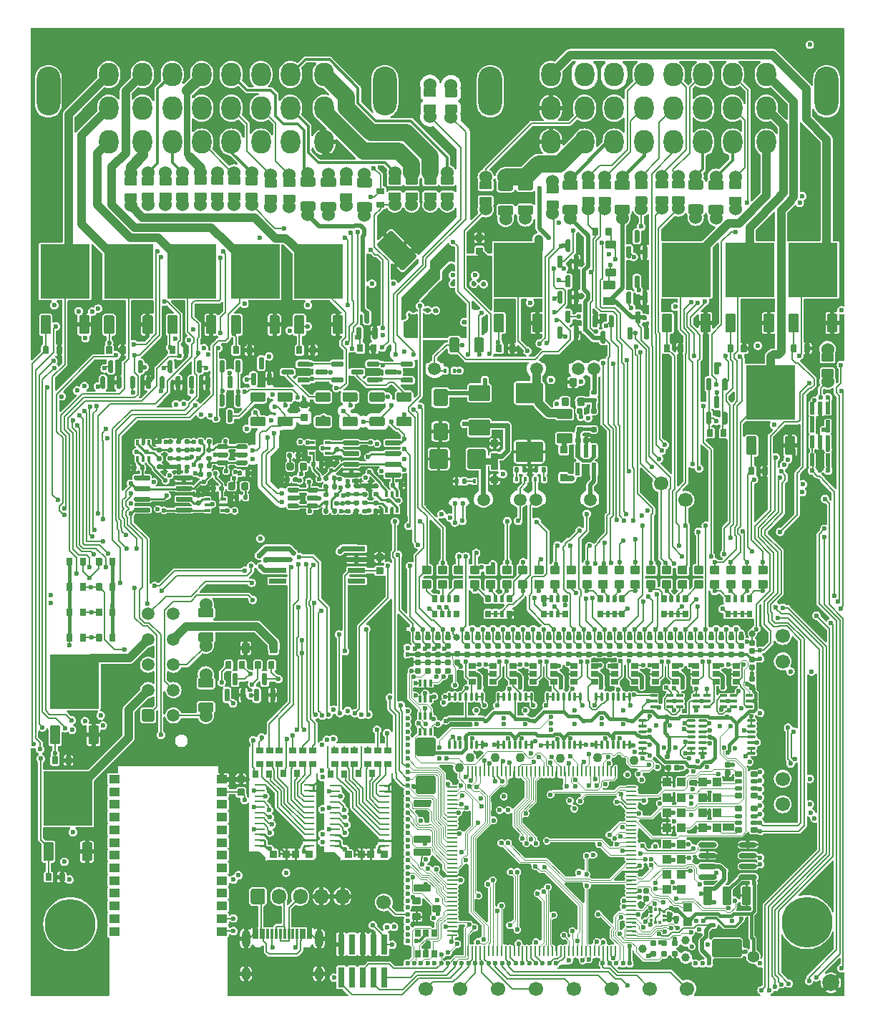
<source format=gtl>
G75*
G70*
%OFA0B0*%
%FSLAX25Y25*%
%IPPOS*%
%LPD*%
%AMOC8*
5,1,8,0,0,1.08239X$1,22.5*
%
%AMM132*
21,1,0.035430,0.030320,-0.000000,-0.000000,270.000000*
21,1,0.028350,0.037400,-0.000000,-0.000000,270.000000*
1,1,0.007090,-0.015160,-0.014170*
1,1,0.007090,-0.015160,0.014170*
1,1,0.007090,0.015160,0.014170*
1,1,0.007090,0.015160,-0.014170*
%
%AMM137*
21,1,0.033470,0.026770,-0.000000,-0.000000,180.000000*
21,1,0.026770,0.033470,-0.000000,-0.000000,180.000000*
1,1,0.006690,-0.013390,0.013390*
1,1,0.006690,0.013390,0.013390*
1,1,0.006690,0.013390,-0.013390*
1,1,0.006690,-0.013390,-0.013390*
%
%AMM165*
21,1,0.074800,0.083460,0.000000,-0.000000,270.000000*
21,1,0.059840,0.098430,0.000000,-0.000000,270.000000*
1,1,0.014960,-0.041730,-0.029920*
1,1,0.014960,-0.041730,0.029920*
1,1,0.014960,0.041730,0.029920*
1,1,0.014960,0.041730,-0.029920*
%
%AMM166*
21,1,0.086610,0.073230,0.000000,-0.000000,180.000000*
21,1,0.069290,0.090550,0.000000,-0.000000,180.000000*
1,1,0.017320,-0.034650,0.036610*
1,1,0.017320,0.034650,0.036610*
1,1,0.017320,0.034650,-0.036610*
1,1,0.017320,-0.034650,-0.036610*
%
%AMM167*
21,1,0.078740,0.053540,0.000000,-0.000000,90.000000*
21,1,0.065350,0.066930,0.000000,-0.000000,90.000000*
1,1,0.013390,0.026770,0.032680*
1,1,0.013390,0.026770,-0.032680*
1,1,0.013390,-0.026770,-0.032680*
1,1,0.013390,-0.026770,0.032680*
%
%AMM168*
21,1,0.035430,0.030320,0.000000,-0.000000,0.000000*
21,1,0.028350,0.037400,0.000000,-0.000000,0.000000*
1,1,0.007090,0.014170,-0.015160*
1,1,0.007090,-0.014170,-0.015160*
1,1,0.007090,-0.014170,0.015160*
1,1,0.007090,0.014170,0.015160*
%
%AMM169*
21,1,0.021650,0.052760,0.000000,-0.000000,180.000000*
21,1,0.017320,0.057090,0.000000,-0.000000,180.000000*
1,1,0.004330,-0.008660,0.026380*
1,1,0.004330,0.008660,0.026380*
1,1,0.004330,0.008660,-0.026380*
1,1,0.004330,-0.008660,-0.026380*
%
%AMM170*
21,1,0.035830,0.026770,0.000000,-0.000000,270.000000*
21,1,0.029130,0.033470,0.000000,-0.000000,270.000000*
1,1,0.006690,-0.013390,-0.014570*
1,1,0.006690,-0.013390,0.014570*
1,1,0.006690,0.013390,0.014570*
1,1,0.006690,0.013390,-0.014570*
%
%AMM171*
21,1,0.094490,0.111020,0.000000,-0.000000,270.000000*
21,1,0.075590,0.129920,0.000000,-0.000000,270.000000*
1,1,0.018900,-0.055510,-0.037800*
1,1,0.018900,-0.055510,0.037800*
1,1,0.018900,0.055510,0.037800*
1,1,0.018900,0.055510,-0.037800*
%
%AMM172*
21,1,0.070870,0.036220,0.000000,-0.000000,0.000000*
21,1,0.061810,0.045280,0.000000,-0.000000,0.000000*
1,1,0.009060,0.030910,-0.018110*
1,1,0.009060,-0.030910,-0.018110*
1,1,0.009060,-0.030910,0.018110*
1,1,0.009060,0.030910,0.018110*
%
%AMM173*
21,1,0.033470,0.026770,0.000000,-0.000000,270.000000*
21,1,0.026770,0.033470,0.000000,-0.000000,270.000000*
1,1,0.006690,-0.013390,-0.013390*
1,1,0.006690,-0.013390,0.013390*
1,1,0.006690,0.013390,0.013390*
1,1,0.006690,0.013390,-0.013390*
%
%AMM174*
21,1,0.015750,0.016540,0.000000,-0.000000,180.000000*
21,1,0.012600,0.019680,0.000000,-0.000000,180.000000*
1,1,0.003150,-0.006300,0.008270*
1,1,0.003150,0.006300,0.008270*
1,1,0.003150,0.006300,-0.008270*
1,1,0.003150,-0.006300,-0.008270*
%
%AMM175*
21,1,0.023620,0.018900,0.000000,-0.000000,0.000000*
21,1,0.018900,0.023620,0.000000,-0.000000,0.000000*
1,1,0.004720,0.009450,-0.009450*
1,1,0.004720,-0.009450,-0.009450*
1,1,0.004720,-0.009450,0.009450*
1,1,0.004720,0.009450,0.009450*
%
%AMM176*
21,1,0.019680,0.019680,0.000000,-0.000000,270.000000*
21,1,0.015750,0.023620,0.000000,-0.000000,270.000000*
1,1,0.003940,-0.009840,-0.007870*
1,1,0.003940,-0.009840,0.007870*
1,1,0.003940,0.009840,0.007870*
1,1,0.003940,0.009840,-0.007870*
%
%AMM177*
21,1,0.019680,0.019680,0.000000,-0.000000,180.000000*
21,1,0.015750,0.023620,0.000000,-0.000000,180.000000*
1,1,0.003940,-0.007870,0.009840*
1,1,0.003940,0.007870,0.009840*
1,1,0.003940,0.007870,-0.009840*
1,1,0.003940,-0.007870,-0.009840*
%
%AMM206*
21,1,0.027560,0.030710,-0.000000,-0.000000,180.000000*
21,1,0.022050,0.036220,-0.000000,-0.000000,180.000000*
1,1,0.005510,-0.011020,0.015350*
1,1,0.005510,0.011020,0.015350*
1,1,0.005510,0.011020,-0.015350*
1,1,0.005510,-0.011020,-0.015350*
%
%AMM207*
21,1,0.027560,0.030710,-0.000000,-0.000000,90.000000*
21,1,0.022050,0.036220,-0.000000,-0.000000,90.000000*
1,1,0.005510,0.015350,0.011020*
1,1,0.005510,0.015350,-0.011020*
1,1,0.005510,-0.015350,-0.011020*
1,1,0.005510,-0.015350,0.011020*
%
%AMM208*
21,1,0.015750,0.009840,-0.000000,-0.000000,225.000000*
1,1,0.009840,0.005570,0.005570*
1,1,0.009840,-0.005570,-0.005570*
%
%AMM262*
21,1,0.043310,0.075980,-0.000000,-0.000000,180.000000*
21,1,0.034650,0.084650,-0.000000,-0.000000,180.000000*
1,1,0.008660,-0.017320,0.037990*
1,1,0.008660,0.017320,0.037990*
1,1,0.008660,0.017320,-0.037990*
1,1,0.008660,-0.017320,-0.037990*
%
%AMM263*
21,1,0.043310,0.075990,-0.000000,-0.000000,180.000000*
21,1,0.034650,0.084650,-0.000000,-0.000000,180.000000*
1,1,0.008660,-0.017320,0.037990*
1,1,0.008660,0.017320,0.037990*
1,1,0.008660,0.017320,-0.037990*
1,1,0.008660,-0.017320,-0.037990*
%
%AMM264*
21,1,0.137800,0.067720,-0.000000,-0.000000,180.000000*
21,1,0.120870,0.084650,-0.000000,-0.000000,180.000000*
1,1,0.016930,-0.060430,0.033860*
1,1,0.016930,0.060430,0.033860*
1,1,0.016930,0.060430,-0.033860*
1,1,0.016930,-0.060430,-0.033860*
%
%AMM265*
21,1,0.039370,0.035430,-0.000000,-0.000000,180.000000*
21,1,0.031500,0.043310,-0.000000,-0.000000,180.000000*
1,1,0.007870,-0.015750,0.017720*
1,1,0.007870,0.015750,0.017720*
1,1,0.007870,0.015750,-0.017720*
1,1,0.007870,-0.015750,-0.017720*
%
%AMM266*
21,1,0.023620,0.030710,-0.000000,-0.000000,0.000000*
21,1,0.018900,0.035430,-0.000000,-0.000000,0.000000*
1,1,0.004720,0.009450,-0.015350*
1,1,0.004720,-0.009450,-0.015350*
1,1,0.004720,-0.009450,0.015350*
1,1,0.004720,0.009450,0.015350*
%
%AMM267*
21,1,0.027560,0.018900,-0.000000,-0.000000,0.000000*
21,1,0.022840,0.023620,-0.000000,-0.000000,0.000000*
1,1,0.004720,0.011420,-0.009450*
1,1,0.004720,-0.011420,-0.009450*
1,1,0.004720,-0.011420,0.009450*
1,1,0.004720,0.011420,0.009450*
%
%AMM268*
21,1,0.023620,0.030710,-0.000000,-0.000000,90.000000*
21,1,0.018900,0.035430,-0.000000,-0.000000,90.000000*
1,1,0.004720,0.015350,0.009450*
1,1,0.004720,0.015350,-0.009450*
1,1,0.004720,-0.015350,-0.009450*
1,1,0.004720,-0.015350,0.009450*
%
%AMM269*
21,1,0.086610,0.073230,-0.000000,-0.000000,270.000000*
21,1,0.069290,0.090550,-0.000000,-0.000000,270.000000*
1,1,0.017320,-0.036610,-0.034650*
1,1,0.017320,-0.036610,0.034650*
1,1,0.017320,0.036610,0.034650*
1,1,0.017320,0.036610,-0.034650*
%
%AMM270*
21,1,0.025590,0.026380,-0.000000,-0.000000,270.000000*
21,1,0.020470,0.031500,-0.000000,-0.000000,270.000000*
1,1,0.005120,-0.013190,-0.010240*
1,1,0.005120,-0.013190,0.010240*
1,1,0.005120,0.013190,0.010240*
1,1,0.005120,0.013190,-0.010240*
%
%AMM271*
21,1,0.017720,0.027950,-0.000000,-0.000000,270.000000*
21,1,0.014170,0.031500,-0.000000,-0.000000,270.000000*
1,1,0.003540,-0.013980,-0.007090*
1,1,0.003540,-0.013980,0.007090*
1,1,0.003540,0.013980,0.007090*
1,1,0.003540,0.013980,-0.007090*
%
%AMM272*
21,1,0.031500,0.072440,-0.000000,-0.000000,270.000000*
21,1,0.025200,0.078740,-0.000000,-0.000000,270.000000*
1,1,0.006300,-0.036220,-0.012600*
1,1,0.006300,-0.036220,0.012600*
1,1,0.006300,0.036220,0.012600*
1,1,0.006300,0.036220,-0.012600*
%
%AMM273*
21,1,0.012600,0.028980,-0.000000,-0.000000,270.000000*
21,1,0.010080,0.031500,-0.000000,-0.000000,270.000000*
1,1,0.002520,-0.014490,-0.005040*
1,1,0.002520,-0.014490,0.005040*
1,1,0.002520,0.014490,0.005040*
1,1,0.002520,0.014490,-0.005040*
%
%AMM274*
21,1,0.012600,0.028980,-0.000000,-0.000000,0.000000*
21,1,0.010080,0.031500,-0.000000,-0.000000,0.000000*
1,1,0.002520,0.005040,-0.014490*
1,1,0.002520,-0.005040,-0.014490*
1,1,0.002520,-0.005040,0.014490*
1,1,0.002520,0.005040,0.014490*
%
%AMM275*
21,1,0.039370,0.035430,-0.000000,-0.000000,90.000000*
21,1,0.031500,0.043310,-0.000000,-0.000000,90.000000*
1,1,0.007870,0.017720,0.015750*
1,1,0.007870,0.017720,-0.015750*
1,1,0.007870,-0.017720,-0.015750*
1,1,0.007870,-0.017720,0.015750*
%
%AMM276*
21,1,0.027560,0.018900,-0.000000,-0.000000,270.000000*
21,1,0.022840,0.023620,-0.000000,-0.000000,270.000000*
1,1,0.004720,-0.009450,-0.011420*
1,1,0.004720,-0.009450,0.011420*
1,1,0.004720,0.009450,0.011420*
1,1,0.004720,0.009450,-0.011420*
%
%ADD10C,0.06000*%
%ADD105C,0.02756*%
%ADD11C,0.06693*%
%ADD12C,0.23622*%
%ADD13R,0.22835X0.25197*%
%ADD135O,0.04961X0.00984*%
%ADD139O,0.00984X0.40158*%
%ADD14O,0.06693X0.07283*%
%ADD144R,0.02559X0.01575*%
%ADD145R,0.01575X0.02559*%
%ADD147O,0.00866X0.05118*%
%ADD148O,0.05118X0.00866*%
%ADD15O,0.11024X0.22835*%
%ADD16O,0.09055X0.11024*%
%ADD160O,0.01181X0.04331*%
%ADD161O,0.04331X0.01181*%
%ADD163O,0.08661X0.02362*%
%ADD165R,0.01476X0.01378*%
%ADD166R,0.01378X0.01476*%
%ADD169C,0.03100*%
%ADD17R,0.01181X0.04528*%
%ADD170C,0.00492*%
%ADD171C,0.03900*%
%ADD172C,0.04331*%
%ADD173C,0.05512*%
%ADD18O,0.03937X0.08268*%
%ADD19O,0.03937X0.06299*%
%ADD20C,0.02362*%
%ADD21R,0.00787X0.09055*%
%ADD22R,0.00787X0.42126*%
%ADD23R,0.00787X0.08268*%
%ADD234C,0.01850*%
%ADD24R,0.00787X0.23622*%
%ADD248O,0.40158X0.00787*%
%ADD25R,0.00787X0.21260*%
%ADD26R,0.05512X0.00787*%
%ADD27R,0.19685X0.00787*%
%ADD277M132*%
%ADD28R,0.26772X0.00787*%
%ADD282M137*%
%ADD29R,0.17717X0.00787*%
%ADD30R,0.00787X0.06299*%
%ADD31R,0.00787X0.22441*%
%ADD310M165*%
%ADD311M166*%
%ADD312M167*%
%ADD313M168*%
%ADD314M169*%
%ADD315M170*%
%ADD316M171*%
%ADD317M172*%
%ADD318M173*%
%ADD319M174*%
%ADD32R,0.00787X0.07874*%
%ADD320M175*%
%ADD321M176*%
%ADD322M177*%
%ADD33C,0.05906*%
%ADD34O,0.12992X0.00787*%
%ADD35O,0.40157X0.00787*%
%ADD357M206*%
%ADD358M207*%
%ADD359M208*%
%ADD36O,0.01181X0.00787*%
%ADD37O,0.00787X0.66929*%
%ADD38O,0.00787X0.60630*%
%ADD39O,0.18898X0.00787*%
%ADD40O,0.10236X0.00787*%
%ADD41O,0.03937X0.00787*%
%ADD42O,0.05906X0.00787*%
%ADD43R,0.00984X0.24350*%
%ADD438M262*%
%ADD439M263*%
%ADD44R,0.00984X0.04390*%
%ADD440M264*%
%ADD441M265*%
%ADD442M266*%
%ADD443M267*%
%ADD444M268*%
%ADD445M269*%
%ADD446M270*%
%ADD447M271*%
%ADD448M272*%
%ADD449M273*%
%ADD45R,0.56201X0.00984*%
%ADD450M274*%
%ADD451M275*%
%ADD452M276*%
%ADD46R,0.59449X0.00984*%
%ADD47R,0.00984X0.20374*%
%ADD48R,0.05118X0.03937*%
%ADD49C,0.07874*%
%ADD50O,0.04823X0.00787*%
%ADD51O,0.00787X0.36614*%
%ADD52O,0.00984X0.40157*%
%ADD53O,0.22835X0.00984*%
%ADD54O,0.00787X0.01575*%
%ADD55R,0.02913X0.09449*%
%ADD56C,0.05118*%
%ADD57C,0.01575*%
%ADD58C,0.00787*%
%ADD59C,0.03937*%
%ADD60C,0.02000*%
%ADD61C,0.01181*%
%ADD62C,0.00800*%
%ADD63C,0.03150*%
%ADD64C,0.04724*%
%ADD71C,0.00984*%
%ADD82C,0.01968*%
X0000000Y0000000D02*
%LPD*%
G01*
D10*
X0302165Y0367106D03*
G36*
G01*
X0304626Y0368898D02*
X0299705Y0368898D01*
G75*
G02*
X0299311Y0369291I0000000J0000394D01*
G01*
X0299311Y0372441D01*
G75*
G02*
X0299705Y0372835I0000394J0000000D01*
G01*
X0304626Y0372835D01*
G75*
G02*
X0305020Y0372441I0000000J-000394D01*
G01*
X0305020Y0369291D01*
G75*
G02*
X0304626Y0368898I-000394J0000000D01*
G01*
G37*
G36*
G01*
X0304626Y0376378D02*
X0299705Y0376378D01*
G75*
G02*
X0299311Y0376772I0000000J0000394D01*
G01*
X0299311Y0379921D01*
G75*
G02*
X0299705Y0380315I0000394J0000000D01*
G01*
X0304626Y0380315D01*
G75*
G02*
X0305020Y0379921I0000000J-000394D01*
G01*
X0305020Y0376772D01*
G75*
G02*
X0304626Y0376378I-000394J0000000D01*
G01*
G37*
X0302165Y0382106D03*
D11*
X0350787Y0156299D03*
D10*
X0082047Y0130906D03*
G36*
G01*
X0085591Y0136201D02*
X0085591Y0133484D01*
G75*
G02*
X0084685Y0132579I-000906J0000000D01*
G01*
X0079409Y0132579D01*
G75*
G02*
X0078504Y0133484I0000000J0000906D01*
G01*
X0078504Y0136201D01*
G75*
G02*
X0079409Y0137106I0000906J0000000D01*
G01*
X0084685Y0137106D01*
G75*
G02*
X0085591Y0136201I0000000J-000906D01*
G01*
G37*
G36*
G01*
X0085591Y0147618D02*
X0085591Y0144902D01*
G75*
G02*
X0084685Y0143996I-000906J0000000D01*
G01*
X0079409Y0143996D01*
G75*
G02*
X0078504Y0144902I0000000J0000906D01*
G01*
X0078504Y0147618D01*
G75*
G02*
X0079409Y0148524I0000906J0000000D01*
G01*
X0084685Y0148524D01*
G75*
G02*
X0085591Y0147618I0000000J-000906D01*
G01*
G37*
X0082047Y0150197D03*
G36*
G01*
X0324016Y0177028D02*
X0324016Y0179665D01*
G75*
G02*
X0324272Y0179921I0000256J0000000D01*
G01*
X0326319Y0179921D01*
G75*
G02*
X0326575Y0179665I0000000J-000256D01*
G01*
X0326575Y0177028D01*
G75*
G02*
X0326319Y0176772I-000256J0000000D01*
G01*
X0324272Y0176772D01*
G75*
G02*
X0324016Y0177028I0000000J0000256D01*
G01*
G37*
G36*
G01*
X0327854Y0176949D02*
X0327854Y0179744D01*
G75*
G02*
X0328031Y0179921I0000177J0000000D01*
G01*
X0329449Y0179921D01*
G75*
G02*
X0329626Y0179744I0000000J-000177D01*
G01*
X0329626Y0176949D01*
G75*
G02*
X0329449Y0176772I-000177J0000000D01*
G01*
X0328031Y0176772D01*
G75*
G02*
X0327854Y0176949I0000000J0000177D01*
G01*
G37*
G36*
G01*
X0331004Y0176949D02*
X0331004Y0179744D01*
G75*
G02*
X0331181Y0179921I0000177J0000000D01*
G01*
X0332598Y0179921D01*
G75*
G02*
X0332776Y0179744I0000000J-000177D01*
G01*
X0332776Y0176949D01*
G75*
G02*
X0332598Y0176772I-000177J0000000D01*
G01*
X0331181Y0176772D01*
G75*
G02*
X0331004Y0176949I0000000J0000177D01*
G01*
G37*
G36*
G01*
X0334055Y0177028D02*
X0334055Y0179665D01*
G75*
G02*
X0334311Y0179921I0000256J0000000D01*
G01*
X0336358Y0179921D01*
G75*
G02*
X0336614Y0179665I0000000J-000256D01*
G01*
X0336614Y0177028D01*
G75*
G02*
X0336358Y0176772I-000256J0000000D01*
G01*
X0334311Y0176772D01*
G75*
G02*
X0334055Y0177028I0000000J0000256D01*
G01*
G37*
G36*
G01*
X0334055Y0184114D02*
X0334055Y0186752D01*
G75*
G02*
X0334311Y0187008I0000256J0000000D01*
G01*
X0336358Y0187008D01*
G75*
G02*
X0336614Y0186752I0000000J-000256D01*
G01*
X0336614Y0184114D01*
G75*
G02*
X0336358Y0183858I-000256J0000000D01*
G01*
X0334311Y0183858D01*
G75*
G02*
X0334055Y0184114I0000000J0000256D01*
G01*
G37*
G36*
G01*
X0331004Y0184035D02*
X0331004Y0186831D01*
G75*
G02*
X0331181Y0187008I0000177J0000000D01*
G01*
X0332598Y0187008D01*
G75*
G02*
X0332776Y0186831I0000000J-000177D01*
G01*
X0332776Y0184035D01*
G75*
G02*
X0332598Y0183858I-000177J0000000D01*
G01*
X0331181Y0183858D01*
G75*
G02*
X0331004Y0184035I0000000J0000177D01*
G01*
G37*
G36*
G01*
X0327854Y0184035D02*
X0327854Y0186831D01*
G75*
G02*
X0328031Y0187008I0000177J0000000D01*
G01*
X0329449Y0187008D01*
G75*
G02*
X0329626Y0186831I0000000J-000177D01*
G01*
X0329626Y0184035D01*
G75*
G02*
X0329449Y0183858I-000177J0000000D01*
G01*
X0328031Y0183858D01*
G75*
G02*
X0327854Y0184035I0000000J0000177D01*
G01*
G37*
G36*
G01*
X0324016Y0184114D02*
X0324016Y0186752D01*
G75*
G02*
X0324272Y0187008I0000256J0000000D01*
G01*
X0326319Y0187008D01*
G75*
G02*
X0326575Y0186752I0000000J-000256D01*
G01*
X0326575Y0184114D01*
G75*
G02*
X0326319Y0183858I-000256J0000000D01*
G01*
X0324272Y0183858D01*
G75*
G02*
X0324016Y0184114I0000000J0000256D01*
G01*
G37*
G36*
G01*
X0201575Y0190157D02*
X0198031Y0190157D01*
G75*
G02*
X0197638Y0190551I0000000J0000394D01*
G01*
X0197638Y0193701D01*
G75*
G02*
X0198031Y0194094I0000394J0000000D01*
G01*
X0201575Y0194094D01*
G75*
G02*
X0201968Y0193701I0000000J-000394D01*
G01*
X0201968Y0190551D01*
G75*
G02*
X0201575Y0190157I-000394J0000000D01*
G01*
G37*
G36*
G01*
X0201575Y0196850D02*
X0198031Y0196850D01*
G75*
G02*
X0197638Y0197244I0000000J0000394D01*
G01*
X0197638Y0200394D01*
G75*
G02*
X0198031Y0200787I0000394J0000000D01*
G01*
X0201575Y0200787D01*
G75*
G02*
X0201968Y0200394I0000000J-000394D01*
G01*
X0201968Y0197244D01*
G75*
G02*
X0201575Y0196850I-000394J0000000D01*
G01*
G37*
D11*
X0235827Y0003937D03*
G36*
G01*
X0170866Y0277972D02*
X0170866Y0280689D01*
G75*
G02*
X0171772Y0281595I0000906J0000000D01*
G01*
X0177047Y0281595D01*
G75*
G02*
X0177953Y0280689I0000000J-000906D01*
G01*
X0177953Y0277972D01*
G75*
G02*
X0177047Y0277067I-000906J0000000D01*
G01*
X0171772Y0277067D01*
G75*
G02*
X0170866Y0277972I0000000J0000906D01*
G01*
G37*
G36*
G01*
X0170866Y0266555D02*
X0170866Y0269272D01*
G75*
G02*
X0171772Y0270177I0000906J0000000D01*
G01*
X0177047Y0270177D01*
G75*
G02*
X0177953Y0269272I0000000J-000906D01*
G01*
X0177953Y0266555D01*
G75*
G02*
X0177047Y0265650I-000906J0000000D01*
G01*
X0171772Y0265650D01*
G75*
G02*
X0170866Y0266555I0000000J0000906D01*
G01*
G37*
G36*
G01*
X0124213Y0299646D02*
X0124213Y0302717D01*
G75*
G02*
X0124488Y0302992I0000276J0000000D01*
G01*
X0126693Y0302992D01*
G75*
G02*
X0126969Y0302717I0000000J-000276D01*
G01*
X0126969Y0299646D01*
G75*
G02*
X0126693Y0299370I-000276J0000000D01*
G01*
X0124488Y0299370D01*
G75*
G02*
X0124213Y0299646I0000000J0000276D01*
G01*
G37*
G36*
G01*
X0130512Y0299646D02*
X0130512Y0302717D01*
G75*
G02*
X0130787Y0302992I0000276J0000000D01*
G01*
X0132992Y0302992D01*
G75*
G02*
X0133268Y0302717I0000000J-000276D01*
G01*
X0133268Y0299646D01*
G75*
G02*
X0132992Y0299370I-000276J0000000D01*
G01*
X0130787Y0299370D01*
G75*
G02*
X0130512Y0299646I0000000J0000276D01*
G01*
G37*
G36*
G01*
X0017126Y0165787D02*
X0017126Y0168858D01*
G75*
G02*
X0017402Y0169134I0000276J0000000D01*
G01*
X0019606Y0169134D01*
G75*
G02*
X0019882Y0168858I0000000J-000276D01*
G01*
X0019882Y0165787D01*
G75*
G02*
X0019606Y0165512I-000276J0000000D01*
G01*
X0017402Y0165512D01*
G75*
G02*
X0017126Y0165787I0000000J0000276D01*
G01*
G37*
G36*
G01*
X0023425Y0165787D02*
X0023425Y0168858D01*
G75*
G02*
X0023701Y0169134I0000276J0000000D01*
G01*
X0025906Y0169134D01*
G75*
G02*
X0026181Y0168858I0000000J-000276D01*
G01*
X0026181Y0165787D01*
G75*
G02*
X0025906Y0165512I-000276J0000000D01*
G01*
X0023701Y0165512D01*
G75*
G02*
X0023425Y0165787I0000000J0000276D01*
G01*
G37*
D12*
X0018909Y0033933D03*
G36*
G01*
X0186614Y0190157D02*
X0183071Y0190157D01*
G75*
G02*
X0182677Y0190551I0000000J0000394D01*
G01*
X0182677Y0193701D01*
G75*
G02*
X0183071Y0194094I0000394J0000000D01*
G01*
X0186614Y0194094D01*
G75*
G02*
X0187008Y0193701I0000000J-000394D01*
G01*
X0187008Y0190551D01*
G75*
G02*
X0186614Y0190157I-000394J0000000D01*
G01*
G37*
G36*
G01*
X0186614Y0196850D02*
X0183071Y0196850D01*
G75*
G02*
X0182677Y0197244I0000000J0000394D01*
G01*
X0182677Y0200394D01*
G75*
G02*
X0183071Y0200787I0000394J0000000D01*
G01*
X0186614Y0200787D01*
G75*
G02*
X0187008Y0200394I0000000J-000394D01*
G01*
X0187008Y0197244D01*
G75*
G02*
X0186614Y0196850I-000394J0000000D01*
G01*
G37*
D10*
X0177953Y0383878D03*
G36*
G01*
X0175492Y0382087D02*
X0180413Y0382087D01*
G75*
G02*
X0180807Y0381693I0000000J-000394D01*
G01*
X0180807Y0378543D01*
G75*
G02*
X0180413Y0378150I-000394J0000000D01*
G01*
X0175492Y0378150D01*
G75*
G02*
X0175098Y0378543I0000000J0000394D01*
G01*
X0175098Y0381693D01*
G75*
G02*
X0175492Y0382087I0000394J0000000D01*
G01*
G37*
G36*
G01*
X0175492Y0374606D02*
X0180413Y0374606D01*
G75*
G02*
X0180807Y0374213I0000000J-000394D01*
G01*
X0180807Y0371063D01*
G75*
G02*
X0180413Y0370669I-000394J0000000D01*
G01*
X0175492Y0370669D01*
G75*
G02*
X0175098Y0371063I0000000J0000394D01*
G01*
X0175098Y0374213D01*
G75*
G02*
X0175492Y0374606I0000394J0000000D01*
G01*
G37*
X0177953Y0368878D03*
X0294488Y0367106D03*
G36*
G01*
X0296949Y0368898D02*
X0292028Y0368898D01*
G75*
G02*
X0291634Y0369291I0000000J0000394D01*
G01*
X0291634Y0372441D01*
G75*
G02*
X0292028Y0372835I0000394J0000000D01*
G01*
X0296949Y0372835D01*
G75*
G02*
X0297343Y0372441I0000000J-000394D01*
G01*
X0297343Y0369291D01*
G75*
G02*
X0296949Y0368898I-000394J0000000D01*
G01*
G37*
G36*
G01*
X0296949Y0376378D02*
X0292028Y0376378D01*
G75*
G02*
X0291634Y0376772I0000000J0000394D01*
G01*
X0291634Y0379921D01*
G75*
G02*
X0292028Y0380315I0000394J0000000D01*
G01*
X0296949Y0380315D01*
G75*
G02*
X0297343Y0379921I0000000J-000394D01*
G01*
X0297343Y0376772D01*
G75*
G02*
X0296949Y0376378I-000394J0000000D01*
G01*
G37*
X0294488Y0382106D03*
X0095276Y0368878D03*
G36*
G01*
X0097736Y0370669D02*
X0092815Y0370669D01*
G75*
G02*
X0092421Y0371063I0000000J0000394D01*
G01*
X0092421Y0374213D01*
G75*
G02*
X0092815Y0374606I0000394J0000000D01*
G01*
X0097736Y0374606D01*
G75*
G02*
X0098130Y0374213I0000000J-000394D01*
G01*
X0098130Y0371063D01*
G75*
G02*
X0097736Y0370669I-000394J0000000D01*
G01*
G37*
G36*
G01*
X0097736Y0378150D02*
X0092815Y0378150D01*
G75*
G02*
X0092421Y0378543I0000000J0000394D01*
G01*
X0092421Y0381693D01*
G75*
G02*
X0092815Y0382087I0000394J0000000D01*
G01*
X0097736Y0382087D01*
G75*
G02*
X0098130Y0381693I0000000J-000394D01*
G01*
X0098130Y0378543D01*
G75*
G02*
X0097736Y0378150I-000394J0000000D01*
G01*
G37*
X0095276Y0383878D03*
G36*
G01*
X0097953Y0308661D02*
X0094173Y0308661D01*
G75*
G02*
X0093701Y0309134I0000000J0000472D01*
G01*
X0093701Y0316850D01*
G75*
G02*
X0094173Y0317323I0000472J0000000D01*
G01*
X0097953Y0317323D01*
G75*
G02*
X0098425Y0316850I0000000J-000472D01*
G01*
X0098425Y0309134D01*
G75*
G02*
X0097953Y0308661I-000472J0000000D01*
G01*
G37*
D13*
X0105039Y0337795D03*
G36*
G01*
X0115906Y0308661D02*
X0112126Y0308661D01*
G75*
G02*
X0111654Y0309134I0000000J0000472D01*
G01*
X0111654Y0316850D01*
G75*
G02*
X0112126Y0317323I0000472J0000000D01*
G01*
X0115906Y0317323D01*
G75*
G02*
X0116378Y0316850I0000000J-000472D01*
G01*
X0116378Y0309134D01*
G75*
G02*
X0115906Y0308661I-000472J0000000D01*
G01*
G37*
G36*
G01*
X0102953Y0044193D02*
X0102953Y0049508D01*
G75*
G02*
X0103937Y0050492I0000984J0000000D01*
G01*
X0108661Y0050492D01*
G75*
G02*
X0109646Y0049508I0000000J-000984D01*
G01*
X0109646Y0044193D01*
G75*
G02*
X0108661Y0043209I-000984J0000000D01*
G01*
X0103937Y0043209D01*
G75*
G02*
X0102953Y0044193I0000000J0000984D01*
G01*
G37*
D14*
X0116142Y0046850D03*
X0125984Y0046850D03*
X0135827Y0046850D03*
X0145669Y0046850D03*
D10*
X0251772Y0381890D03*
G36*
G01*
X0248228Y0376595D02*
X0248228Y0379311D01*
G75*
G02*
X0249134Y0380217I0000906J0000000D01*
G01*
X0254409Y0380217D01*
G75*
G02*
X0255315Y0379311I0000000J-000906D01*
G01*
X0255315Y0376595D01*
G75*
G02*
X0254409Y0375689I-000906J0000000D01*
G01*
X0249134Y0375689D01*
G75*
G02*
X0248228Y0376595I0000000J0000906D01*
G01*
G37*
G36*
G01*
X0248228Y0365177D02*
X0248228Y0367894D01*
G75*
G02*
X0249134Y0368799I0000906J0000000D01*
G01*
X0254409Y0368799D01*
G75*
G02*
X0255315Y0367894I0000000J-000906D01*
G01*
X0255315Y0365177D01*
G75*
G02*
X0254409Y0364272I-000906J0000000D01*
G01*
X0249134Y0364272D01*
G75*
G02*
X0248228Y0365177I0000000J0000906D01*
G01*
G37*
X0251772Y0362598D03*
G36*
G01*
X0316929Y0266634D02*
X0315748Y0266634D01*
G75*
G02*
X0315157Y0267224I0000000J0000591D01*
G01*
X0315157Y0271850D01*
G75*
G02*
X0315748Y0272441I0000591J0000000D01*
G01*
X0316929Y0272441D01*
G75*
G02*
X0317520Y0271850I0000000J-000591D01*
G01*
X0317520Y0267224D01*
G75*
G02*
X0316929Y0266634I-000591J0000000D01*
G01*
G37*
G36*
G01*
X0320669Y0274016D02*
X0319488Y0274016D01*
G75*
G02*
X0318898Y0274606I0000000J0000591D01*
G01*
X0318898Y0279232D01*
G75*
G02*
X0319488Y0279823I0000591J0000000D01*
G01*
X0320669Y0279823D01*
G75*
G02*
X0321260Y0279232I0000000J-000591D01*
G01*
X0321260Y0274606D01*
G75*
G02*
X0320669Y0274016I-000591J0000000D01*
G01*
G37*
G36*
G01*
X0324409Y0266634D02*
X0323228Y0266634D01*
G75*
G02*
X0322638Y0267224I0000000J0000591D01*
G01*
X0322638Y0271850D01*
G75*
G02*
X0323228Y0272441I0000591J0000000D01*
G01*
X0324409Y0272441D01*
G75*
G02*
X0325000Y0271850I0000000J-000591D01*
G01*
X0325000Y0267224D01*
G75*
G02*
X0324409Y0266634I-000591J0000000D01*
G01*
G37*
X0371654Y0286594D03*
G36*
G01*
X0374114Y0288386D02*
X0369193Y0288386D01*
G75*
G02*
X0368799Y0288780I0000000J0000394D01*
G01*
X0368799Y0291929D01*
G75*
G02*
X0369193Y0292323I0000394J0000000D01*
G01*
X0374114Y0292323D01*
G75*
G02*
X0374508Y0291929I0000000J-000394D01*
G01*
X0374508Y0288780D01*
G75*
G02*
X0374114Y0288386I-000394J0000000D01*
G01*
G37*
G36*
G01*
X0374114Y0295866D02*
X0369193Y0295866D01*
G75*
G02*
X0368799Y0296260I0000000J0000394D01*
G01*
X0368799Y0299410D01*
G75*
G02*
X0369193Y0299803I0000394J0000000D01*
G01*
X0374114Y0299803D01*
G75*
G02*
X0374508Y0299410I0000000J-000394D01*
G01*
X0374508Y0296260D01*
G75*
G02*
X0374114Y0295866I-000394J0000000D01*
G01*
G37*
X0371654Y0301594D03*
G36*
G01*
X0295472Y0300433D02*
X0295472Y0303504D01*
G75*
G02*
X0295748Y0303780I0000276J0000000D01*
G01*
X0297953Y0303780D01*
G75*
G02*
X0298228Y0303504I0000000J-000276D01*
G01*
X0298228Y0300433D01*
G75*
G02*
X0297953Y0300157I-000276J0000000D01*
G01*
X0295748Y0300157D01*
G75*
G02*
X0295472Y0300433I0000000J0000276D01*
G01*
G37*
G36*
G01*
X0301772Y0300433D02*
X0301772Y0303504D01*
G75*
G02*
X0302047Y0303780I0000276J0000000D01*
G01*
X0304252Y0303780D01*
G75*
G02*
X0304528Y0303504I0000000J-000276D01*
G01*
X0304528Y0300433D01*
G75*
G02*
X0304252Y0300157I-000276J0000000D01*
G01*
X0302047Y0300157D01*
G75*
G02*
X0301772Y0300433I0000000J0000276D01*
G01*
G37*
G36*
G01*
X0178642Y0287795D02*
X0178642Y0286614D01*
G75*
G02*
X0178051Y0286024I-000591J0000000D01*
G01*
X0173425Y0286024D01*
G75*
G02*
X0172835Y0286614I0000000J0000591D01*
G01*
X0172835Y0287795D01*
G75*
G02*
X0173425Y0288386I0000591J0000000D01*
G01*
X0178051Y0288386D01*
G75*
G02*
X0178642Y0287795I0000000J-000591D01*
G01*
G37*
G36*
G01*
X0171260Y0291535D02*
X0171260Y0290354D01*
G75*
G02*
X0170669Y0289764I-000591J0000000D01*
G01*
X0166043Y0289764D01*
G75*
G02*
X0165453Y0290354I0000000J0000591D01*
G01*
X0165453Y0291535D01*
G75*
G02*
X0166043Y0292126I0000591J0000000D01*
G01*
X0170669Y0292126D01*
G75*
G02*
X0171260Y0291535I0000000J-000591D01*
G01*
G37*
G36*
G01*
X0178642Y0295276D02*
X0178642Y0294094D01*
G75*
G02*
X0178051Y0293504I-000591J0000000D01*
G01*
X0173425Y0293504D01*
G75*
G02*
X0172835Y0294094I0000000J0000591D01*
G01*
X0172835Y0295276D01*
G75*
G02*
X0173425Y0295866I0000591J0000000D01*
G01*
X0178051Y0295866D01*
G75*
G02*
X0178642Y0295276I0000000J-000591D01*
G01*
G37*
G36*
G01*
X0261417Y0190157D02*
X0257874Y0190157D01*
G75*
G02*
X0257480Y0190551I0000000J0000394D01*
G01*
X0257480Y0193701D01*
G75*
G02*
X0257874Y0194094I0000394J0000000D01*
G01*
X0261417Y0194094D01*
G75*
G02*
X0261811Y0193701I0000000J-000394D01*
G01*
X0261811Y0190551D01*
G75*
G02*
X0261417Y0190157I-000394J0000000D01*
G01*
G37*
G36*
G01*
X0261417Y0196850D02*
X0257874Y0196850D01*
G75*
G02*
X0257480Y0197244I0000000J0000394D01*
G01*
X0257480Y0200394D01*
G75*
G02*
X0257874Y0200787I0000394J0000000D01*
G01*
X0261417Y0200787D01*
G75*
G02*
X0261811Y0200394I0000000J-000394D01*
G01*
X0261811Y0197244D01*
G75*
G02*
X0261417Y0196850I-000394J0000000D01*
G01*
G37*
G36*
G01*
X0208110Y0355177D02*
X0210787Y0355177D01*
G75*
G02*
X0211122Y0354843I0000000J-000335D01*
G01*
X0211122Y0352165D01*
G75*
G02*
X0210787Y0351831I-000335J0000000D01*
G01*
X0208110Y0351831D01*
G75*
G02*
X0207776Y0352165I0000000J0000335D01*
G01*
X0207776Y0354843D01*
G75*
G02*
X0208110Y0355177I0000335J0000000D01*
G01*
G37*
G36*
G01*
X0208110Y0348957D02*
X0210787Y0348957D01*
G75*
G02*
X0211122Y0348622I0000000J-000335D01*
G01*
X0211122Y0345945D01*
G75*
G02*
X0210787Y0345610I-000335J0000000D01*
G01*
X0208110Y0345610D01*
G75*
G02*
X0207776Y0345945I0000000J0000335D01*
G01*
X0207776Y0348622D01*
G75*
G02*
X0208110Y0348957I0000335J0000000D01*
G01*
G37*
G36*
G01*
X0354528Y0300433D02*
X0354528Y0303504D01*
G75*
G02*
X0354803Y0303780I0000276J0000000D01*
G01*
X0357008Y0303780D01*
G75*
G02*
X0357283Y0303504I0000000J-000276D01*
G01*
X0357283Y0300433D01*
G75*
G02*
X0357008Y0300157I-000276J0000000D01*
G01*
X0354803Y0300157D01*
G75*
G02*
X0354528Y0300433I0000000J0000276D01*
G01*
G37*
G36*
G01*
X0360827Y0300433D02*
X0360827Y0303504D01*
G75*
G02*
X0361102Y0303780I0000276J0000000D01*
G01*
X0363307Y0303780D01*
G75*
G02*
X0363583Y0303504I0000000J-000276D01*
G01*
X0363583Y0300433D01*
G75*
G02*
X0363307Y0300157I-000276J0000000D01*
G01*
X0361102Y0300157D01*
G75*
G02*
X0360827Y0300433I0000000J0000276D01*
G01*
G37*
G36*
G01*
X0220472Y0309449D02*
X0216693Y0309449D01*
G75*
G02*
X0216220Y0309921I0000000J0000472D01*
G01*
X0216220Y0317638D01*
G75*
G02*
X0216693Y0318110I0000472J0000000D01*
G01*
X0220472Y0318110D01*
G75*
G02*
X0220945Y0317638I0000000J-000472D01*
G01*
X0220945Y0309921D01*
G75*
G02*
X0220472Y0309449I-000472J0000000D01*
G01*
G37*
D13*
X0227559Y0338583D03*
G36*
G01*
X0238425Y0309449D02*
X0234646Y0309449D01*
G75*
G02*
X0234173Y0309921I0000000J0000472D01*
G01*
X0234173Y0317638D01*
G75*
G02*
X0234646Y0318110I0000472J0000000D01*
G01*
X0238425Y0318110D01*
G75*
G02*
X0238898Y0317638I0000000J-000472D01*
G01*
X0238898Y0309921D01*
G75*
G02*
X0238425Y0309449I-000472J0000000D01*
G01*
G37*
G36*
G01*
X0238189Y0177028D02*
X0238189Y0179665D01*
G75*
G02*
X0238445Y0179921I0000256J0000000D01*
G01*
X0240492Y0179921D01*
G75*
G02*
X0240748Y0179665I0000000J-000256D01*
G01*
X0240748Y0177028D01*
G75*
G02*
X0240492Y0176772I-000256J0000000D01*
G01*
X0238445Y0176772D01*
G75*
G02*
X0238189Y0177028I0000000J0000256D01*
G01*
G37*
G36*
G01*
X0242028Y0176949D02*
X0242028Y0179744D01*
G75*
G02*
X0242205Y0179921I0000177J0000000D01*
G01*
X0243622Y0179921D01*
G75*
G02*
X0243799Y0179744I0000000J-000177D01*
G01*
X0243799Y0176949D01*
G75*
G02*
X0243622Y0176772I-000177J0000000D01*
G01*
X0242205Y0176772D01*
G75*
G02*
X0242028Y0176949I0000000J0000177D01*
G01*
G37*
G36*
G01*
X0245177Y0176949D02*
X0245177Y0179744D01*
G75*
G02*
X0245354Y0179921I0000177J0000000D01*
G01*
X0246772Y0179921D01*
G75*
G02*
X0246949Y0179744I0000000J-000177D01*
G01*
X0246949Y0176949D01*
G75*
G02*
X0246772Y0176772I-000177J0000000D01*
G01*
X0245354Y0176772D01*
G75*
G02*
X0245177Y0176949I0000000J0000177D01*
G01*
G37*
G36*
G01*
X0248228Y0177028D02*
X0248228Y0179665D01*
G75*
G02*
X0248484Y0179921I0000256J0000000D01*
G01*
X0250531Y0179921D01*
G75*
G02*
X0250787Y0179665I0000000J-000256D01*
G01*
X0250787Y0177028D01*
G75*
G02*
X0250531Y0176772I-000256J0000000D01*
G01*
X0248484Y0176772D01*
G75*
G02*
X0248228Y0177028I0000000J0000256D01*
G01*
G37*
G36*
G01*
X0248228Y0184114D02*
X0248228Y0186752D01*
G75*
G02*
X0248484Y0187008I0000256J0000000D01*
G01*
X0250531Y0187008D01*
G75*
G02*
X0250787Y0186752I0000000J-000256D01*
G01*
X0250787Y0184114D01*
G75*
G02*
X0250531Y0183858I-000256J0000000D01*
G01*
X0248484Y0183858D01*
G75*
G02*
X0248228Y0184114I0000000J0000256D01*
G01*
G37*
G36*
G01*
X0245177Y0184035D02*
X0245177Y0186831D01*
G75*
G02*
X0245354Y0187008I0000177J0000000D01*
G01*
X0246772Y0187008D01*
G75*
G02*
X0246949Y0186831I0000000J-000177D01*
G01*
X0246949Y0184035D01*
G75*
G02*
X0246772Y0183858I-000177J0000000D01*
G01*
X0245354Y0183858D01*
G75*
G02*
X0245177Y0184035I0000000J0000177D01*
G01*
G37*
G36*
G01*
X0242028Y0184035D02*
X0242028Y0186831D01*
G75*
G02*
X0242205Y0187008I0000177J0000000D01*
G01*
X0243622Y0187008D01*
G75*
G02*
X0243799Y0186831I0000000J-000177D01*
G01*
X0243799Y0184035D01*
G75*
G02*
X0243622Y0183858I-000177J0000000D01*
G01*
X0242205Y0183858D01*
G75*
G02*
X0242028Y0184035I0000000J0000177D01*
G01*
G37*
G36*
G01*
X0238189Y0184114D02*
X0238189Y0186752D01*
G75*
G02*
X0238445Y0187008I0000256J0000000D01*
G01*
X0240492Y0187008D01*
G75*
G02*
X0240748Y0186752I0000000J-000256D01*
G01*
X0240748Y0184114D01*
G75*
G02*
X0240492Y0183858I-000256J0000000D01*
G01*
X0238445Y0183858D01*
G75*
G02*
X0238189Y0184114I0000000J0000256D01*
G01*
G37*
G36*
G01*
X0104764Y0284744D02*
X0103583Y0284744D01*
G75*
G02*
X0102992Y0285335I0000000J0000591D01*
G01*
X0102992Y0289961D01*
G75*
G02*
X0103583Y0290551I0000591J0000000D01*
G01*
X0104764Y0290551D01*
G75*
G02*
X0105354Y0289961I0000000J-000591D01*
G01*
X0105354Y0285335D01*
G75*
G02*
X0104764Y0284744I-000591J0000000D01*
G01*
G37*
G36*
G01*
X0108504Y0292126D02*
X0107323Y0292126D01*
G75*
G02*
X0106732Y0292717I0000000J0000591D01*
G01*
X0106732Y0297343D01*
G75*
G02*
X0107323Y0297933I0000591J0000000D01*
G01*
X0108504Y0297933D01*
G75*
G02*
X0109094Y0297343I0000000J-000591D01*
G01*
X0109094Y0292717D01*
G75*
G02*
X0108504Y0292126I-000591J0000000D01*
G01*
G37*
G36*
G01*
X0112244Y0284744D02*
X0111063Y0284744D01*
G75*
G02*
X0110472Y0285335I0000000J0000591D01*
G01*
X0110472Y0289961D01*
G75*
G02*
X0111063Y0290551I0000591J0000000D01*
G01*
X0112244Y0290551D01*
G75*
G02*
X0112835Y0289961I0000000J-000591D01*
G01*
X0112835Y0285335D01*
G75*
G02*
X0112244Y0284744I-000591J0000000D01*
G01*
G37*
G36*
G01*
X0291142Y0190157D02*
X0287598Y0190157D01*
G75*
G02*
X0287205Y0190551I0000000J0000394D01*
G01*
X0287205Y0193701D01*
G75*
G02*
X0287598Y0194094I0000394J0000000D01*
G01*
X0291142Y0194094D01*
G75*
G02*
X0291535Y0193701I0000000J-000394D01*
G01*
X0291535Y0190551D01*
G75*
G02*
X0291142Y0190157I-000394J0000000D01*
G01*
G37*
G36*
G01*
X0291142Y0196850D02*
X0287598Y0196850D01*
G75*
G02*
X0287205Y0197244I0000000J0000394D01*
G01*
X0287205Y0200394D01*
G75*
G02*
X0287598Y0200787I0000394J0000000D01*
G01*
X0291142Y0200787D01*
G75*
G02*
X0291535Y0200394I0000000J-000394D01*
G01*
X0291535Y0197244D01*
G75*
G02*
X0291142Y0196850I-000394J0000000D01*
G01*
G37*
D15*
X0008661Y0421654D03*
X0165354Y0421654D03*
D16*
X0036811Y0398031D03*
X0052559Y0398031D03*
X0066339Y0398031D03*
X0080118Y0398031D03*
X0093898Y0398031D03*
X0107677Y0398031D03*
X0121457Y0398031D03*
X0137205Y0398031D03*
X0036811Y0413780D03*
X0052559Y0413780D03*
X0066339Y0413780D03*
X0080118Y0413780D03*
X0093898Y0413780D03*
X0107677Y0413780D03*
X0121457Y0413780D03*
X0137205Y0413780D03*
X0036811Y0429528D03*
X0052559Y0429528D03*
X0066339Y0429528D03*
X0080118Y0429528D03*
X0093898Y0429528D03*
X0107677Y0429528D03*
X0121457Y0429528D03*
X0137205Y0429528D03*
G36*
G01*
X0298425Y0190157D02*
X0294882Y0190157D01*
G75*
G02*
X0294488Y0190551I0000000J0000394D01*
G01*
X0294488Y0193701D01*
G75*
G02*
X0294882Y0194094I0000394J0000000D01*
G01*
X0298425Y0194094D01*
G75*
G02*
X0298819Y0193701I0000000J-000394D01*
G01*
X0298819Y0190551D01*
G75*
G02*
X0298425Y0190157I-000394J0000000D01*
G01*
G37*
G36*
G01*
X0298425Y0196850D02*
X0294882Y0196850D01*
G75*
G02*
X0294488Y0197244I0000000J0000394D01*
G01*
X0294488Y0200394D01*
G75*
G02*
X0294882Y0200787I0000394J0000000D01*
G01*
X0298425Y0200787D01*
G75*
G02*
X0298819Y0200394I0000000J-000394D01*
G01*
X0298819Y0197244D01*
G75*
G02*
X0298425Y0196850I-000394J0000000D01*
G01*
G37*
D11*
X0164961Y0044094D03*
G36*
G01*
X0094685Y0299646D02*
X0094685Y0302717D01*
G75*
G02*
X0094961Y0302992I0000276J0000000D01*
G01*
X0097165Y0302992D01*
G75*
G02*
X0097441Y0302717I0000000J-000276D01*
G01*
X0097441Y0299646D01*
G75*
G02*
X0097165Y0299370I-000276J0000000D01*
G01*
X0094961Y0299370D01*
G75*
G02*
X0094685Y0299646I0000000J0000276D01*
G01*
G37*
G36*
G01*
X0100984Y0299646D02*
X0100984Y0302717D01*
G75*
G02*
X0101260Y0302992I0000276J0000000D01*
G01*
X0103465Y0302992D01*
G75*
G02*
X0103740Y0302717I0000000J-000276D01*
G01*
X0103740Y0299646D01*
G75*
G02*
X0103465Y0299370I-000276J0000000D01*
G01*
X0101260Y0299370D01*
G75*
G02*
X0100984Y0299646I0000000J0000276D01*
G01*
G37*
D10*
X0186417Y0409823D03*
G36*
G01*
X0188878Y0411614D02*
X0183957Y0411614D01*
G75*
G02*
X0183563Y0412008I0000000J0000394D01*
G01*
X0183563Y0415157D01*
G75*
G02*
X0183957Y0415551I0000394J0000000D01*
G01*
X0188878Y0415551D01*
G75*
G02*
X0189272Y0415157I0000000J-000394D01*
G01*
X0189272Y0412008D01*
G75*
G02*
X0188878Y0411614I-000394J0000000D01*
G01*
G37*
G36*
G01*
X0188878Y0419095D02*
X0183957Y0419095D01*
G75*
G02*
X0183563Y0419488I0000000J0000394D01*
G01*
X0183563Y0422638D01*
G75*
G02*
X0183957Y0423032I0000394J0000000D01*
G01*
X0188878Y0423032D01*
G75*
G02*
X0189272Y0422638I0000000J-000394D01*
G01*
X0189272Y0419488D01*
G75*
G02*
X0188878Y0419095I-000394J0000000D01*
G01*
G37*
X0186417Y0424823D03*
G36*
G01*
X0146211Y0287795D02*
X0146211Y0286614D01*
G75*
G02*
X0145620Y0286024I-000591J0000000D01*
G01*
X0140994Y0286024D01*
G75*
G02*
X0140404Y0286614I0000000J0000591D01*
G01*
X0140404Y0287795D01*
G75*
G02*
X0140994Y0288386I0000591J0000000D01*
G01*
X0145620Y0288386D01*
G75*
G02*
X0146211Y0287795I0000000J-000591D01*
G01*
G37*
G36*
G01*
X0138829Y0291535D02*
X0138829Y0290354D01*
G75*
G02*
X0138238Y0289764I-000591J0000000D01*
G01*
X0133612Y0289764D01*
G75*
G02*
X0133022Y0290354I0000000J0000591D01*
G01*
X0133022Y0291535D01*
G75*
G02*
X0133612Y0292126I0000591J0000000D01*
G01*
X0138238Y0292126D01*
G75*
G02*
X0138829Y0291535I0000000J-000591D01*
G01*
G37*
G36*
G01*
X0146211Y0295276D02*
X0146211Y0294094D01*
G75*
G02*
X0145620Y0293504I-000591J0000000D01*
G01*
X0140994Y0293504D01*
G75*
G02*
X0140404Y0294094I0000000J0000591D01*
G01*
X0140404Y0295276D01*
G75*
G02*
X0140994Y0295866I0000591J0000000D01*
G01*
X0145620Y0295866D01*
G75*
G02*
X0146211Y0295276I0000000J-000591D01*
G01*
G37*
D11*
X0253543Y0003937D03*
D10*
X0170079Y0368878D03*
G36*
G01*
X0172539Y0370669D02*
X0167618Y0370669D01*
G75*
G02*
X0167224Y0371063I0000000J0000394D01*
G01*
X0167224Y0374213D01*
G75*
G02*
X0167618Y0374606I0000394J0000000D01*
G01*
X0172539Y0374606D01*
G75*
G02*
X0172933Y0374213I0000000J-000394D01*
G01*
X0172933Y0371063D01*
G75*
G02*
X0172539Y0370669I-000394J0000000D01*
G01*
G37*
G36*
G01*
X0172539Y0378150D02*
X0167618Y0378150D01*
G75*
G02*
X0167224Y0378543I0000000J0000394D01*
G01*
X0167224Y0381693D01*
G75*
G02*
X0167618Y0382087I0000394J0000000D01*
G01*
X0172539Y0382087D01*
G75*
G02*
X0172933Y0381693I0000000J-000394D01*
G01*
X0172933Y0378543D01*
G75*
G02*
X0172539Y0378150I-000394J0000000D01*
G01*
G37*
X0170079Y0383878D03*
D17*
X0104528Y0029469D03*
X0107677Y0029469D03*
X0112795Y0029469D03*
X0116732Y0029469D03*
X0118701Y0029469D03*
X0122638Y0029469D03*
X0127756Y0029469D03*
X0130906Y0029469D03*
X0129724Y0029469D03*
X0126575Y0029469D03*
X0124606Y0029469D03*
X0120669Y0029469D03*
X0114764Y0029469D03*
X0110827Y0029469D03*
X0108858Y0029469D03*
X0105709Y0029469D03*
D18*
X0100709Y0027244D03*
D19*
X0100709Y0010787D03*
D18*
X0134724Y0027244D03*
D19*
X0134724Y0010787D03*
G36*
G01*
X0152559Y0300581D02*
X0152559Y0303652D01*
G75*
G02*
X0152835Y0303927I0000276J0000000D01*
G01*
X0155039Y0303927D01*
G75*
G02*
X0155315Y0303652I0000000J-000276D01*
G01*
X0155315Y0300581D01*
G75*
G02*
X0155039Y0300305I-000276J0000000D01*
G01*
X0152835Y0300305D01*
G75*
G02*
X0152559Y0300581I0000000J0000276D01*
G01*
G37*
G36*
G01*
X0158858Y0300581D02*
X0158858Y0303652D01*
G75*
G02*
X0159134Y0303927I0000276J0000000D01*
G01*
X0161339Y0303927D01*
G75*
G02*
X0161614Y0303652I0000000J-000276D01*
G01*
X0161614Y0300581D01*
G75*
G02*
X0161339Y0300305I-000276J0000000D01*
G01*
X0159134Y0300305D01*
G75*
G02*
X0158858Y0300581I0000000J0000276D01*
G01*
G37*
D11*
X0350787Y0089764D03*
G36*
G01*
X0010630Y0063386D02*
X0006850Y0063386D01*
G75*
G02*
X0006378Y0063858I0000000J0000472D01*
G01*
X0006378Y0071575D01*
G75*
G02*
X0006850Y0072047I0000472J0000000D01*
G01*
X0010630Y0072047D01*
G75*
G02*
X0011102Y0071575I0000000J-000472D01*
G01*
X0011102Y0063858D01*
G75*
G02*
X0010630Y0063386I-000472J0000000D01*
G01*
G37*
D13*
X0017717Y0092520D03*
G36*
G01*
X0028583Y0063386D02*
X0024803Y0063386D01*
G75*
G02*
X0024331Y0063858I0000000J0000472D01*
G01*
X0024331Y0071575D01*
G75*
G02*
X0024803Y0072047I0000472J0000000D01*
G01*
X0028583Y0072047D01*
G75*
G02*
X0029055Y0071575I0000000J-000472D01*
G01*
X0029055Y0063858D01*
G75*
G02*
X0028583Y0063386I-000472J0000000D01*
G01*
G37*
D11*
X0200394Y0003937D03*
G36*
G01*
X0062205Y0283169D02*
X0061024Y0283169D01*
G75*
G02*
X0060433Y0283760I0000000J0000591D01*
G01*
X0060433Y0288386D01*
G75*
G02*
X0061024Y0288976I0000591J0000000D01*
G01*
X0062205Y0288976D01*
G75*
G02*
X0062795Y0288386I0000000J-000591D01*
G01*
X0062795Y0283760D01*
G75*
G02*
X0062205Y0283169I-000591J0000000D01*
G01*
G37*
G36*
G01*
X0065945Y0290551D02*
X0064764Y0290551D01*
G75*
G02*
X0064173Y0291142I0000000J0000591D01*
G01*
X0064173Y0295768D01*
G75*
G02*
X0064764Y0296358I0000591J0000000D01*
G01*
X0065945Y0296358D01*
G75*
G02*
X0066535Y0295768I0000000J-000591D01*
G01*
X0066535Y0291142D01*
G75*
G02*
X0065945Y0290551I-000591J0000000D01*
G01*
G37*
G36*
G01*
X0069685Y0283169D02*
X0068504Y0283169D01*
G75*
G02*
X0067913Y0283760I0000000J0000591D01*
G01*
X0067913Y0288386D01*
G75*
G02*
X0068504Y0288976I0000591J0000000D01*
G01*
X0069685Y0288976D01*
G75*
G02*
X0070276Y0288386I0000000J-000591D01*
G01*
X0070276Y0283760D01*
G75*
G02*
X0069685Y0283169I-000591J0000000D01*
G01*
G37*
G36*
G01*
X0106299Y0137727D02*
X0105118Y0137727D01*
G75*
G02*
X0104528Y0138317I0000000J0000591D01*
G01*
X0104528Y0142943D01*
G75*
G02*
X0105118Y0143534I0000591J0000000D01*
G01*
X0106299Y0143534D01*
G75*
G02*
X0106890Y0142943I0000000J-000591D01*
G01*
X0106890Y0138317D01*
G75*
G02*
X0106299Y0137727I-000591J0000000D01*
G01*
G37*
G36*
G01*
X0110039Y0145109D02*
X0108858Y0145109D01*
G75*
G02*
X0108268Y0145699I0000000J0000591D01*
G01*
X0108268Y0150325D01*
G75*
G02*
X0108858Y0150916I0000591J0000000D01*
G01*
X0110039Y0150916D01*
G75*
G02*
X0110630Y0150325I0000000J-000591D01*
G01*
X0110630Y0145699D01*
G75*
G02*
X0110039Y0145109I-000591J0000000D01*
G01*
G37*
G36*
G01*
X0113780Y0137727D02*
X0112598Y0137727D01*
G75*
G02*
X0112008Y0138317I0000000J0000591D01*
G01*
X0112008Y0142943D01*
G75*
G02*
X0112598Y0143534I0000591J0000000D01*
G01*
X0113780Y0143534D01*
G75*
G02*
X0114370Y0142943I0000000J-000591D01*
G01*
X0114370Y0138317D01*
G75*
G02*
X0113780Y0137727I-000591J0000000D01*
G01*
G37*
G36*
G01*
X0315551Y0261063D02*
X0315551Y0264134D01*
G75*
G02*
X0315827Y0264409I0000276J0000000D01*
G01*
X0318031Y0264409D01*
G75*
G02*
X0318307Y0264134I0000000J-000276D01*
G01*
X0318307Y0261063D01*
G75*
G02*
X0318031Y0260787I-000276J0000000D01*
G01*
X0315827Y0260787D01*
G75*
G02*
X0315551Y0261063I0000000J0000276D01*
G01*
G37*
G36*
G01*
X0321850Y0261063D02*
X0321850Y0264134D01*
G75*
G02*
X0322126Y0264409I0000276J0000000D01*
G01*
X0324331Y0264409D01*
G75*
G02*
X0324606Y0264134I0000000J-000276D01*
G01*
X0324606Y0261063D01*
G75*
G02*
X0324331Y0260787I-000276J0000000D01*
G01*
X0322126Y0260787D01*
G75*
G02*
X0321850Y0261063I0000000J0000276D01*
G01*
G37*
G36*
G01*
X0035630Y0299646D02*
X0035630Y0302717D01*
G75*
G02*
X0035906Y0302992I0000276J0000000D01*
G01*
X0038110Y0302992D01*
G75*
G02*
X0038386Y0302717I0000000J-000276D01*
G01*
X0038386Y0299646D01*
G75*
G02*
X0038110Y0299370I-000276J0000000D01*
G01*
X0035906Y0299370D01*
G75*
G02*
X0035630Y0299646I0000000J0000276D01*
G01*
G37*
G36*
G01*
X0041929Y0299646D02*
X0041929Y0302717D01*
G75*
G02*
X0042205Y0302992I0000276J0000000D01*
G01*
X0044409Y0302992D01*
G75*
G02*
X0044685Y0302717I0000000J-000276D01*
G01*
X0044685Y0299646D01*
G75*
G02*
X0044409Y0299370I-000276J0000000D01*
G01*
X0042205Y0299370D01*
G75*
G02*
X0041929Y0299646I0000000J0000276D01*
G01*
G37*
G36*
G01*
X0247638Y0306398D02*
X0246457Y0306398D01*
G75*
G02*
X0245866Y0306988I0000000J0000591D01*
G01*
X0245866Y0311614D01*
G75*
G02*
X0246457Y0312205I0000591J0000000D01*
G01*
X0247638Y0312205D01*
G75*
G02*
X0248228Y0311614I0000000J-000591D01*
G01*
X0248228Y0306988D01*
G75*
G02*
X0247638Y0306398I-000591J0000000D01*
G01*
G37*
G36*
G01*
X0251378Y0313780D02*
X0250197Y0313780D01*
G75*
G02*
X0249606Y0314370I0000000J0000591D01*
G01*
X0249606Y0318996D01*
G75*
G02*
X0250197Y0319587I0000591J0000000D01*
G01*
X0251378Y0319587D01*
G75*
G02*
X0251969Y0318996I0000000J-000591D01*
G01*
X0251969Y0314370D01*
G75*
G02*
X0251378Y0313780I-000591J0000000D01*
G01*
G37*
G36*
G01*
X0255118Y0306398D02*
X0253937Y0306398D01*
G75*
G02*
X0253346Y0306988I0000000J0000591D01*
G01*
X0253346Y0311614D01*
G75*
G02*
X0253937Y0312205I0000591J0000000D01*
G01*
X0255118Y0312205D01*
G75*
G02*
X0255709Y0311614I0000000J-000591D01*
G01*
X0255709Y0306988D01*
G75*
G02*
X0255118Y0306398I-000591J0000000D01*
G01*
G37*
D10*
X0267913Y0366713D03*
G36*
G01*
X0270374Y0368504D02*
X0265453Y0368504D01*
G75*
G02*
X0265059Y0368898I0000000J0000394D01*
G01*
X0265059Y0372047D01*
G75*
G02*
X0265453Y0372441I0000394J0000000D01*
G01*
X0270374Y0372441D01*
G75*
G02*
X0270768Y0372047I0000000J-000394D01*
G01*
X0270768Y0368898D01*
G75*
G02*
X0270374Y0368504I-000394J0000000D01*
G01*
G37*
G36*
G01*
X0270374Y0375984D02*
X0265453Y0375984D01*
G75*
G02*
X0265059Y0376378I0000000J0000394D01*
G01*
X0265059Y0379528D01*
G75*
G02*
X0265453Y0379921I0000394J0000000D01*
G01*
X0270374Y0379921D01*
G75*
G02*
X0270768Y0379528I0000000J-000394D01*
G01*
X0270768Y0376378D01*
G75*
G02*
X0270374Y0375984I-000394J0000000D01*
G01*
G37*
X0267913Y0381713D03*
G36*
G01*
X0276378Y0190157D02*
X0272835Y0190157D01*
G75*
G02*
X0272441Y0190551I0000000J0000394D01*
G01*
X0272441Y0193701D01*
G75*
G02*
X0272835Y0194094I0000394J0000000D01*
G01*
X0276378Y0194094D01*
G75*
G02*
X0276772Y0193701I0000000J-000394D01*
G01*
X0276772Y0190551D01*
G75*
G02*
X0276378Y0190157I-000394J0000000D01*
G01*
G37*
G36*
G01*
X0276378Y0196850D02*
X0272835Y0196850D01*
G75*
G02*
X0272441Y0197244I0000000J0000394D01*
G01*
X0272441Y0200394D01*
G75*
G02*
X0272835Y0200787I0000394J0000000D01*
G01*
X0276378Y0200787D01*
G75*
G02*
X0276772Y0200394I0000000J-000394D01*
G01*
X0276772Y0197244D01*
G75*
G02*
X0276378Y0196850I-000394J0000000D01*
G01*
G37*
G36*
G01*
X0209055Y0190157D02*
X0205512Y0190157D01*
G75*
G02*
X0205118Y0190551I0000000J0000394D01*
G01*
X0205118Y0193701D01*
G75*
G02*
X0205512Y0194094I0000394J0000000D01*
G01*
X0209055Y0194094D01*
G75*
G02*
X0209449Y0193701I0000000J-000394D01*
G01*
X0209449Y0190551D01*
G75*
G02*
X0209055Y0190157I-000394J0000000D01*
G01*
G37*
G36*
G01*
X0209055Y0196850D02*
X0205512Y0196850D01*
G75*
G02*
X0205118Y0197244I0000000J0000394D01*
G01*
X0205118Y0200394D01*
G75*
G02*
X0205512Y0200787I0000394J0000000D01*
G01*
X0209055Y0200787D01*
G75*
G02*
X0209449Y0200394I0000000J-000394D01*
G01*
X0209449Y0197244D01*
G75*
G02*
X0209055Y0196850I-000394J0000000D01*
G01*
G37*
X0087402Y0368878D03*
G36*
G01*
X0089862Y0370669D02*
X0084941Y0370669D01*
G75*
G02*
X0084547Y0371063I0000000J0000394D01*
G01*
X0084547Y0374213D01*
G75*
G02*
X0084941Y0374606I0000394J0000000D01*
G01*
X0089862Y0374606D01*
G75*
G02*
X0090256Y0374213I0000000J-000394D01*
G01*
X0090256Y0371063D01*
G75*
G02*
X0089862Y0370669I-000394J0000000D01*
G01*
G37*
G36*
G01*
X0089862Y0378150D02*
X0084941Y0378150D01*
G75*
G02*
X0084547Y0378543I0000000J0000394D01*
G01*
X0084547Y0381693D01*
G75*
G02*
X0084941Y0382087I0000394J0000000D01*
G01*
X0089862Y0382087D01*
G75*
G02*
X0090256Y0381693I0000000J-000394D01*
G01*
X0090256Y0378543D01*
G75*
G02*
X0089862Y0378150I-000394J0000000D01*
G01*
G37*
X0087402Y0383878D03*
G36*
G01*
X0017126Y0189409D02*
X0017126Y0192480D01*
G75*
G02*
X0017402Y0192756I0000276J0000000D01*
G01*
X0019606Y0192756D01*
G75*
G02*
X0019882Y0192480I0000000J-000276D01*
G01*
X0019882Y0189409D01*
G75*
G02*
X0019606Y0189134I-000276J0000000D01*
G01*
X0017402Y0189134D01*
G75*
G02*
X0017126Y0189409I0000000J0000276D01*
G01*
G37*
G36*
G01*
X0023425Y0189409D02*
X0023425Y0192480D01*
G75*
G02*
X0023701Y0192756I0000276J0000000D01*
G01*
X0025906Y0192756D01*
G75*
G02*
X0026181Y0192480I0000000J-000276D01*
G01*
X0026181Y0189409D01*
G75*
G02*
X0025906Y0189134I-000276J0000000D01*
G01*
X0023701Y0189134D01*
G75*
G02*
X0023425Y0189409I0000000J0000276D01*
G01*
G37*
G36*
G01*
X0283858Y0190157D02*
X0280315Y0190157D01*
G75*
G02*
X0279921Y0190551I0000000J0000394D01*
G01*
X0279921Y0193701D01*
G75*
G02*
X0280315Y0194094I0000394J0000000D01*
G01*
X0283858Y0194094D01*
G75*
G02*
X0284252Y0193701I0000000J-000394D01*
G01*
X0284252Y0190551D01*
G75*
G02*
X0283858Y0190157I-000394J0000000D01*
G01*
G37*
G36*
G01*
X0283858Y0196850D02*
X0280315Y0196850D01*
G75*
G02*
X0279921Y0197244I0000000J0000394D01*
G01*
X0279921Y0200394D01*
G75*
G02*
X0280315Y0200787I0000394J0000000D01*
G01*
X0283858Y0200787D01*
G75*
G02*
X0284252Y0200394I0000000J-000394D01*
G01*
X0284252Y0197244D01*
G75*
G02*
X0283858Y0196850I-000394J0000000D01*
G01*
G37*
D11*
X0184646Y0003937D03*
X0306299Y0003937D03*
D10*
X0284843Y0366909D03*
G36*
G01*
X0287303Y0368701D02*
X0282382Y0368701D01*
G75*
G02*
X0281988Y0369094I0000000J0000394D01*
G01*
X0281988Y0372244D01*
G75*
G02*
X0282382Y0372638I0000394J0000000D01*
G01*
X0287303Y0372638D01*
G75*
G02*
X0287697Y0372244I0000000J-000394D01*
G01*
X0287697Y0369094D01*
G75*
G02*
X0287303Y0368701I-000394J0000000D01*
G01*
G37*
G36*
G01*
X0287303Y0376181D02*
X0282382Y0376181D01*
G75*
G02*
X0281988Y0376575I0000000J0000394D01*
G01*
X0281988Y0379724D01*
G75*
G02*
X0282382Y0380118I0000394J0000000D01*
G01*
X0287303Y0380118D01*
G75*
G02*
X0287697Y0379724I0000000J-000394D01*
G01*
X0287697Y0376575D01*
G75*
G02*
X0287303Y0376181I-000394J0000000D01*
G01*
G37*
X0284843Y0381909D03*
G36*
G01*
X0126614Y0277618D02*
X0129291Y0277618D01*
G75*
G02*
X0129626Y0277283I0000000J-000335D01*
G01*
X0129626Y0274606D01*
G75*
G02*
X0129291Y0274272I-000335J0000000D01*
G01*
X0126614Y0274272D01*
G75*
G02*
X0126280Y0274606I0000000J0000335D01*
G01*
X0126280Y0277283D01*
G75*
G02*
X0126614Y0277618I0000335J0000000D01*
G01*
G37*
G36*
G01*
X0126614Y0271398D02*
X0129291Y0271398D01*
G75*
G02*
X0129626Y0271063I0000000J-000335D01*
G01*
X0129626Y0268386D01*
G75*
G02*
X0129291Y0268051I-000335J0000000D01*
G01*
X0126614Y0268051D01*
G75*
G02*
X0126280Y0268386I0000000J0000335D01*
G01*
X0126280Y0271063D01*
G75*
G02*
X0126614Y0271398I0000335J0000000D01*
G01*
G37*
X0047047Y0368484D03*
G36*
G01*
X0049508Y0370276D02*
X0044587Y0370276D01*
G75*
G02*
X0044193Y0370669I0000000J0000394D01*
G01*
X0044193Y0373819D01*
G75*
G02*
X0044587Y0374213I0000394J0000000D01*
G01*
X0049508Y0374213D01*
G75*
G02*
X0049902Y0373819I0000000J-000394D01*
G01*
X0049902Y0370669D01*
G75*
G02*
X0049508Y0370276I-000394J0000000D01*
G01*
G37*
G36*
G01*
X0049508Y0377756D02*
X0044587Y0377756D01*
G75*
G02*
X0044193Y0378150I0000000J0000394D01*
G01*
X0044193Y0381299D01*
G75*
G02*
X0044587Y0381693I0000394J0000000D01*
G01*
X0049508Y0381693D01*
G75*
G02*
X0049902Y0381299I0000000J-000394D01*
G01*
X0049902Y0378150D01*
G75*
G02*
X0049508Y0377756I-000394J0000000D01*
G01*
G37*
X0047047Y0383484D03*
G36*
G01*
X0313386Y0190157D02*
X0309843Y0190157D01*
G75*
G02*
X0309449Y0190551I0000000J0000394D01*
G01*
X0309449Y0193701D01*
G75*
G02*
X0309843Y0194094I0000394J0000000D01*
G01*
X0313386Y0194094D01*
G75*
G02*
X0313780Y0193701I0000000J-000394D01*
G01*
X0313780Y0190551D01*
G75*
G02*
X0313386Y0190157I-000394J0000000D01*
G01*
G37*
G36*
G01*
X0313386Y0196850D02*
X0309843Y0196850D01*
G75*
G02*
X0309449Y0197244I0000000J0000394D01*
G01*
X0309449Y0200394D01*
G75*
G02*
X0309843Y0200787I0000394J0000000D01*
G01*
X0313386Y0200787D01*
G75*
G02*
X0313780Y0200394I0000000J-000394D01*
G01*
X0313780Y0197244D01*
G75*
G02*
X0313386Y0196850I-000394J0000000D01*
G01*
G37*
D20*
X0175984Y0025984D03*
X0175984Y0029134D03*
X0175984Y0032283D03*
X0175984Y0035433D03*
X0175984Y0038583D03*
X0175984Y0041732D03*
X0175984Y0044882D03*
X0175984Y0048032D03*
X0175984Y0051181D03*
X0175984Y0054331D03*
X0175984Y0057480D03*
X0175984Y0060630D03*
X0175984Y0063780D03*
X0175984Y0066929D03*
X0175984Y0070079D03*
X0175984Y0073228D03*
X0175984Y0076378D03*
X0175984Y0079528D03*
X0175984Y0082677D03*
X0175984Y0085827D03*
X0175984Y0088976D03*
X0175984Y0092126D03*
X0175984Y0095276D03*
X0175984Y0098425D03*
X0175984Y0101575D03*
X0175984Y0104724D03*
X0175984Y0107874D03*
X0175984Y0111024D03*
X0175984Y0114173D03*
X0175984Y0117323D03*
X0175984Y0120472D03*
X0175984Y0123622D03*
X0175984Y0126772D03*
X0175984Y0129921D03*
X0175984Y0133071D03*
X0175984Y0159449D03*
X0175984Y0162598D03*
D21*
X0340945Y0167913D03*
D22*
X0340945Y0038780D03*
D23*
X0340945Y0071063D03*
D24*
X0340945Y0118504D03*
D25*
X0340945Y0144882D03*
D26*
X0333858Y0172047D03*
D27*
X0328346Y0014961D03*
D28*
X0294882Y0014961D03*
D29*
X0256102Y0014961D03*
D30*
X0175197Y0020866D03*
D31*
X0175197Y0146260D03*
D32*
X0175197Y0168504D03*
D20*
X0175984Y0015748D03*
X0179134Y0015748D03*
X0182283Y0015748D03*
X0185433Y0015748D03*
X0188583Y0015748D03*
X0191732Y0015748D03*
X0194882Y0015748D03*
X0198031Y0015748D03*
X0201181Y0015748D03*
X0204331Y0015748D03*
X0207480Y0015748D03*
X0210630Y0015748D03*
X0213780Y0015748D03*
X0216929Y0015748D03*
X0220079Y0015748D03*
X0223228Y0015748D03*
X0226378Y0015748D03*
X0229528Y0015748D03*
X0232677Y0015748D03*
X0235827Y0015748D03*
X0238976Y0015748D03*
X0242126Y0015748D03*
X0245276Y0015748D03*
X0266929Y0015748D03*
X0270079Y0015748D03*
X0273228Y0015748D03*
X0276378Y0015748D03*
X0279528Y0015748D03*
X0310236Y0015748D03*
X0313386Y0015748D03*
X0316535Y0015748D03*
X0340157Y0015748D03*
X0178346Y0171260D03*
X0183071Y0171260D03*
X0187795Y0171260D03*
X0192520Y0171260D03*
X0197244Y0171260D03*
X0201575Y0171260D03*
X0206299Y0171260D03*
X0211024Y0171260D03*
X0215748Y0171260D03*
X0220472Y0171260D03*
X0225197Y0171260D03*
X0229921Y0171260D03*
X0234646Y0171260D03*
X0239370Y0171260D03*
X0244094Y0171260D03*
X0248819Y0171260D03*
X0253543Y0171260D03*
X0258268Y0171260D03*
X0262992Y0171260D03*
X0267717Y0171260D03*
X0272441Y0171260D03*
X0277165Y0171260D03*
X0281890Y0171260D03*
X0286614Y0171260D03*
X0291339Y0171260D03*
X0296063Y0171260D03*
X0300787Y0171260D03*
X0305512Y0171260D03*
X0310236Y0171260D03*
X0314961Y0171260D03*
X0319685Y0171260D03*
X0324409Y0171260D03*
X0329134Y0171260D03*
X0338583Y0171260D03*
X0340157Y0161417D03*
X0340157Y0157480D03*
X0340157Y0132283D03*
X0340157Y0104724D03*
X0340157Y0100787D03*
X0340157Y0096850D03*
X0340157Y0092913D03*
X0340157Y0088976D03*
X0340157Y0085039D03*
X0340157Y0081102D03*
X0340157Y0077165D03*
X0340157Y0064961D03*
X0340157Y0061811D03*
G36*
G01*
X0238976Y0190157D02*
X0235433Y0190157D01*
G75*
G02*
X0235039Y0190551I0000000J0000394D01*
G01*
X0235039Y0193701D01*
G75*
G02*
X0235433Y0194094I0000394J0000000D01*
G01*
X0238976Y0194094D01*
G75*
G02*
X0239370Y0193701I0000000J-000394D01*
G01*
X0239370Y0190551D01*
G75*
G02*
X0238976Y0190157I-000394J0000000D01*
G01*
G37*
G36*
G01*
X0238976Y0196850D02*
X0235433Y0196850D01*
G75*
G02*
X0235039Y0197244I0000000J0000394D01*
G01*
X0235039Y0200394D01*
G75*
G02*
X0235433Y0200787I0000394J0000000D01*
G01*
X0238976Y0200787D01*
G75*
G02*
X0239370Y0200394I0000000J-000394D01*
G01*
X0239370Y0197244D01*
G75*
G02*
X0238976Y0196850I-000394J0000000D01*
G01*
G37*
G36*
G01*
X0006102Y0299646D02*
X0006102Y0302717D01*
G75*
G02*
X0006378Y0302992I0000276J0000000D01*
G01*
X0008583Y0302992D01*
G75*
G02*
X0008858Y0302717I0000000J-000276D01*
G01*
X0008858Y0299646D01*
G75*
G02*
X0008583Y0299370I-000276J0000000D01*
G01*
X0006378Y0299370D01*
G75*
G02*
X0006102Y0299646I0000000J0000276D01*
G01*
G37*
G36*
G01*
X0012402Y0299646D02*
X0012402Y0302717D01*
G75*
G02*
X0012677Y0302992I0000276J0000000D01*
G01*
X0014882Y0302992D01*
G75*
G02*
X0015157Y0302717I0000000J-000276D01*
G01*
X0015157Y0299646D01*
G75*
G02*
X0014882Y0299370I-000276J0000000D01*
G01*
X0012677Y0299370D01*
G75*
G02*
X0012402Y0299646I0000000J0000276D01*
G01*
G37*
G36*
G01*
X0334843Y0243346D02*
X0334843Y0246417D01*
G75*
G02*
X0335118Y0246693I0000276J0000000D01*
G01*
X0337323Y0246693D01*
G75*
G02*
X0337598Y0246417I0000000J-000276D01*
G01*
X0337598Y0243346D01*
G75*
G02*
X0337323Y0243071I-000276J0000000D01*
G01*
X0335118Y0243071D01*
G75*
G02*
X0334843Y0243346I0000000J0000276D01*
G01*
G37*
G36*
G01*
X0341142Y0243346D02*
X0341142Y0246417D01*
G75*
G02*
X0341417Y0246693I0000276J0000000D01*
G01*
X0343622Y0246693D01*
G75*
G02*
X0343898Y0246417I0000000J-000276D01*
G01*
X0343898Y0243346D01*
G75*
G02*
X0343622Y0243071I-000276J0000000D01*
G01*
X0341417Y0243071D01*
G75*
G02*
X0341142Y0243346I0000000J0000276D01*
G01*
G37*
G36*
G01*
X0253937Y0190157D02*
X0250394Y0190157D01*
G75*
G02*
X0250000Y0190551I0000000J0000394D01*
G01*
X0250000Y0193701D01*
G75*
G02*
X0250394Y0194094I0000394J0000000D01*
G01*
X0253937Y0194094D01*
G75*
G02*
X0254331Y0193701I0000000J-000394D01*
G01*
X0254331Y0190551D01*
G75*
G02*
X0253937Y0190157I-000394J0000000D01*
G01*
G37*
G36*
G01*
X0253937Y0196850D02*
X0250394Y0196850D01*
G75*
G02*
X0250000Y0197244I0000000J0000394D01*
G01*
X0250000Y0200394D01*
G75*
G02*
X0250394Y0200787I0000394J0000000D01*
G01*
X0253937Y0200787D01*
G75*
G02*
X0254331Y0200394I0000000J-000394D01*
G01*
X0254331Y0197244D01*
G75*
G02*
X0253937Y0196850I-000394J0000000D01*
G01*
G37*
D11*
X0294094Y0238976D03*
G36*
G01*
X0038898Y0308661D02*
X0035118Y0308661D01*
G75*
G02*
X0034646Y0309134I0000000J0000472D01*
G01*
X0034646Y0316850D01*
G75*
G02*
X0035118Y0317323I0000472J0000000D01*
G01*
X0038898Y0317323D01*
G75*
G02*
X0039370Y0316850I0000000J-000472D01*
G01*
X0039370Y0309134D01*
G75*
G02*
X0038898Y0308661I-000472J0000000D01*
G01*
G37*
D13*
X0045984Y0337795D03*
G36*
G01*
X0056850Y0308661D02*
X0053071Y0308661D01*
G75*
G02*
X0052598Y0309134I0000000J0000472D01*
G01*
X0052598Y0316850D01*
G75*
G02*
X0053071Y0317323I0000472J0000000D01*
G01*
X0056850Y0317323D01*
G75*
G02*
X0057323Y0316850I0000000J-000472D01*
G01*
X0057323Y0309134D01*
G75*
G02*
X0056850Y0308661I-000472J0000000D01*
G01*
G37*
G36*
G01*
X0057087Y0128150D02*
X0053150Y0128150D01*
G75*
G02*
X0052165Y0129134I0000000J0000984D01*
G01*
X0052165Y0133071D01*
G75*
G02*
X0053150Y0134055I0000984J0000000D01*
G01*
X0057087Y0134055D01*
G75*
G02*
X0058071Y0133071I0000000J-000984D01*
G01*
X0058071Y0129134D01*
G75*
G02*
X0057087Y0128150I-000984J0000000D01*
G01*
G37*
D33*
X0055118Y0142913D03*
X0055118Y0154724D03*
X0055118Y0166535D03*
X0055118Y0178346D03*
X0066929Y0131102D03*
X0066929Y0142913D03*
X0066929Y0154724D03*
X0066929Y0166535D03*
X0066929Y0178346D03*
G36*
G01*
X0187402Y0177028D02*
X0187402Y0179665D01*
G75*
G02*
X0187657Y0179921I0000256J0000000D01*
G01*
X0189705Y0179921D01*
G75*
G02*
X0189961Y0179665I0000000J-000256D01*
G01*
X0189961Y0177028D01*
G75*
G02*
X0189705Y0176772I-000256J0000000D01*
G01*
X0187657Y0176772D01*
G75*
G02*
X0187402Y0177028I0000000J0000256D01*
G01*
G37*
G36*
G01*
X0191240Y0176949D02*
X0191240Y0179744D01*
G75*
G02*
X0191417Y0179921I0000177J0000000D01*
G01*
X0192835Y0179921D01*
G75*
G02*
X0193012Y0179744I0000000J-000177D01*
G01*
X0193012Y0176949D01*
G75*
G02*
X0192835Y0176772I-000177J0000000D01*
G01*
X0191417Y0176772D01*
G75*
G02*
X0191240Y0176949I0000000J0000177D01*
G01*
G37*
G36*
G01*
X0194390Y0176949D02*
X0194390Y0179744D01*
G75*
G02*
X0194567Y0179921I0000177J0000000D01*
G01*
X0195984Y0179921D01*
G75*
G02*
X0196161Y0179744I0000000J-000177D01*
G01*
X0196161Y0176949D01*
G75*
G02*
X0195984Y0176772I-000177J0000000D01*
G01*
X0194567Y0176772D01*
G75*
G02*
X0194390Y0176949I0000000J0000177D01*
G01*
G37*
G36*
G01*
X0197441Y0177028D02*
X0197441Y0179665D01*
G75*
G02*
X0197697Y0179921I0000256J0000000D01*
G01*
X0199744Y0179921D01*
G75*
G02*
X0200000Y0179665I0000000J-000256D01*
G01*
X0200000Y0177028D01*
G75*
G02*
X0199744Y0176772I-000256J0000000D01*
G01*
X0197697Y0176772D01*
G75*
G02*
X0197441Y0177028I0000000J0000256D01*
G01*
G37*
G36*
G01*
X0197441Y0184114D02*
X0197441Y0186752D01*
G75*
G02*
X0197697Y0187008I0000256J0000000D01*
G01*
X0199744Y0187008D01*
G75*
G02*
X0200000Y0186752I0000000J-000256D01*
G01*
X0200000Y0184114D01*
G75*
G02*
X0199744Y0183858I-000256J0000000D01*
G01*
X0197697Y0183858D01*
G75*
G02*
X0197441Y0184114I0000000J0000256D01*
G01*
G37*
G36*
G01*
X0194390Y0184035D02*
X0194390Y0186831D01*
G75*
G02*
X0194567Y0187008I0000177J0000000D01*
G01*
X0195984Y0187008D01*
G75*
G02*
X0196161Y0186831I0000000J-000177D01*
G01*
X0196161Y0184035D01*
G75*
G02*
X0195984Y0183858I-000177J0000000D01*
G01*
X0194567Y0183858D01*
G75*
G02*
X0194390Y0184035I0000000J0000177D01*
G01*
G37*
G36*
G01*
X0191240Y0184035D02*
X0191240Y0186831D01*
G75*
G02*
X0191417Y0187008I0000177J0000000D01*
G01*
X0192835Y0187008D01*
G75*
G02*
X0193012Y0186831I0000000J-000177D01*
G01*
X0193012Y0184035D01*
G75*
G02*
X0192835Y0183858I-000177J0000000D01*
G01*
X0191417Y0183858D01*
G75*
G02*
X0191240Y0184035I0000000J0000177D01*
G01*
G37*
G36*
G01*
X0187402Y0184114D02*
X0187402Y0186752D01*
G75*
G02*
X0187657Y0187008I0000256J0000000D01*
G01*
X0189705Y0187008D01*
G75*
G02*
X0189961Y0186752I0000000J-000256D01*
G01*
X0189961Y0184114D01*
G75*
G02*
X0189705Y0183858I-000256J0000000D01*
G01*
X0187657Y0183858D01*
G75*
G02*
X0187402Y0184114I0000000J0000256D01*
G01*
G37*
D11*
X0288976Y0003937D03*
G36*
G01*
X0328346Y0190157D02*
X0324803Y0190157D01*
G75*
G02*
X0324409Y0190551I0000000J0000394D01*
G01*
X0324409Y0193701D01*
G75*
G02*
X0324803Y0194094I0000394J0000000D01*
G01*
X0328346Y0194094D01*
G75*
G02*
X0328740Y0193701I0000000J-000394D01*
G01*
X0328740Y0190551D01*
G75*
G02*
X0328346Y0190157I-000394J0000000D01*
G01*
G37*
G36*
G01*
X0328346Y0196850D02*
X0324803Y0196850D01*
G75*
G02*
X0324409Y0197244I0000000J0000394D01*
G01*
X0324409Y0200394D01*
G75*
G02*
X0324803Y0200787I0000394J0000000D01*
G01*
X0328346Y0200787D01*
G75*
G02*
X0328740Y0200394I0000000J-000394D01*
G01*
X0328740Y0197244D01*
G75*
G02*
X0328346Y0196850I-000394J0000000D01*
G01*
G37*
D33*
X0261024Y0231595D03*
X0235827Y0231595D03*
X0228346Y0231595D03*
X0211417Y0231595D03*
D20*
X0201969Y0229823D03*
X0198032Y0229823D03*
D34*
X0245866Y0295177D03*
D35*
X0212402Y0295177D03*
D36*
X0184449Y0295177D03*
D37*
X0184252Y0262106D03*
D38*
X0265354Y0258957D03*
D33*
X0186811Y0231595D03*
D36*
X0265157Y0229035D03*
D39*
X0248622Y0229035D03*
D40*
X0219685Y0229035D03*
D41*
X0205906Y0229035D03*
D42*
X0192913Y0229035D03*
D33*
X0262795Y0292618D03*
X0255512Y0292618D03*
X0236024Y0292618D03*
X0188583Y0292618D03*
G36*
G01*
X0158268Y0277972D02*
X0158268Y0280689D01*
G75*
G02*
X0159173Y0281595I0000906J0000000D01*
G01*
X0164449Y0281595D01*
G75*
G02*
X0165354Y0280689I0000000J-000906D01*
G01*
X0165354Y0277972D01*
G75*
G02*
X0164449Y0277067I-000906J0000000D01*
G01*
X0159173Y0277067D01*
G75*
G02*
X0158268Y0277972I0000000J0000906D01*
G01*
G37*
G36*
G01*
X0158268Y0266555D02*
X0158268Y0269272D01*
G75*
G02*
X0159173Y0270177I0000906J0000000D01*
G01*
X0164449Y0270177D01*
G75*
G02*
X0165354Y0269272I0000000J-000906D01*
G01*
X0165354Y0266555D01*
G75*
G02*
X0164449Y0265650I-000906J0000000D01*
G01*
X0159173Y0265650D01*
G75*
G02*
X0158268Y0266555I0000000J0000906D01*
G01*
G37*
G36*
G01*
X0271063Y0357835D02*
X0271063Y0354764D01*
G75*
G02*
X0270787Y0354488I-000276J0000000D01*
G01*
X0268583Y0354488D01*
G75*
G02*
X0268307Y0354764I0000000J0000276D01*
G01*
X0268307Y0357835D01*
G75*
G02*
X0268583Y0358110I0000276J0000000D01*
G01*
X0270787Y0358110D01*
G75*
G02*
X0271063Y0357835I0000000J-000276D01*
G01*
G37*
G36*
G01*
X0264764Y0357835D02*
X0264764Y0354764D01*
G75*
G02*
X0264488Y0354488I-000276J0000000D01*
G01*
X0262283Y0354488D01*
G75*
G02*
X0262008Y0354764I0000000J0000276D01*
G01*
X0262008Y0357835D01*
G75*
G02*
X0262283Y0358110I0000276J0000000D01*
G01*
X0264488Y0358110D01*
G75*
G02*
X0264764Y0357835I0000000J-000276D01*
G01*
G37*
G36*
G01*
X0316929Y0282382D02*
X0315748Y0282382D01*
G75*
G02*
X0315157Y0282972I0000000J0000591D01*
G01*
X0315157Y0287598D01*
G75*
G02*
X0315748Y0288189I0000591J0000000D01*
G01*
X0316929Y0288189D01*
G75*
G02*
X0317520Y0287598I0000000J-000591D01*
G01*
X0317520Y0282972D01*
G75*
G02*
X0316929Y0282382I-000591J0000000D01*
G01*
G37*
G36*
G01*
X0320669Y0289764D02*
X0319488Y0289764D01*
G75*
G02*
X0318898Y0290354I0000000J0000591D01*
G01*
X0318898Y0294980D01*
G75*
G02*
X0319488Y0295571I0000591J0000000D01*
G01*
X0320669Y0295571D01*
G75*
G02*
X0321260Y0294980I0000000J-000591D01*
G01*
X0321260Y0290354D01*
G75*
G02*
X0320669Y0289764I-000591J0000000D01*
G01*
G37*
G36*
G01*
X0324409Y0282382D02*
X0323228Y0282382D01*
G75*
G02*
X0322638Y0282972I0000000J0000591D01*
G01*
X0322638Y0287598D01*
G75*
G02*
X0323228Y0288189I0000591J0000000D01*
G01*
X0324409Y0288189D01*
G75*
G02*
X0325000Y0287598I0000000J-000591D01*
G01*
X0325000Y0282972D01*
G75*
G02*
X0324409Y0282382I-000591J0000000D01*
G01*
G37*
G36*
G01*
X0247638Y0339469D02*
X0246457Y0339469D01*
G75*
G02*
X0245866Y0340059I0000000J0000591D01*
G01*
X0245866Y0344685D01*
G75*
G02*
X0246457Y0345276I0000591J0000000D01*
G01*
X0247638Y0345276D01*
G75*
G02*
X0248228Y0344685I0000000J-000591D01*
G01*
X0248228Y0340059D01*
G75*
G02*
X0247638Y0339469I-000591J0000000D01*
G01*
G37*
G36*
G01*
X0251378Y0346850D02*
X0250197Y0346850D01*
G75*
G02*
X0249606Y0347441I0000000J0000591D01*
G01*
X0249606Y0352067D01*
G75*
G02*
X0250197Y0352657I0000591J0000000D01*
G01*
X0251378Y0352657D01*
G75*
G02*
X0251969Y0352067I0000000J-000591D01*
G01*
X0251969Y0347441D01*
G75*
G02*
X0251378Y0346850I-000591J0000000D01*
G01*
G37*
G36*
G01*
X0255118Y0339469D02*
X0253937Y0339469D01*
G75*
G02*
X0253346Y0340059I0000000J0000591D01*
G01*
X0253346Y0344685D01*
G75*
G02*
X0253937Y0345276I0000591J0000000D01*
G01*
X0255118Y0345276D01*
G75*
G02*
X0255709Y0344685I0000000J-000591D01*
G01*
X0255709Y0340059D01*
G75*
G02*
X0255118Y0339469I-000591J0000000D01*
G01*
G37*
G36*
G01*
X0343307Y0190157D02*
X0339764Y0190157D01*
G75*
G02*
X0339370Y0190551I0000000J0000394D01*
G01*
X0339370Y0193701D01*
G75*
G02*
X0339764Y0194094I0000394J0000000D01*
G01*
X0343307Y0194094D01*
G75*
G02*
X0343701Y0193701I0000000J-000394D01*
G01*
X0343701Y0190551D01*
G75*
G02*
X0343307Y0190157I-000394J0000000D01*
G01*
G37*
G36*
G01*
X0343307Y0196850D02*
X0339764Y0196850D01*
G75*
G02*
X0339370Y0197244I0000000J0000394D01*
G01*
X0339370Y0200394D01*
G75*
G02*
X0339764Y0200787I0000394J0000000D01*
G01*
X0343307Y0200787D01*
G75*
G02*
X0343701Y0200394I0000000J-000394D01*
G01*
X0343701Y0197244D01*
G75*
G02*
X0343307Y0196850I-000394J0000000D01*
G01*
G37*
G36*
G01*
X0102756Y0277972D02*
X0102756Y0280689D01*
G75*
G02*
X0103661Y0281595I0000906J0000000D01*
G01*
X0108937Y0281595D01*
G75*
G02*
X0109843Y0280689I0000000J-000906D01*
G01*
X0109843Y0277972D01*
G75*
G02*
X0108937Y0277067I-000906J0000000D01*
G01*
X0103661Y0277067D01*
G75*
G02*
X0102756Y0277972I0000000J0000906D01*
G01*
G37*
G36*
G01*
X0102756Y0266555D02*
X0102756Y0269272D01*
G75*
G02*
X0103661Y0270177I0000906J0000000D01*
G01*
X0108937Y0270177D01*
G75*
G02*
X0109843Y0269272I0000000J-000906D01*
G01*
X0109843Y0266555D01*
G75*
G02*
X0108937Y0265650I-000906J0000000D01*
G01*
X0103661Y0265650D01*
G75*
G02*
X0102756Y0266555I0000000J0000906D01*
G01*
G37*
G36*
G01*
X0268898Y0190157D02*
X0265354Y0190157D01*
G75*
G02*
X0264961Y0190551I0000000J0000394D01*
G01*
X0264961Y0193701D01*
G75*
G02*
X0265354Y0194094I0000394J0000000D01*
G01*
X0268898Y0194094D01*
G75*
G02*
X0269291Y0193701I0000000J-000394D01*
G01*
X0269291Y0190551D01*
G75*
G02*
X0268898Y0190157I-000394J0000000D01*
G01*
G37*
G36*
G01*
X0268898Y0196850D02*
X0265354Y0196850D01*
G75*
G02*
X0264961Y0197244I0000000J0000394D01*
G01*
X0264961Y0200394D01*
G75*
G02*
X0265354Y0200787I0000394J0000000D01*
G01*
X0268898Y0200787D01*
G75*
G02*
X0269291Y0200394I0000000J-000394D01*
G01*
X0269291Y0197244D01*
G75*
G02*
X0268898Y0196850I-000394J0000000D01*
G01*
G37*
D20*
X0047146Y0234449D03*
X0047146Y0239173D03*
X0047146Y0229724D03*
X0047146Y0225000D03*
D43*
X0104823Y0235502D03*
D44*
X0104823Y0259321D03*
D45*
X0077215Y0223819D03*
D46*
X0075591Y0261024D03*
D47*
X0046358Y0251329D03*
D20*
X0103937Y0250433D03*
X0103937Y0254370D03*
G36*
G01*
X0115354Y0164439D02*
X0115354Y0160424D01*
G75*
G02*
X0115000Y0160069I-000354J0000000D01*
G01*
X0112165Y0160069D01*
G75*
G02*
X0111811Y0160424I0000000J0000354D01*
G01*
X0111811Y0164439D01*
G75*
G02*
X0112165Y0164794I0000354J0000000D01*
G01*
X0115000Y0164794D01*
G75*
G02*
X0115354Y0164439I0000000J-000354D01*
G01*
G37*
G36*
G01*
X0102362Y0164439D02*
X0102362Y0160424D01*
G75*
G02*
X0102008Y0160069I-000354J0000000D01*
G01*
X0099173Y0160069D01*
G75*
G02*
X0098819Y0160424I0000000J0000354D01*
G01*
X0098819Y0164439D01*
G75*
G02*
X0099173Y0164794I0000354J0000000D01*
G01*
X0102008Y0164794D01*
G75*
G02*
X0102362Y0164439I0000000J-000354D01*
G01*
G37*
D10*
X0260236Y0366713D03*
G36*
G01*
X0262697Y0368504D02*
X0257776Y0368504D01*
G75*
G02*
X0257382Y0368898I0000000J0000394D01*
G01*
X0257382Y0372047D01*
G75*
G02*
X0257776Y0372441I0000394J0000000D01*
G01*
X0262697Y0372441D01*
G75*
G02*
X0263091Y0372047I0000000J-000394D01*
G01*
X0263091Y0368898D01*
G75*
G02*
X0262697Y0368504I-000394J0000000D01*
G01*
G37*
G36*
G01*
X0262697Y0375984D02*
X0257776Y0375984D01*
G75*
G02*
X0257382Y0376378I0000000J0000394D01*
G01*
X0257382Y0379528D01*
G75*
G02*
X0257776Y0379921I0000394J0000000D01*
G01*
X0262697Y0379921D01*
G75*
G02*
X0263091Y0379528I0000000J-000394D01*
G01*
X0263091Y0376378D01*
G75*
G02*
X0262697Y0375984I-000394J0000000D01*
G01*
G37*
X0260236Y0381713D03*
G36*
G01*
X0017126Y0177598D02*
X0017126Y0180669D01*
G75*
G02*
X0017402Y0180945I0000276J0000000D01*
G01*
X0019606Y0180945D01*
G75*
G02*
X0019882Y0180669I0000000J-000276D01*
G01*
X0019882Y0177598D01*
G75*
G02*
X0019606Y0177323I-000276J0000000D01*
G01*
X0017402Y0177323D01*
G75*
G02*
X0017126Y0177598I0000000J0000276D01*
G01*
G37*
G36*
G01*
X0023425Y0177598D02*
X0023425Y0180669D01*
G75*
G02*
X0023701Y0180945I0000276J0000000D01*
G01*
X0025906Y0180945D01*
G75*
G02*
X0026181Y0180669I0000000J-000276D01*
G01*
X0026181Y0177598D01*
G75*
G02*
X0025906Y0177323I-000276J0000000D01*
G01*
X0023701Y0177323D01*
G75*
G02*
X0023425Y0177598I0000000J0000276D01*
G01*
G37*
X0112205Y0367697D03*
G36*
G01*
X0114665Y0369488D02*
X0109744Y0369488D01*
G75*
G02*
X0109350Y0369882I0000000J0000394D01*
G01*
X0109350Y0373031D01*
G75*
G02*
X0109744Y0373425I0000394J0000000D01*
G01*
X0114665Y0373425D01*
G75*
G02*
X0115059Y0373031I0000000J-000394D01*
G01*
X0115059Y0369882D01*
G75*
G02*
X0114665Y0369488I-000394J0000000D01*
G01*
G37*
G36*
G01*
X0114665Y0376969D02*
X0109744Y0376969D01*
G75*
G02*
X0109350Y0377362I0000000J0000394D01*
G01*
X0109350Y0380512D01*
G75*
G02*
X0109744Y0380906I0000394J0000000D01*
G01*
X0114665Y0380906D01*
G75*
G02*
X0115059Y0380512I0000000J-000394D01*
G01*
X0115059Y0377362D01*
G75*
G02*
X0114665Y0376969I-000394J0000000D01*
G01*
G37*
X0112205Y0382697D03*
G36*
G01*
X0338110Y0252362D02*
X0334331Y0252362D01*
G75*
G02*
X0333858Y0252835I0000000J0000472D01*
G01*
X0333858Y0260551D01*
G75*
G02*
X0334331Y0261024I0000472J0000000D01*
G01*
X0338110Y0261024D01*
G75*
G02*
X0338583Y0260551I0000000J-000472D01*
G01*
X0338583Y0252835D01*
G75*
G02*
X0338110Y0252362I-000472J0000000D01*
G01*
G37*
D13*
X0345197Y0281496D03*
G36*
G01*
X0356063Y0252362D02*
X0352283Y0252362D01*
G75*
G02*
X0351811Y0252835I0000000J0000472D01*
G01*
X0351811Y0260551D01*
G75*
G02*
X0352283Y0261024I0000472J0000000D01*
G01*
X0356063Y0261024D01*
G75*
G02*
X0356535Y0260551I0000000J-000472D01*
G01*
X0356535Y0252835D01*
G75*
G02*
X0356063Y0252362I-000472J0000000D01*
G01*
G37*
D10*
X0129528Y0383464D03*
G36*
G01*
X0125984Y0378169D02*
X0125984Y0380886D01*
G75*
G02*
X0126890Y0381791I0000906J0000000D01*
G01*
X0132165Y0381791D01*
G75*
G02*
X0133071Y0380886I0000000J-000906D01*
G01*
X0133071Y0378169D01*
G75*
G02*
X0132165Y0377264I-000906J0000000D01*
G01*
X0126890Y0377264D01*
G75*
G02*
X0125984Y0378169I0000000J0000906D01*
G01*
G37*
G36*
G01*
X0125984Y0366752D02*
X0125984Y0369468D01*
G75*
G02*
X0126890Y0370374I0000906J0000000D01*
G01*
X0132165Y0370374D01*
G75*
G02*
X0133071Y0369468I0000000J-000906D01*
G01*
X0133071Y0366752D01*
G75*
G02*
X0132165Y0365846I-000906J0000000D01*
G01*
X0126890Y0365846D01*
G75*
G02*
X0125984Y0366752I0000000J0000906D01*
G01*
G37*
X0129528Y0364173D03*
G36*
G01*
X0092520Y0137727D02*
X0091339Y0137727D01*
G75*
G02*
X0090748Y0138317I0000000J0000591D01*
G01*
X0090748Y0142943D01*
G75*
G02*
X0091339Y0143534I0000591J0000000D01*
G01*
X0092520Y0143534D01*
G75*
G02*
X0093110Y0142943I0000000J-000591D01*
G01*
X0093110Y0138317D01*
G75*
G02*
X0092520Y0137727I-000591J0000000D01*
G01*
G37*
G36*
G01*
X0096260Y0145109D02*
X0095079Y0145109D01*
G75*
G02*
X0094488Y0145699I0000000J0000591D01*
G01*
X0094488Y0150325D01*
G75*
G02*
X0095079Y0150916I0000591J0000000D01*
G01*
X0096260Y0150916D01*
G75*
G02*
X0096850Y0150325I0000000J-000591D01*
G01*
X0096850Y0145699D01*
G75*
G02*
X0096260Y0145109I-000591J0000000D01*
G01*
G37*
G36*
G01*
X0100000Y0137727D02*
X0098819Y0137727D01*
G75*
G02*
X0098228Y0138317I0000000J0000591D01*
G01*
X0098228Y0142943D01*
G75*
G02*
X0098819Y0143534I0000591J0000000D01*
G01*
X0100000Y0143534D01*
G75*
G02*
X0100591Y0142943I0000000J-000591D01*
G01*
X0100591Y0138317D01*
G75*
G02*
X0100000Y0137727I-000591J0000000D01*
G01*
G37*
G36*
G01*
X0212205Y0177028D02*
X0212205Y0179665D01*
G75*
G02*
X0212461Y0179921I0000256J0000000D01*
G01*
X0214508Y0179921D01*
G75*
G02*
X0214764Y0179665I0000000J-000256D01*
G01*
X0214764Y0177028D01*
G75*
G02*
X0214508Y0176772I-000256J0000000D01*
G01*
X0212461Y0176772D01*
G75*
G02*
X0212205Y0177028I0000000J0000256D01*
G01*
G37*
G36*
G01*
X0216043Y0176949D02*
X0216043Y0179744D01*
G75*
G02*
X0216220Y0179921I0000177J0000000D01*
G01*
X0217638Y0179921D01*
G75*
G02*
X0217815Y0179744I0000000J-000177D01*
G01*
X0217815Y0176949D01*
G75*
G02*
X0217638Y0176772I-000177J0000000D01*
G01*
X0216220Y0176772D01*
G75*
G02*
X0216043Y0176949I0000000J0000177D01*
G01*
G37*
G36*
G01*
X0219193Y0176949D02*
X0219193Y0179744D01*
G75*
G02*
X0219370Y0179921I0000177J0000000D01*
G01*
X0220787Y0179921D01*
G75*
G02*
X0220965Y0179744I0000000J-000177D01*
G01*
X0220965Y0176949D01*
G75*
G02*
X0220787Y0176772I-000177J0000000D01*
G01*
X0219370Y0176772D01*
G75*
G02*
X0219193Y0176949I0000000J0000177D01*
G01*
G37*
G36*
G01*
X0222244Y0177028D02*
X0222244Y0179665D01*
G75*
G02*
X0222500Y0179921I0000256J0000000D01*
G01*
X0224547Y0179921D01*
G75*
G02*
X0224803Y0179665I0000000J-000256D01*
G01*
X0224803Y0177028D01*
G75*
G02*
X0224547Y0176772I-000256J0000000D01*
G01*
X0222500Y0176772D01*
G75*
G02*
X0222244Y0177028I0000000J0000256D01*
G01*
G37*
G36*
G01*
X0222244Y0184114D02*
X0222244Y0186752D01*
G75*
G02*
X0222500Y0187008I0000256J0000000D01*
G01*
X0224547Y0187008D01*
G75*
G02*
X0224803Y0186752I0000000J-000256D01*
G01*
X0224803Y0184114D01*
G75*
G02*
X0224547Y0183858I-000256J0000000D01*
G01*
X0222500Y0183858D01*
G75*
G02*
X0222244Y0184114I0000000J0000256D01*
G01*
G37*
G36*
G01*
X0219193Y0184035D02*
X0219193Y0186831D01*
G75*
G02*
X0219370Y0187008I0000177J0000000D01*
G01*
X0220787Y0187008D01*
G75*
G02*
X0220965Y0186831I0000000J-000177D01*
G01*
X0220965Y0184035D01*
G75*
G02*
X0220787Y0183858I-000177J0000000D01*
G01*
X0219370Y0183858D01*
G75*
G02*
X0219193Y0184035I0000000J0000177D01*
G01*
G37*
G36*
G01*
X0216043Y0184035D02*
X0216043Y0186831D01*
G75*
G02*
X0216220Y0187008I0000177J0000000D01*
G01*
X0217638Y0187008D01*
G75*
G02*
X0217815Y0186831I0000000J-000177D01*
G01*
X0217815Y0184035D01*
G75*
G02*
X0217638Y0183858I-000177J0000000D01*
G01*
X0216220Y0183858D01*
G75*
G02*
X0216043Y0184035I0000000J0000177D01*
G01*
G37*
G36*
G01*
X0212205Y0184114D02*
X0212205Y0186752D01*
G75*
G02*
X0212461Y0187008I0000256J0000000D01*
G01*
X0214508Y0187008D01*
G75*
G02*
X0214764Y0186752I0000000J-000256D01*
G01*
X0214764Y0184114D01*
G75*
G02*
X0214508Y0183858I-000256J0000000D01*
G01*
X0212461Y0183858D01*
G75*
G02*
X0212205Y0184114I0000000J0000256D01*
G01*
G37*
G36*
G01*
X0246457Y0190157D02*
X0242913Y0190157D01*
G75*
G02*
X0242520Y0190551I0000000J0000394D01*
G01*
X0242520Y0193701D01*
G75*
G02*
X0242913Y0194094I0000394J0000000D01*
G01*
X0246457Y0194094D01*
G75*
G02*
X0246850Y0193701I0000000J-000394D01*
G01*
X0246850Y0190551D01*
G75*
G02*
X0246457Y0190157I-000394J0000000D01*
G01*
G37*
G36*
G01*
X0246457Y0196850D02*
X0242913Y0196850D01*
G75*
G02*
X0242520Y0197244I0000000J0000394D01*
G01*
X0242520Y0200394D01*
G75*
G02*
X0242913Y0200787I0000394J0000000D01*
G01*
X0246457Y0200787D01*
G75*
G02*
X0246850Y0200394I0000000J-000394D01*
G01*
X0246850Y0197244D01*
G75*
G02*
X0246457Y0196850I-000394J0000000D01*
G01*
G37*
G36*
G01*
X0305906Y0190157D02*
X0302362Y0190157D01*
G75*
G02*
X0301968Y0190551I0000000J0000394D01*
G01*
X0301968Y0193701D01*
G75*
G02*
X0302362Y0194094I0000394J0000000D01*
G01*
X0305906Y0194094D01*
G75*
G02*
X0306299Y0193701I0000000J-000394D01*
G01*
X0306299Y0190551D01*
G75*
G02*
X0305906Y0190157I-000394J0000000D01*
G01*
G37*
G36*
G01*
X0305906Y0196850D02*
X0302362Y0196850D01*
G75*
G02*
X0301968Y0197244I0000000J0000394D01*
G01*
X0301968Y0200394D01*
G75*
G02*
X0302362Y0200787I0000394J0000000D01*
G01*
X0305906Y0200787D01*
G75*
G02*
X0306299Y0200394I0000000J-000394D01*
G01*
X0306299Y0197244D01*
G75*
G02*
X0305906Y0196850I-000394J0000000D01*
G01*
G37*
G36*
G01*
X0115354Y0277972D02*
X0115354Y0280689D01*
G75*
G02*
X0116260Y0281595I0000906J0000000D01*
G01*
X0121535Y0281595D01*
G75*
G02*
X0122441Y0280689I0000000J-000906D01*
G01*
X0122441Y0277972D01*
G75*
G02*
X0121535Y0277067I-000906J0000000D01*
G01*
X0116260Y0277067D01*
G75*
G02*
X0115354Y0277972I0000000J0000906D01*
G01*
G37*
G36*
G01*
X0115354Y0266555D02*
X0115354Y0269272D01*
G75*
G02*
X0116260Y0270177I0000906J0000000D01*
G01*
X0121535Y0270177D01*
G75*
G02*
X0122441Y0269272I0000000J-000906D01*
G01*
X0122441Y0266555D01*
G75*
G02*
X0121535Y0265650I-000906J0000000D01*
G01*
X0116260Y0265650D01*
G75*
G02*
X0115354Y0266555I0000000J0000906D01*
G01*
G37*
X0055118Y0368681D03*
G36*
G01*
X0057579Y0370472D02*
X0052657Y0370472D01*
G75*
G02*
X0052264Y0370866I0000000J0000394D01*
G01*
X0052264Y0374016D01*
G75*
G02*
X0052657Y0374409I0000394J0000000D01*
G01*
X0057579Y0374409D01*
G75*
G02*
X0057972Y0374016I0000000J-000394D01*
G01*
X0057972Y0370866D01*
G75*
G02*
X0057579Y0370472I-000394J0000000D01*
G01*
G37*
G36*
G01*
X0057579Y0377953D02*
X0052657Y0377953D01*
G75*
G02*
X0052264Y0378347I0000000J0000394D01*
G01*
X0052264Y0381496D01*
G75*
G02*
X0052657Y0381890I0000394J0000000D01*
G01*
X0057579Y0381890D01*
G75*
G02*
X0057972Y0381496I0000000J-000394D01*
G01*
X0057972Y0378347D01*
G75*
G02*
X0057579Y0377953I-000394J0000000D01*
G01*
G37*
X0055118Y0383681D03*
G36*
G01*
X0279724Y0322687D02*
X0278543Y0322687D01*
G75*
G02*
X0277953Y0323278I0000000J0000591D01*
G01*
X0277953Y0327904D01*
G75*
G02*
X0278543Y0328494I0000591J0000000D01*
G01*
X0279724Y0328494D01*
G75*
G02*
X0280315Y0327904I0000000J-000591D01*
G01*
X0280315Y0323278D01*
G75*
G02*
X0279724Y0322687I-000591J0000000D01*
G01*
G37*
G36*
G01*
X0283465Y0330069D02*
X0282283Y0330069D01*
G75*
G02*
X0281693Y0330659I0000000J0000591D01*
G01*
X0281693Y0335285D01*
G75*
G02*
X0282283Y0335876I0000591J0000000D01*
G01*
X0283465Y0335876D01*
G75*
G02*
X0284055Y0335285I0000000J-000591D01*
G01*
X0284055Y0330659D01*
G75*
G02*
X0283465Y0330069I-000591J0000000D01*
G01*
G37*
G36*
G01*
X0287205Y0322687D02*
X0286024Y0322687D01*
G75*
G02*
X0285433Y0323278I0000000J0000591D01*
G01*
X0285433Y0327904D01*
G75*
G02*
X0286024Y0328494I0000591J0000000D01*
G01*
X0287205Y0328494D01*
G75*
G02*
X0287795Y0327904I0000000J-000591D01*
G01*
X0287795Y0323278D01*
G75*
G02*
X0287205Y0322687I-000591J0000000D01*
G01*
G37*
G36*
G01*
X0068425Y0308661D02*
X0064646Y0308661D01*
G75*
G02*
X0064173Y0309134I0000000J0000472D01*
G01*
X0064173Y0316850D01*
G75*
G02*
X0064646Y0317323I0000472J0000000D01*
G01*
X0068425Y0317323D01*
G75*
G02*
X0068898Y0316850I0000000J-000472D01*
G01*
X0068898Y0309134D01*
G75*
G02*
X0068425Y0308661I-000472J0000000D01*
G01*
G37*
D13*
X0075512Y0337795D03*
G36*
G01*
X0086378Y0308661D02*
X0082598Y0308661D01*
G75*
G02*
X0082126Y0309134I0000000J0000472D01*
G01*
X0082126Y0316850D01*
G75*
G02*
X0082598Y0317323I0000472J0000000D01*
G01*
X0086378Y0317323D01*
G75*
G02*
X0086850Y0316850I0000000J-000472D01*
G01*
X0086850Y0309134D01*
G75*
G02*
X0086378Y0308661I-000472J0000000D01*
G01*
G37*
G36*
G01*
X0216535Y0190157D02*
X0212992Y0190157D01*
G75*
G02*
X0212598Y0190551I0000000J0000394D01*
G01*
X0212598Y0193701D01*
G75*
G02*
X0212992Y0194094I0000394J0000000D01*
G01*
X0216535Y0194094D01*
G75*
G02*
X0216929Y0193701I0000000J-000394D01*
G01*
X0216929Y0190551D01*
G75*
G02*
X0216535Y0190157I-000394J0000000D01*
G01*
G37*
G36*
G01*
X0216535Y0196850D02*
X0212992Y0196850D01*
G75*
G02*
X0212598Y0197244I0000000J0000394D01*
G01*
X0212598Y0200394D01*
G75*
G02*
X0212992Y0200787I0000394J0000000D01*
G01*
X0216535Y0200787D01*
G75*
G02*
X0216929Y0200394I0000000J-000394D01*
G01*
X0216929Y0197244D01*
G75*
G02*
X0216535Y0196850I-000394J0000000D01*
G01*
G37*
G36*
G01*
X0030906Y0165787D02*
X0030906Y0168858D01*
G75*
G02*
X0031181Y0169134I0000276J0000000D01*
G01*
X0033386Y0169134D01*
G75*
G02*
X0033661Y0168858I0000000J-000276D01*
G01*
X0033661Y0165787D01*
G75*
G02*
X0033386Y0165512I-000276J0000000D01*
G01*
X0031181Y0165512D01*
G75*
G02*
X0030906Y0165787I0000000J0000276D01*
G01*
G37*
G36*
G01*
X0037205Y0165787D02*
X0037205Y0168858D01*
G75*
G02*
X0037480Y0169134I0000276J0000000D01*
G01*
X0039685Y0169134D01*
G75*
G02*
X0039961Y0168858I0000000J-000276D01*
G01*
X0039961Y0165787D01*
G75*
G02*
X0039685Y0165512I-000276J0000000D01*
G01*
X0037480Y0165512D01*
G75*
G02*
X0037205Y0165787I0000000J0000276D01*
G01*
G37*
D10*
X0212402Y0366713D03*
G36*
G01*
X0214862Y0368504D02*
X0209941Y0368504D01*
G75*
G02*
X0209547Y0368898I0000000J0000394D01*
G01*
X0209547Y0372047D01*
G75*
G02*
X0209941Y0372441I0000394J0000000D01*
G01*
X0214862Y0372441D01*
G75*
G02*
X0215256Y0372047I0000000J-000394D01*
G01*
X0215256Y0368898D01*
G75*
G02*
X0214862Y0368504I-000394J0000000D01*
G01*
G37*
G36*
G01*
X0214862Y0375984D02*
X0209941Y0375984D01*
G75*
G02*
X0209547Y0376378I0000000J0000394D01*
G01*
X0209547Y0379528D01*
G75*
G02*
X0209941Y0379921I0000394J0000000D01*
G01*
X0214862Y0379921D01*
G75*
G02*
X0215256Y0379528I0000000J-000394D01*
G01*
X0215256Y0376378D01*
G75*
G02*
X0214862Y0375984I-000394J0000000D01*
G01*
G37*
X0212402Y0381713D03*
G36*
G01*
X0247638Y0322933D02*
X0246457Y0322933D01*
G75*
G02*
X0245866Y0323524I0000000J0000591D01*
G01*
X0245866Y0328150D01*
G75*
G02*
X0246457Y0328740I0000591J0000000D01*
G01*
X0247638Y0328740D01*
G75*
G02*
X0248228Y0328150I0000000J-000591D01*
G01*
X0248228Y0323524D01*
G75*
G02*
X0247638Y0322933I-000591J0000000D01*
G01*
G37*
G36*
G01*
X0251378Y0330315D02*
X0250197Y0330315D01*
G75*
G02*
X0249606Y0330906I0000000J0000591D01*
G01*
X0249606Y0335531D01*
G75*
G02*
X0250197Y0336122I0000591J0000000D01*
G01*
X0251378Y0336122D01*
G75*
G02*
X0251969Y0335531I0000000J-000591D01*
G01*
X0251969Y0330906D01*
G75*
G02*
X0251378Y0330315I-000591J0000000D01*
G01*
G37*
G36*
G01*
X0255118Y0322933D02*
X0253937Y0322933D01*
G75*
G02*
X0253346Y0323524I0000000J0000591D01*
G01*
X0253346Y0328150D01*
G75*
G02*
X0253937Y0328740I0000591J0000000D01*
G01*
X0255118Y0328740D01*
G75*
G02*
X0255709Y0328150I0000000J-000591D01*
G01*
X0255709Y0323524D01*
G75*
G02*
X0255118Y0322933I-000591J0000000D01*
G01*
G37*
G36*
G01*
X0100197Y0156093D02*
X0100197Y0153022D01*
G75*
G02*
X0099921Y0152746I-000276J0000000D01*
G01*
X0097717Y0152746D01*
G75*
G02*
X0097441Y0153022I0000000J0000276D01*
G01*
X0097441Y0156093D01*
G75*
G02*
X0097717Y0156368I0000276J0000000D01*
G01*
X0099921Y0156368D01*
G75*
G02*
X0100197Y0156093I0000000J-000276D01*
G01*
G37*
G36*
G01*
X0093898Y0156093D02*
X0093898Y0153022D01*
G75*
G02*
X0093622Y0152746I-000276J0000000D01*
G01*
X0091417Y0152746D01*
G75*
G02*
X0091142Y0153022I0000000J0000276D01*
G01*
X0091142Y0156093D01*
G75*
G02*
X0091417Y0156368I0000276J0000000D01*
G01*
X0093622Y0156368D01*
G75*
G02*
X0093898Y0156093I0000000J-000276D01*
G01*
G37*
G36*
G01*
X0156260Y0194680D02*
X0156260Y0192682D01*
G75*
G02*
X0156097Y0192520I-000163J0000000D01*
G01*
X0148470Y0192520D01*
G75*
G02*
X0148307Y0192682I0000000J0000163D01*
G01*
X0148307Y0194680D01*
G75*
G02*
X0148470Y0194843I0000163J0000000D01*
G01*
X0156097Y0194843D01*
G75*
G02*
X0156260Y0194680I0000000J-000163D01*
G01*
G37*
G36*
G01*
X0156260Y0199680D02*
X0156260Y0197682D01*
G75*
G02*
X0156097Y0197520I-000163J0000000D01*
G01*
X0148470Y0197520D01*
G75*
G02*
X0148307Y0197682I0000000J0000163D01*
G01*
X0148307Y0199680D01*
G75*
G02*
X0148470Y0199843I0000163J0000000D01*
G01*
X0156097Y0199843D01*
G75*
G02*
X0156260Y0199680I0000000J-000163D01*
G01*
G37*
G36*
G01*
X0156260Y0204680D02*
X0156260Y0202682D01*
G75*
G02*
X0156097Y0202520I-000163J0000000D01*
G01*
X0148470Y0202520D01*
G75*
G02*
X0148307Y0202682I0000000J0000163D01*
G01*
X0148307Y0204680D01*
G75*
G02*
X0148470Y0204843I0000163J0000000D01*
G01*
X0156097Y0204843D01*
G75*
G02*
X0156260Y0204680I0000000J-000163D01*
G01*
G37*
G36*
G01*
X0156260Y0209680D02*
X0156260Y0207682D01*
G75*
G02*
X0156097Y0207520I-000163J0000000D01*
G01*
X0148470Y0207520D01*
G75*
G02*
X0148307Y0207682I0000000J0000163D01*
G01*
X0148307Y0209680D01*
G75*
G02*
X0148470Y0209843I0000163J0000000D01*
G01*
X0156097Y0209843D01*
G75*
G02*
X0156260Y0209680I0000000J-000163D01*
G01*
G37*
G36*
G01*
X0119409Y0209680D02*
X0119409Y0207682D01*
G75*
G02*
X0119247Y0207520I-000163J0000000D01*
G01*
X0111619Y0207520D01*
G75*
G02*
X0111457Y0207682I0000000J0000163D01*
G01*
X0111457Y0209680D01*
G75*
G02*
X0111619Y0209843I0000163J0000000D01*
G01*
X0119247Y0209843D01*
G75*
G02*
X0119409Y0209680I0000000J-000163D01*
G01*
G37*
G36*
G01*
X0119409Y0204680D02*
X0119409Y0202682D01*
G75*
G02*
X0119247Y0202520I-000163J0000000D01*
G01*
X0111619Y0202520D01*
G75*
G02*
X0111457Y0202682I0000000J0000163D01*
G01*
X0111457Y0204680D01*
G75*
G02*
X0111619Y0204843I0000163J0000000D01*
G01*
X0119247Y0204843D01*
G75*
G02*
X0119409Y0204680I0000000J-000163D01*
G01*
G37*
G36*
G01*
X0119409Y0199680D02*
X0119409Y0197682D01*
G75*
G02*
X0119247Y0197520I-000163J0000000D01*
G01*
X0111619Y0197520D01*
G75*
G02*
X0111457Y0197682I0000000J0000163D01*
G01*
X0111457Y0199680D01*
G75*
G02*
X0111619Y0199843I0000163J0000000D01*
G01*
X0119247Y0199843D01*
G75*
G02*
X0119409Y0199680I0000000J-000163D01*
G01*
G37*
G36*
G01*
X0119409Y0194680D02*
X0119409Y0192682D01*
G75*
G02*
X0119247Y0192520I-000163J0000000D01*
G01*
X0111619Y0192520D01*
G75*
G02*
X0111457Y0192682I0000000J0000163D01*
G01*
X0111457Y0194680D01*
G75*
G02*
X0111619Y0194843I0000163J0000000D01*
G01*
X0119247Y0194843D01*
G75*
G02*
X0119409Y0194680I0000000J-000163D01*
G01*
G37*
G36*
G01*
X0030906Y0189409D02*
X0030906Y0192480D01*
G75*
G02*
X0031181Y0192756I0000276J0000000D01*
G01*
X0033386Y0192756D01*
G75*
G02*
X0033661Y0192480I0000000J-000276D01*
G01*
X0033661Y0189409D01*
G75*
G02*
X0033386Y0189134I-000276J0000000D01*
G01*
X0031181Y0189134D01*
G75*
G02*
X0030906Y0189409I0000000J0000276D01*
G01*
G37*
G36*
G01*
X0037205Y0189409D02*
X0037205Y0192480D01*
G75*
G02*
X0037480Y0192756I0000276J0000000D01*
G01*
X0039685Y0192756D01*
G75*
G02*
X0039961Y0192480I0000000J-000276D01*
G01*
X0039961Y0189409D01*
G75*
G02*
X0039685Y0189134I-000276J0000000D01*
G01*
X0037480Y0189134D01*
G75*
G02*
X0037205Y0189409I0000000J0000276D01*
G01*
G37*
X0103346Y0368681D03*
G36*
G01*
X0105807Y0370472D02*
X0100886Y0370472D01*
G75*
G02*
X0100492Y0370866I0000000J0000394D01*
G01*
X0100492Y0374016D01*
G75*
G02*
X0100886Y0374409I0000394J0000000D01*
G01*
X0105807Y0374409D01*
G75*
G02*
X0106201Y0374016I0000000J-000394D01*
G01*
X0106201Y0370866D01*
G75*
G02*
X0105807Y0370472I-000394J0000000D01*
G01*
G37*
G36*
G01*
X0105807Y0377953D02*
X0100886Y0377953D01*
G75*
G02*
X0100492Y0378347I0000000J0000394D01*
G01*
X0100492Y0381496D01*
G75*
G02*
X0100886Y0381890I0000394J0000000D01*
G01*
X0105807Y0381890D01*
G75*
G02*
X0106201Y0381496I0000000J-000394D01*
G01*
X0106201Y0378347D01*
G75*
G02*
X0105807Y0377953I-000394J0000000D01*
G01*
G37*
X0103346Y0383681D03*
G36*
G01*
X0013701Y0117717D02*
X0009921Y0117717D01*
G75*
G02*
X0009449Y0118189I0000000J0000472D01*
G01*
X0009449Y0125906D01*
G75*
G02*
X0009921Y0126378I0000472J0000000D01*
G01*
X0013701Y0126378D01*
G75*
G02*
X0014173Y0125906I0000000J-000472D01*
G01*
X0014173Y0118189D01*
G75*
G02*
X0013701Y0117717I-000472J0000000D01*
G01*
G37*
D13*
X0020787Y0146850D03*
G36*
G01*
X0031654Y0117717D02*
X0027874Y0117717D01*
G75*
G02*
X0027402Y0118189I0000000J0000472D01*
G01*
X0027402Y0125906D01*
G75*
G02*
X0027874Y0126378I0000472J0000000D01*
G01*
X0031654Y0126378D01*
G75*
G02*
X0032126Y0125906I0000000J-000472D01*
G01*
X0032126Y0118189D01*
G75*
G02*
X0031654Y0117717I-000472J0000000D01*
G01*
G37*
G36*
G01*
X0113976Y0156093D02*
X0113976Y0153022D01*
G75*
G02*
X0113701Y0152746I-000276J0000000D01*
G01*
X0111496Y0152746D01*
G75*
G02*
X0111220Y0153022I0000000J0000276D01*
G01*
X0111220Y0156093D01*
G75*
G02*
X0111496Y0156368I0000276J0000000D01*
G01*
X0113701Y0156368D01*
G75*
G02*
X0113976Y0156093I0000000J-000276D01*
G01*
G37*
G36*
G01*
X0107677Y0156093D02*
X0107677Y0153022D01*
G75*
G02*
X0107402Y0152746I-000276J0000000D01*
G01*
X0105197Y0152746D01*
G75*
G02*
X0104921Y0153022I0000000J0000276D01*
G01*
X0104921Y0156093D01*
G75*
G02*
X0105197Y0156368I0000276J0000000D01*
G01*
X0107402Y0156368D01*
G75*
G02*
X0107677Y0156093I0000000J-000276D01*
G01*
G37*
D48*
X0089370Y0030610D03*
X0089370Y0036516D03*
X0089370Y0042421D03*
X0089370Y0048327D03*
X0089370Y0054232D03*
X0089370Y0060138D03*
X0089370Y0066043D03*
X0089370Y0071949D03*
X0089370Y0077854D03*
X0089370Y0083760D03*
X0089370Y0089665D03*
X0089370Y0095571D03*
X0089370Y0101476D03*
X0039370Y0101476D03*
X0039370Y0095571D03*
X0039370Y0089665D03*
X0039370Y0083760D03*
X0039370Y0077854D03*
X0039370Y0071949D03*
X0039370Y0066043D03*
X0039370Y0060138D03*
X0039370Y0054232D03*
X0039370Y0048327D03*
X0039370Y0042421D03*
X0039370Y0036516D03*
X0039370Y0030610D03*
G36*
G01*
X0325000Y0300433D02*
X0325000Y0303504D01*
G75*
G02*
X0325276Y0303780I0000276J0000000D01*
G01*
X0327480Y0303780D01*
G75*
G02*
X0327756Y0303504I0000000J-000276D01*
G01*
X0327756Y0300433D01*
G75*
G02*
X0327480Y0300157I-000276J0000000D01*
G01*
X0325276Y0300157D01*
G75*
G02*
X0325000Y0300433I0000000J0000276D01*
G01*
G37*
G36*
G01*
X0331299Y0300433D02*
X0331299Y0303504D01*
G75*
G02*
X0331575Y0303780I0000276J0000000D01*
G01*
X0333780Y0303780D01*
G75*
G02*
X0334055Y0303504I0000000J-000276D01*
G01*
X0334055Y0300433D01*
G75*
G02*
X0333780Y0300157I-000276J0000000D01*
G01*
X0331575Y0300157D01*
G75*
G02*
X0331299Y0300433I0000000J0000276D01*
G01*
G37*
G36*
G01*
X0162894Y0287795D02*
X0162894Y0286614D01*
G75*
G02*
X0162303Y0286024I-000591J0000000D01*
G01*
X0157677Y0286024D01*
G75*
G02*
X0157087Y0286614I0000000J0000591D01*
G01*
X0157087Y0287795D01*
G75*
G02*
X0157677Y0288386I0000591J0000000D01*
G01*
X0162303Y0288386D01*
G75*
G02*
X0162894Y0287795I0000000J-000591D01*
G01*
G37*
G36*
G01*
X0155512Y0291535D02*
X0155512Y0290354D01*
G75*
G02*
X0154921Y0289764I-000591J0000000D01*
G01*
X0150295Y0289764D01*
G75*
G02*
X0149705Y0290354I0000000J0000591D01*
G01*
X0149705Y0291535D01*
G75*
G02*
X0150295Y0292126I0000591J0000000D01*
G01*
X0154921Y0292126D01*
G75*
G02*
X0155512Y0291535I0000000J-000591D01*
G01*
G37*
G36*
G01*
X0162894Y0295276D02*
X0162894Y0294094D01*
G75*
G02*
X0162303Y0293504I-000591J0000000D01*
G01*
X0157677Y0293504D01*
G75*
G02*
X0157087Y0294094I0000000J0000591D01*
G01*
X0157087Y0295276D01*
G75*
G02*
X0157677Y0295866I0000591J0000000D01*
G01*
X0162303Y0295866D01*
G75*
G02*
X0162894Y0295276I0000000J-000591D01*
G01*
G37*
D10*
X0319669Y0381870D03*
G36*
G01*
X0316126Y0376575D02*
X0316126Y0379291D01*
G75*
G02*
X0317031Y0380197I0000906J0000000D01*
G01*
X0322307Y0380197D01*
G75*
G02*
X0323213Y0379291I0000000J-000906D01*
G01*
X0323213Y0376575D01*
G75*
G02*
X0322307Y0375669I-000906J0000000D01*
G01*
X0317031Y0375669D01*
G75*
G02*
X0316126Y0376575I0000000J0000906D01*
G01*
G37*
G36*
G01*
X0316126Y0365157D02*
X0316126Y0367874D01*
G75*
G02*
X0317031Y0368779I0000906J0000000D01*
G01*
X0322307Y0368779D01*
G75*
G02*
X0323213Y0367874I0000000J-000906D01*
G01*
X0323213Y0365157D01*
G75*
G02*
X0322307Y0364252I-000906J0000000D01*
G01*
X0317031Y0364252D01*
G75*
G02*
X0316126Y0365157I0000000J0000906D01*
G01*
G37*
X0319669Y0362579D03*
G36*
G01*
X0164921Y0367520D02*
X0161850Y0367520D01*
G75*
G02*
X0161575Y0367795I0000000J0000276D01*
G01*
X0161575Y0370000D01*
G75*
G02*
X0161850Y0370276I0000276J0000000D01*
G01*
X0164921Y0370276D01*
G75*
G02*
X0165197Y0370000I0000000J-000276D01*
G01*
X0165197Y0367795D01*
G75*
G02*
X0164921Y0367520I-000276J0000000D01*
G01*
G37*
G36*
G01*
X0164921Y0373819D02*
X0161850Y0373819D01*
G75*
G02*
X0161575Y0374094I0000000J0000276D01*
G01*
X0161575Y0376299D01*
G75*
G02*
X0161850Y0376575I0000276J0000000D01*
G01*
X0164921Y0376575D01*
G75*
G02*
X0165197Y0376299I0000000J-000276D01*
G01*
X0165197Y0374094D01*
G75*
G02*
X0164921Y0373819I-000276J0000000D01*
G01*
G37*
X0063189Y0368681D03*
G36*
G01*
X0065650Y0370472D02*
X0060728Y0370472D01*
G75*
G02*
X0060335Y0370866I0000000J0000394D01*
G01*
X0060335Y0374016D01*
G75*
G02*
X0060728Y0374409I0000394J0000000D01*
G01*
X0065650Y0374409D01*
G75*
G02*
X0066043Y0374016I0000000J-000394D01*
G01*
X0066043Y0370866D01*
G75*
G02*
X0065650Y0370472I-000394J0000000D01*
G01*
G37*
G36*
G01*
X0065650Y0377953D02*
X0060728Y0377953D01*
G75*
G02*
X0060335Y0378347I0000000J0000394D01*
G01*
X0060335Y0381496D01*
G75*
G02*
X0060728Y0381890I0000394J0000000D01*
G01*
X0065650Y0381890D01*
G75*
G02*
X0066043Y0381496I0000000J-000394D01*
G01*
X0066043Y0378347D01*
G75*
G02*
X0065650Y0377953I-000394J0000000D01*
G01*
G37*
X0063189Y0383681D03*
G36*
G01*
X0335827Y0190157D02*
X0332283Y0190157D01*
G75*
G02*
X0331890Y0190551I0000000J0000394D01*
G01*
X0331890Y0193701D01*
G75*
G02*
X0332283Y0194094I0000394J0000000D01*
G01*
X0335827Y0194094D01*
G75*
G02*
X0336220Y0193701I0000000J-000394D01*
G01*
X0336220Y0190551D01*
G75*
G02*
X0335827Y0190157I-000394J0000000D01*
G01*
G37*
G36*
G01*
X0335827Y0196850D02*
X0332283Y0196850D01*
G75*
G02*
X0331890Y0197244I0000000J0000394D01*
G01*
X0331890Y0200394D01*
G75*
G02*
X0332283Y0200787I0000394J0000000D01*
G01*
X0335827Y0200787D01*
G75*
G02*
X0336220Y0200394I0000000J-000394D01*
G01*
X0336220Y0197244D01*
G75*
G02*
X0335827Y0196850I-000394J0000000D01*
G01*
G37*
G36*
G01*
X0030906Y0201220D02*
X0030906Y0204291D01*
G75*
G02*
X0031181Y0204567I0000276J0000000D01*
G01*
X0033386Y0204567D01*
G75*
G02*
X0033661Y0204291I0000000J-000276D01*
G01*
X0033661Y0201220D01*
G75*
G02*
X0033386Y0200945I-000276J0000000D01*
G01*
X0031181Y0200945D01*
G75*
G02*
X0030906Y0201220I0000000J0000276D01*
G01*
G37*
G36*
G01*
X0037205Y0201220D02*
X0037205Y0204291D01*
G75*
G02*
X0037480Y0204567I0000276J0000000D01*
G01*
X0039685Y0204567D01*
G75*
G02*
X0039961Y0204291I0000000J-000276D01*
G01*
X0039961Y0201220D01*
G75*
G02*
X0039685Y0200945I-000276J0000000D01*
G01*
X0037480Y0200945D01*
G75*
G02*
X0037205Y0201220I0000000J0000276D01*
G01*
G37*
X0275984Y0381890D03*
G36*
G01*
X0272441Y0376595D02*
X0272441Y0379311D01*
G75*
G02*
X0273346Y0380217I0000906J0000000D01*
G01*
X0278622Y0380217D01*
G75*
G02*
X0279528Y0379311I0000000J-000906D01*
G01*
X0279528Y0376595D01*
G75*
G02*
X0278622Y0375689I-000906J0000000D01*
G01*
X0273346Y0375689D01*
G75*
G02*
X0272441Y0376595I0000000J0000906D01*
G01*
G37*
G36*
G01*
X0272441Y0365177D02*
X0272441Y0367894D01*
G75*
G02*
X0273346Y0368799I0000906J0000000D01*
G01*
X0278622Y0368799D01*
G75*
G02*
X0279528Y0367894I0000000J-000906D01*
G01*
X0279528Y0365177D01*
G75*
G02*
X0278622Y0364272I-000906J0000000D01*
G01*
X0273346Y0364272D01*
G75*
G02*
X0272441Y0365177I0000000J0000906D01*
G01*
G37*
X0275984Y0362598D03*
G36*
G01*
X0207894Y0307087D02*
X0210610Y0307087D01*
G75*
G02*
X0211516Y0306181I0000000J-000906D01*
G01*
X0211516Y0300906D01*
G75*
G02*
X0210610Y0300000I-000906J0000000D01*
G01*
X0207894Y0300000D01*
G75*
G02*
X0206988Y0300906I0000000J0000906D01*
G01*
X0206988Y0306181D01*
G75*
G02*
X0207894Y0307087I0000906J0000000D01*
G01*
G37*
G36*
G01*
X0196476Y0307087D02*
X0199193Y0307087D01*
G75*
G02*
X0200098Y0306181I0000000J-000906D01*
G01*
X0200098Y0300906D01*
G75*
G02*
X0199193Y0300000I-000906J0000000D01*
G01*
X0196476Y0300000D01*
G75*
G02*
X0195571Y0300906I0000000J0000906D01*
G01*
X0195571Y0306181D01*
G75*
G02*
X0196476Y0307087I0000906J0000000D01*
G01*
G37*
X0120866Y0367894D03*
G36*
G01*
X0123327Y0369685D02*
X0118406Y0369685D01*
G75*
G02*
X0118012Y0370079I0000000J0000394D01*
G01*
X0118012Y0373228D01*
G75*
G02*
X0118406Y0373622I0000394J0000000D01*
G01*
X0123327Y0373622D01*
G75*
G02*
X0123720Y0373228I0000000J-000394D01*
G01*
X0123720Y0370079D01*
G75*
G02*
X0123327Y0369685I-000394J0000000D01*
G01*
G37*
G36*
G01*
X0123327Y0377165D02*
X0118406Y0377165D01*
G75*
G02*
X0118012Y0377559I0000000J0000394D01*
G01*
X0118012Y0380709D01*
G75*
G02*
X0118406Y0381102I0000394J0000000D01*
G01*
X0123327Y0381102D01*
G75*
G02*
X0123720Y0380709I0000000J-000394D01*
G01*
X0123720Y0377559D01*
G75*
G02*
X0123327Y0377165I-000394J0000000D01*
G01*
G37*
X0120866Y0382894D03*
G36*
G01*
X0328268Y0309449D02*
X0324488Y0309449D01*
G75*
G02*
X0324016Y0309921I0000000J0000472D01*
G01*
X0324016Y0317638D01*
G75*
G02*
X0324488Y0318110I0000472J0000000D01*
G01*
X0328268Y0318110D01*
G75*
G02*
X0328740Y0317638I0000000J-000472D01*
G01*
X0328740Y0309921D01*
G75*
G02*
X0328268Y0309449I-000472J0000000D01*
G01*
G37*
D13*
X0335354Y0338583D03*
G36*
G01*
X0346220Y0309449D02*
X0342441Y0309449D01*
G75*
G02*
X0341969Y0309921I0000000J0000472D01*
G01*
X0341969Y0317638D01*
G75*
G02*
X0342441Y0318110I0000472J0000000D01*
G01*
X0346220Y0318110D01*
G75*
G02*
X0346693Y0317638I0000000J-000472D01*
G01*
X0346693Y0309921D01*
G75*
G02*
X0346220Y0309449I-000472J0000000D01*
G01*
G37*
G36*
G01*
X0298740Y0309449D02*
X0294961Y0309449D01*
G75*
G02*
X0294488Y0309921I0000000J0000472D01*
G01*
X0294488Y0317638D01*
G75*
G02*
X0294961Y0318110I0000472J0000000D01*
G01*
X0298740Y0318110D01*
G75*
G02*
X0299213Y0317638I0000000J-000472D01*
G01*
X0299213Y0309921D01*
G75*
G02*
X0298740Y0309449I-000472J0000000D01*
G01*
G37*
X0305827Y0338583D03*
G36*
G01*
X0316693Y0309449D02*
X0312913Y0309449D01*
G75*
G02*
X0312441Y0309921I0000000J0000472D01*
G01*
X0312441Y0317638D01*
G75*
G02*
X0312913Y0318110I0000472J0000000D01*
G01*
X0316693Y0318110D01*
G75*
G02*
X0317165Y0317638I0000000J-000472D01*
G01*
X0317165Y0309921D01*
G75*
G02*
X0316693Y0309449I-000472J0000000D01*
G01*
G37*
D49*
X0373228Y0006693D03*
D11*
X0218110Y0003937D03*
G36*
G01*
X0231496Y0190157D02*
X0227953Y0190157D01*
G75*
G02*
X0227559Y0190551I0000000J0000394D01*
G01*
X0227559Y0193701D01*
G75*
G02*
X0227953Y0194094I0000394J0000000D01*
G01*
X0231496Y0194094D01*
G75*
G02*
X0231890Y0193701I0000000J-000394D01*
G01*
X0231890Y0190551D01*
G75*
G02*
X0231496Y0190157I-000394J0000000D01*
G01*
G37*
G36*
G01*
X0231496Y0196850D02*
X0227953Y0196850D01*
G75*
G02*
X0227559Y0197244I0000000J0000394D01*
G01*
X0227559Y0200394D01*
G75*
G02*
X0227953Y0200787I0000394J0000000D01*
G01*
X0231496Y0200787D01*
G75*
G02*
X0231890Y0200394I0000000J-000394D01*
G01*
X0231890Y0197244D01*
G75*
G02*
X0231496Y0196850I-000394J0000000D01*
G01*
G37*
G36*
G01*
X0272677Y0335581D02*
X0268661Y0335581D01*
G75*
G02*
X0268307Y0335935I0000000J0000354D01*
G01*
X0268307Y0338770D01*
G75*
G02*
X0268661Y0339124I0000354J0000000D01*
G01*
X0272677Y0339124D01*
G75*
G02*
X0273031Y0338770I0000000J-000354D01*
G01*
X0273031Y0335935D01*
G75*
G02*
X0272677Y0335581I-000354J0000000D01*
G01*
G37*
G36*
G01*
X0272677Y0348573D02*
X0268661Y0348573D01*
G75*
G02*
X0268307Y0348927I0000000J0000354D01*
G01*
X0268307Y0351762D01*
G75*
G02*
X0268661Y0352116I0000354J0000000D01*
G01*
X0272677Y0352116D01*
G75*
G02*
X0273031Y0351762I0000000J-000354D01*
G01*
X0273031Y0348927D01*
G75*
G02*
X0272677Y0348573I-000354J0000000D01*
G01*
G37*
G36*
G01*
X0127480Y0308661D02*
X0123701Y0308661D01*
G75*
G02*
X0123228Y0309134I0000000J0000472D01*
G01*
X0123228Y0316850D01*
G75*
G02*
X0123701Y0317323I0000472J0000000D01*
G01*
X0127480Y0317323D01*
G75*
G02*
X0127953Y0316850I0000000J-000472D01*
G01*
X0127953Y0309134D01*
G75*
G02*
X0127480Y0308661I-000472J0000000D01*
G01*
G37*
D13*
X0134567Y0337795D03*
G36*
G01*
X0145433Y0308661D02*
X0141654Y0308661D01*
G75*
G02*
X0141181Y0309134I0000000J0000472D01*
G01*
X0141181Y0316850D01*
G75*
G02*
X0141654Y0317323I0000472J0000000D01*
G01*
X0145433Y0317323D01*
G75*
G02*
X0145906Y0316850I0000000J-000472D01*
G01*
X0145906Y0309134D01*
G75*
G02*
X0145433Y0308661I-000472J0000000D01*
G01*
G37*
G36*
G01*
X0007362Y0054370D02*
X0007362Y0057441D01*
G75*
G02*
X0007638Y0057717I0000276J0000000D01*
G01*
X0009843Y0057717D01*
G75*
G02*
X0010118Y0057441I0000000J-000276D01*
G01*
X0010118Y0054370D01*
G75*
G02*
X0009843Y0054094I-000276J0000000D01*
G01*
X0007638Y0054094D01*
G75*
G02*
X0007362Y0054370I0000000J0000276D01*
G01*
G37*
G36*
G01*
X0013661Y0054370D02*
X0013661Y0057441D01*
G75*
G02*
X0013937Y0057717I0000276J0000000D01*
G01*
X0016142Y0057717D01*
G75*
G02*
X0016417Y0057441I0000000J-000276D01*
G01*
X0016417Y0054370D01*
G75*
G02*
X0016142Y0054094I-000276J0000000D01*
G01*
X0013937Y0054094D01*
G75*
G02*
X0013661Y0054370I0000000J0000276D01*
G01*
G37*
D12*
X0362000Y0034933D03*
G36*
G01*
X0145669Y0277972D02*
X0145669Y0280689D01*
G75*
G02*
X0146575Y0281595I0000906J0000000D01*
G01*
X0151850Y0281595D01*
G75*
G02*
X0152756Y0280689I0000000J-000906D01*
G01*
X0152756Y0277972D01*
G75*
G02*
X0151850Y0277067I-000906J0000000D01*
G01*
X0146575Y0277067D01*
G75*
G02*
X0145669Y0277972I0000000J0000906D01*
G01*
G37*
G36*
G01*
X0145669Y0266555D02*
X0145669Y0269272D01*
G75*
G02*
X0146575Y0270177I0000906J0000000D01*
G01*
X0151850Y0270177D01*
G75*
G02*
X0152756Y0269272I0000000J-000906D01*
G01*
X0152756Y0266555D01*
G75*
G02*
X0151850Y0265650I-000906J0000000D01*
G01*
X0146575Y0265650D01*
G75*
G02*
X0145669Y0266555I0000000J0000906D01*
G01*
G37*
G36*
G01*
X0194094Y0190157D02*
X0190551Y0190157D01*
G75*
G02*
X0190157Y0190551I0000000J0000394D01*
G01*
X0190157Y0193701D01*
G75*
G02*
X0190551Y0194094I0000394J0000000D01*
G01*
X0194094Y0194094D01*
G75*
G02*
X0194488Y0193701I0000000J-000394D01*
G01*
X0194488Y0190551D01*
G75*
G02*
X0194094Y0190157I-000394J0000000D01*
G01*
G37*
G36*
G01*
X0194094Y0196850D02*
X0190551Y0196850D01*
G75*
G02*
X0190157Y0197244I0000000J0000394D01*
G01*
X0190157Y0200394D01*
G75*
G02*
X0190551Y0200787I0000394J0000000D01*
G01*
X0194094Y0200787D01*
G75*
G02*
X0194488Y0200394I0000000J-000394D01*
G01*
X0194488Y0197244D01*
G75*
G02*
X0194094Y0196850I-000394J0000000D01*
G01*
G37*
G36*
G01*
X0270276Y0317470D02*
X0271457Y0317470D01*
G75*
G02*
X0272047Y0316880I0000000J-000591D01*
G01*
X0272047Y0312254D01*
G75*
G02*
X0271457Y0311663I-000591J0000000D01*
G01*
X0270276Y0311663D01*
G75*
G02*
X0269685Y0312254I0000000J0000591D01*
G01*
X0269685Y0316880D01*
G75*
G02*
X0270276Y0317470I0000591J0000000D01*
G01*
G37*
G36*
G01*
X0266535Y0310089D02*
X0267717Y0310089D01*
G75*
G02*
X0268307Y0309498I0000000J-000591D01*
G01*
X0268307Y0304872D01*
G75*
G02*
X0267717Y0304281I-000591J0000000D01*
G01*
X0266535Y0304281D01*
G75*
G02*
X0265945Y0304872I0000000J0000591D01*
G01*
X0265945Y0309498D01*
G75*
G02*
X0266535Y0310089I0000591J0000000D01*
G01*
G37*
G36*
G01*
X0262795Y0317470D02*
X0263976Y0317470D01*
G75*
G02*
X0264567Y0316880I0000000J-000591D01*
G01*
X0264567Y0312254D01*
G75*
G02*
X0263976Y0311663I-000591J0000000D01*
G01*
X0262795Y0311663D01*
G75*
G02*
X0262205Y0312254I0000000J0000591D01*
G01*
X0262205Y0316880D01*
G75*
G02*
X0262795Y0317470I0000591J0000000D01*
G01*
G37*
G36*
G01*
X0267421Y0333415D02*
X0272343Y0333415D01*
G75*
G02*
X0272736Y0333022I0000000J-000394D01*
G01*
X0272736Y0329872D01*
G75*
G02*
X0272343Y0329478I-000394J0000000D01*
G01*
X0267421Y0329478D01*
G75*
G02*
X0267028Y0329872I0000000J0000394D01*
G01*
X0267028Y0333022D01*
G75*
G02*
X0267421Y0333415I0000394J0000000D01*
G01*
G37*
G36*
G01*
X0267421Y0325935D02*
X0272343Y0325935D01*
G75*
G02*
X0272736Y0325541I0000000J-000394D01*
G01*
X0272736Y0322392D01*
G75*
G02*
X0272343Y0321998I-000394J0000000D01*
G01*
X0267421Y0321998D01*
G75*
G02*
X0267028Y0322392I0000000J0000394D01*
G01*
X0267028Y0325541D01*
G75*
G02*
X0267421Y0325935I0000394J0000000D01*
G01*
G37*
G36*
G01*
X0203278Y0320794D02*
X0197710Y0315226D01*
G75*
G02*
X0196318Y0315226I-000696J0000696D01*
G01*
X0185461Y0326083D01*
G75*
G02*
X0185461Y0327475I0000696J0000696D01*
G01*
X0191029Y0333043D01*
G75*
G02*
X0192421Y0333043I0000696J-000696D01*
G01*
X0203278Y0322186D01*
G75*
G02*
X0203278Y0320794I-000696J-000696D01*
G01*
G37*
G36*
G01*
X0179893Y0344178D02*
X0174326Y0338611D01*
G75*
G02*
X0172934Y0338611I-000696J0000696D01*
G01*
X0162076Y0349468D01*
G75*
G02*
X0162076Y0350860I0000696J0000696D01*
G01*
X0167644Y0356428D01*
G75*
G02*
X0169036Y0356428I0000696J-000696D01*
G01*
X0179893Y0345570D01*
G75*
G02*
X0179893Y0344178I-000696J-000696D01*
G01*
G37*
G36*
G01*
X0096457Y0296506D02*
X0097638Y0296506D01*
G75*
G02*
X0098228Y0295915I0000000J-000591D01*
G01*
X0098228Y0291289D01*
G75*
G02*
X0097638Y0290699I-000591J0000000D01*
G01*
X0096457Y0290699D01*
G75*
G02*
X0095866Y0291289I0000000J0000591D01*
G01*
X0095866Y0295915D01*
G75*
G02*
X0096457Y0296506I0000591J0000000D01*
G01*
G37*
G36*
G01*
X0092717Y0289124D02*
X0093898Y0289124D01*
G75*
G02*
X0094488Y0288533I0000000J-000591D01*
G01*
X0094488Y0283907D01*
G75*
G02*
X0093898Y0283317I-000591J0000000D01*
G01*
X0092717Y0283317D01*
G75*
G02*
X0092126Y0283907I0000000J0000591D01*
G01*
X0092126Y0288533D01*
G75*
G02*
X0092717Y0289124I0000591J0000000D01*
G01*
G37*
G36*
G01*
X0088976Y0296506D02*
X0090157Y0296506D01*
G75*
G02*
X0090748Y0295915I0000000J-000591D01*
G01*
X0090748Y0291289D01*
G75*
G02*
X0090157Y0290699I-000591J0000000D01*
G01*
X0088976Y0290699D01*
G75*
G02*
X0088386Y0291289I0000000J0000591D01*
G01*
X0088386Y0295915D01*
G75*
G02*
X0088976Y0296506I0000591J0000000D01*
G01*
G37*
D11*
X0350787Y0168110D03*
G36*
G01*
X0030906Y0177598D02*
X0030906Y0180669D01*
G75*
G02*
X0031181Y0180945I0000276J0000000D01*
G01*
X0033386Y0180945D01*
G75*
G02*
X0033661Y0180669I0000000J-000276D01*
G01*
X0033661Y0177598D01*
G75*
G02*
X0033386Y0177323I-000276J0000000D01*
G01*
X0031181Y0177323D01*
G75*
G02*
X0030906Y0177598I0000000J0000276D01*
G01*
G37*
G36*
G01*
X0037205Y0177598D02*
X0037205Y0180669D01*
G75*
G02*
X0037480Y0180945I0000276J0000000D01*
G01*
X0039685Y0180945D01*
G75*
G02*
X0039961Y0180669I0000000J-000276D01*
G01*
X0039961Y0177598D01*
G75*
G02*
X0039685Y0177323I-000276J0000000D01*
G01*
X0037480Y0177323D01*
G75*
G02*
X0037205Y0177598I0000000J0000276D01*
G01*
G37*
G36*
G01*
X0010433Y0108701D02*
X0010433Y0111772D01*
G75*
G02*
X0010709Y0112047I0000276J0000000D01*
G01*
X0012913Y0112047D01*
G75*
G02*
X0013189Y0111772I0000000J-000276D01*
G01*
X0013189Y0108701D01*
G75*
G02*
X0012913Y0108425I-000276J0000000D01*
G01*
X0010709Y0108425D01*
G75*
G02*
X0010433Y0108701I0000000J0000276D01*
G01*
G37*
G36*
G01*
X0016732Y0108701D02*
X0016732Y0111772D01*
G75*
G02*
X0017008Y0112047I0000276J0000000D01*
G01*
X0019213Y0112047D01*
G75*
G02*
X0019488Y0111772I0000000J-000276D01*
G01*
X0019488Y0108701D01*
G75*
G02*
X0019213Y0108425I-000276J0000000D01*
G01*
X0017008Y0108425D01*
G75*
G02*
X0016732Y0108701I0000000J0000276D01*
G01*
G37*
D10*
X0071063Y0368681D03*
G36*
G01*
X0073524Y0370472D02*
X0068602Y0370472D01*
G75*
G02*
X0068209Y0370866I0000000J0000394D01*
G01*
X0068209Y0374016D01*
G75*
G02*
X0068602Y0374409I0000394J0000000D01*
G01*
X0073524Y0374409D01*
G75*
G02*
X0073917Y0374016I0000000J-000394D01*
G01*
X0073917Y0370866D01*
G75*
G02*
X0073524Y0370472I-000394J0000000D01*
G01*
G37*
G36*
G01*
X0073524Y0377953D02*
X0068602Y0377953D01*
G75*
G02*
X0068209Y0378347I0000000J0000394D01*
G01*
X0068209Y0381496D01*
G75*
G02*
X0068602Y0381890I0000394J0000000D01*
G01*
X0073524Y0381890D01*
G75*
G02*
X0073917Y0381496I0000000J-000394D01*
G01*
X0073917Y0378347D01*
G75*
G02*
X0073524Y0377953I-000394J0000000D01*
G01*
G37*
X0071063Y0383681D03*
X0079528Y0368878D03*
G36*
G01*
X0081988Y0370669D02*
X0077067Y0370669D01*
G75*
G02*
X0076673Y0371063I0000000J0000394D01*
G01*
X0076673Y0374213D01*
G75*
G02*
X0077067Y0374606I0000394J0000000D01*
G01*
X0081988Y0374606D01*
G75*
G02*
X0082382Y0374213I0000000J-000394D01*
G01*
X0082382Y0371063D01*
G75*
G02*
X0081988Y0370669I-000394J0000000D01*
G01*
G37*
G36*
G01*
X0081988Y0378150D02*
X0077067Y0378150D01*
G75*
G02*
X0076673Y0378543I0000000J0000394D01*
G01*
X0076673Y0381693D01*
G75*
G02*
X0077067Y0382087I0000394J0000000D01*
G01*
X0081988Y0382087D01*
G75*
G02*
X0082382Y0381693I0000000J-000394D01*
G01*
X0082382Y0378543D01*
G75*
G02*
X0081988Y0378150I-000394J0000000D01*
G01*
G37*
X0079528Y0383878D03*
X0155906Y0383071D03*
G36*
G01*
X0152362Y0377776D02*
X0152362Y0380492D01*
G75*
G02*
X0153268Y0381398I0000906J0000000D01*
G01*
X0158543Y0381398D01*
G75*
G02*
X0159449Y0380492I0000000J-000906D01*
G01*
X0159449Y0377776D01*
G75*
G02*
X0158543Y0376870I-000906J0000000D01*
G01*
X0153268Y0376870D01*
G75*
G02*
X0152362Y0377776I0000000J0000906D01*
G01*
G37*
G36*
G01*
X0152362Y0366358D02*
X0152362Y0369075D01*
G75*
G02*
X0153268Y0369980I0000906J0000000D01*
G01*
X0158543Y0369980D01*
G75*
G02*
X0159449Y0369075I0000000J-000906D01*
G01*
X0159449Y0366358D01*
G75*
G02*
X0158543Y0365453I-000906J0000000D01*
G01*
X0153268Y0365453D01*
G75*
G02*
X0152362Y0366358I0000000J0000906D01*
G01*
G37*
X0155906Y0363779D03*
D11*
X0271260Y0003937D03*
D10*
X0147441Y0368484D03*
G36*
G01*
X0149902Y0370276D02*
X0144980Y0370276D01*
G75*
G02*
X0144587Y0370669I0000000J0000394D01*
G01*
X0144587Y0373819D01*
G75*
G02*
X0144980Y0374213I0000394J0000000D01*
G01*
X0149902Y0374213D01*
G75*
G02*
X0150295Y0373819I0000000J-000394D01*
G01*
X0150295Y0370669D01*
G75*
G02*
X0149902Y0370276I-000394J0000000D01*
G01*
G37*
G36*
G01*
X0149902Y0377756D02*
X0144980Y0377756D01*
G75*
G02*
X0144587Y0378150I0000000J0000394D01*
G01*
X0144587Y0381299D01*
G75*
G02*
X0144980Y0381693I0000394J0000000D01*
G01*
X0149902Y0381693D01*
G75*
G02*
X0150295Y0381299I0000000J-000394D01*
G01*
X0150295Y0378150D01*
G75*
G02*
X0149902Y0377756I-000394J0000000D01*
G01*
G37*
X0147441Y0383484D03*
X0186614Y0368878D03*
G36*
G01*
X0189075Y0370669D02*
X0184154Y0370669D01*
G75*
G02*
X0183760Y0371063I0000000J0000394D01*
G01*
X0183760Y0374213D01*
G75*
G02*
X0184154Y0374606I0000394J0000000D01*
G01*
X0189075Y0374606D01*
G75*
G02*
X0189469Y0374213I0000000J-000394D01*
G01*
X0189469Y0371063D01*
G75*
G02*
X0189075Y0370669I-000394J0000000D01*
G01*
G37*
G36*
G01*
X0189075Y0378150D02*
X0184154Y0378150D01*
G75*
G02*
X0183760Y0378543I0000000J0000394D01*
G01*
X0183760Y0381693D01*
G75*
G02*
X0184154Y0382087I0000394J0000000D01*
G01*
X0189075Y0382087D01*
G75*
G02*
X0189469Y0381693I0000000J-000394D01*
G01*
X0189469Y0378543D01*
G75*
G02*
X0189075Y0378150I-000394J0000000D01*
G01*
G37*
X0186614Y0383878D03*
D20*
X0371949Y0244980D03*
D50*
X0364173Y0280020D03*
D51*
X0374311Y0262106D03*
X0362106Y0262106D03*
D20*
X0368209Y0244980D03*
X0364469Y0244980D03*
X0368406Y0279232D03*
X0371949Y0279232D03*
D52*
X0168898Y0084154D03*
G36*
G01*
X0169212Y0064980D02*
X0169212Y0064980D01*
G75*
G02*
X0169212Y0064284I-000348J-000348D01*
G01*
X0168098Y0063170D01*
G75*
G02*
X0167402Y0063170I-000348J0000348D01*
G01*
X0167402Y0063170D01*
G75*
G02*
X0167402Y0063866I0000348J0000348D01*
G01*
X0168516Y0064980D01*
G75*
G02*
X0169212Y0064980I0000348J-000348D01*
G01*
G37*
D53*
X0156644Y0063484D03*
D54*
X0138878Y0116140D03*
X0141870Y0116140D03*
X0146496Y0116140D03*
X0151122Y0116140D03*
X0154429Y0116140D03*
X0157382Y0116140D03*
X0162008Y0116140D03*
X0166634Y0116140D03*
D20*
X0146791Y0076378D03*
X0139567Y0078051D03*
X0147638Y0080217D03*
X0146791Y0083661D03*
X0146496Y0087008D03*
X0139567Y0088287D03*
X0144724Y0093405D03*
X0139567Y0095965D03*
X0162894Y0067717D03*
X0146850Y0068898D03*
G36*
G01*
X0017126Y0201220D02*
X0017126Y0204291D01*
G75*
G02*
X0017402Y0204567I0000276J0000000D01*
G01*
X0019606Y0204567D01*
G75*
G02*
X0019882Y0204291I0000000J-000276D01*
G01*
X0019882Y0201220D01*
G75*
G02*
X0019606Y0200945I-000276J0000000D01*
G01*
X0017402Y0200945D01*
G75*
G02*
X0017126Y0201220I0000000J0000276D01*
G01*
G37*
G36*
G01*
X0023425Y0201220D02*
X0023425Y0204291D01*
G75*
G02*
X0023701Y0204567I0000276J0000000D01*
G01*
X0025906Y0204567D01*
G75*
G02*
X0026181Y0204291I0000000J-000276D01*
G01*
X0026181Y0201220D01*
G75*
G02*
X0025906Y0200945I-000276J0000000D01*
G01*
X0023701Y0200945D01*
G75*
G02*
X0023425Y0201220I0000000J0000276D01*
G01*
G37*
G36*
G01*
X0153937Y0306152D02*
X0152756Y0306152D01*
G75*
G02*
X0152165Y0306742I0000000J0000591D01*
G01*
X0152165Y0311368D01*
G75*
G02*
X0152756Y0311959I0000591J0000000D01*
G01*
X0153937Y0311959D01*
G75*
G02*
X0154528Y0311368I0000000J-000591D01*
G01*
X0154528Y0306742D01*
G75*
G02*
X0153937Y0306152I-000591J0000000D01*
G01*
G37*
G36*
G01*
X0157677Y0313533D02*
X0156496Y0313533D01*
G75*
G02*
X0155906Y0314124I0000000J0000591D01*
G01*
X0155906Y0318750D01*
G75*
G02*
X0156496Y0319341I0000591J0000000D01*
G01*
X0157677Y0319341D01*
G75*
G02*
X0158268Y0318750I0000000J-000591D01*
G01*
X0158268Y0314124D01*
G75*
G02*
X0157677Y0313533I-000591J0000000D01*
G01*
G37*
G36*
G01*
X0161417Y0306152D02*
X0160236Y0306152D01*
G75*
G02*
X0159646Y0306742I0000000J0000591D01*
G01*
X0159646Y0311368D01*
G75*
G02*
X0160236Y0311959I0000591J0000000D01*
G01*
X0161417Y0311959D01*
G75*
G02*
X0162008Y0311368I0000000J-000591D01*
G01*
X0162008Y0306742D01*
G75*
G02*
X0161417Y0306152I-000591J0000000D01*
G01*
G37*
G36*
G01*
X0097087Y0103209D02*
X0099764Y0103209D01*
G75*
G02*
X0100098Y0102874I0000000J-000335D01*
G01*
X0100098Y0100197D01*
G75*
G02*
X0099764Y0099862I-000335J0000000D01*
G01*
X0097087Y0099862D01*
G75*
G02*
X0096752Y0100197I0000000J0000335D01*
G01*
X0096752Y0102874D01*
G75*
G02*
X0097087Y0103209I0000335J0000000D01*
G01*
G37*
G36*
G01*
X0097087Y0096988D02*
X0099764Y0096988D01*
G75*
G02*
X0100098Y0096654I0000000J-000335D01*
G01*
X0100098Y0093976D01*
G75*
G02*
X0099764Y0093642I-000335J0000000D01*
G01*
X0097087Y0093642D01*
G75*
G02*
X0096752Y0093976I0000000J0000335D01*
G01*
X0096752Y0096654D01*
G75*
G02*
X0097087Y0096988I0000335J0000000D01*
G01*
G37*
D10*
X0328669Y0366890D03*
G36*
G01*
X0331130Y0368681D02*
X0326209Y0368681D01*
G75*
G02*
X0325815Y0369075I0000000J0000394D01*
G01*
X0325815Y0372224D01*
G75*
G02*
X0326209Y0372618I0000394J0000000D01*
G01*
X0331130Y0372618D01*
G75*
G02*
X0331524Y0372224I0000000J-000394D01*
G01*
X0331524Y0369075D01*
G75*
G02*
X0331130Y0368681I-000394J0000000D01*
G01*
G37*
G36*
G01*
X0331130Y0376162D02*
X0326209Y0376162D01*
G75*
G02*
X0325815Y0376555I0000000J0000394D01*
G01*
X0325815Y0379705D01*
G75*
G02*
X0326209Y0380099I0000394J0000000D01*
G01*
X0331130Y0380099D01*
G75*
G02*
X0331524Y0379705I0000000J-000394D01*
G01*
X0331524Y0376555D01*
G75*
G02*
X0331130Y0376162I-000394J0000000D01*
G01*
G37*
X0328669Y0381890D03*
G36*
G01*
X0130463Y0287795D02*
X0130463Y0286614D01*
G75*
G02*
X0129872Y0286024I-000591J0000000D01*
G01*
X0125246Y0286024D01*
G75*
G02*
X0124656Y0286614I0000000J0000591D01*
G01*
X0124656Y0287795D01*
G75*
G02*
X0125246Y0288386I0000591J0000000D01*
G01*
X0129872Y0288386D01*
G75*
G02*
X0130463Y0287795I0000000J-000591D01*
G01*
G37*
G36*
G01*
X0123081Y0291535D02*
X0123081Y0290354D01*
G75*
G02*
X0122490Y0289764I-000591J0000000D01*
G01*
X0117864Y0289764D01*
G75*
G02*
X0117274Y0290354I0000000J0000591D01*
G01*
X0117274Y0291535D01*
G75*
G02*
X0117864Y0292126I0000591J0000000D01*
G01*
X0122490Y0292126D01*
G75*
G02*
X0123081Y0291535I0000000J-000591D01*
G01*
G37*
G36*
G01*
X0130463Y0295276D02*
X0130463Y0294094D01*
G75*
G02*
X0129872Y0293504I-000591J0000000D01*
G01*
X0125246Y0293504D01*
G75*
G02*
X0124656Y0294094I0000000J0000591D01*
G01*
X0124656Y0295276D01*
G75*
G02*
X0125246Y0295866I0000591J0000000D01*
G01*
X0129872Y0295866D01*
G75*
G02*
X0130463Y0295276I0000000J-000591D01*
G01*
G37*
G36*
G01*
X0096457Y0280758D02*
X0097638Y0280758D01*
G75*
G02*
X0098228Y0280167I0000000J-000591D01*
G01*
X0098228Y0275541D01*
G75*
G02*
X0097638Y0274951I-000591J0000000D01*
G01*
X0096457Y0274951D01*
G75*
G02*
X0095866Y0275541I0000000J0000591D01*
G01*
X0095866Y0280167D01*
G75*
G02*
X0096457Y0280758I0000591J0000000D01*
G01*
G37*
G36*
G01*
X0092717Y0273376D02*
X0093898Y0273376D01*
G75*
G02*
X0094488Y0272785I0000000J-000591D01*
G01*
X0094488Y0268159D01*
G75*
G02*
X0093898Y0267569I-000591J0000000D01*
G01*
X0092717Y0267569D01*
G75*
G02*
X0092126Y0268159I0000000J0000591D01*
G01*
X0092126Y0272785D01*
G75*
G02*
X0092717Y0273376I0000591J0000000D01*
G01*
G37*
G36*
G01*
X0088976Y0280758D02*
X0090157Y0280758D01*
G75*
G02*
X0090748Y0280167I0000000J-000591D01*
G01*
X0090748Y0275541D01*
G75*
G02*
X0090157Y0274951I-000591J0000000D01*
G01*
X0088976Y0274951D01*
G75*
G02*
X0088386Y0275541I0000000J0000591D01*
G01*
X0088386Y0280167D01*
G75*
G02*
X0088976Y0280758I0000591J0000000D01*
G01*
G37*
G36*
G01*
X0357795Y0309449D02*
X0354016Y0309449D01*
G75*
G02*
X0353543Y0309921I0000000J0000472D01*
G01*
X0353543Y0317638D01*
G75*
G02*
X0354016Y0318110I0000472J0000000D01*
G01*
X0357795Y0318110D01*
G75*
G02*
X0358268Y0317638I0000000J-000472D01*
G01*
X0358268Y0309921D01*
G75*
G02*
X0357795Y0309449I-000472J0000000D01*
G01*
G37*
D13*
X0364882Y0338583D03*
G36*
G01*
X0375748Y0309449D02*
X0371969Y0309449D01*
G75*
G02*
X0371496Y0309921I0000000J0000472D01*
G01*
X0371496Y0317638D01*
G75*
G02*
X0371969Y0318110I0000472J0000000D01*
G01*
X0375748Y0318110D01*
G75*
G02*
X0376220Y0317638I0000000J-000472D01*
G01*
X0376220Y0309921D01*
G75*
G02*
X0375748Y0309449I-000472J0000000D01*
G01*
G37*
D10*
X0194488Y0368878D03*
G36*
G01*
X0196949Y0370669D02*
X0192028Y0370669D01*
G75*
G02*
X0191634Y0371063I0000000J0000394D01*
G01*
X0191634Y0374213D01*
G75*
G02*
X0192028Y0374606I0000394J0000000D01*
G01*
X0196949Y0374606D01*
G75*
G02*
X0197343Y0374213I0000000J-000394D01*
G01*
X0197343Y0371063D01*
G75*
G02*
X0196949Y0370669I-000394J0000000D01*
G01*
G37*
G36*
G01*
X0196949Y0378150D02*
X0192028Y0378150D01*
G75*
G02*
X0191634Y0378543I0000000J0000394D01*
G01*
X0191634Y0381693D01*
G75*
G02*
X0192028Y0382087I0000394J0000000D01*
G01*
X0196949Y0382087D01*
G75*
G02*
X0197343Y0381693I0000000J-000394D01*
G01*
X0197343Y0378543D01*
G75*
G02*
X0196949Y0378150I-000394J0000000D01*
G01*
G37*
X0194488Y0383878D03*
D20*
X0174409Y0250344D03*
X0174409Y0245620D03*
X0174409Y0255069D03*
X0174409Y0259793D03*
D43*
X0116732Y0249291D03*
D44*
X0116732Y0225472D03*
D45*
X0144341Y0260974D03*
D46*
X0145965Y0223770D03*
D47*
X0175197Y0233465D03*
D20*
X0117618Y0234360D03*
X0117618Y0230423D03*
G36*
G01*
X0217205Y0300433D02*
X0217205Y0303504D01*
G75*
G02*
X0217480Y0303780I0000276J0000000D01*
G01*
X0219685Y0303780D01*
G75*
G02*
X0219961Y0303504I0000000J-000276D01*
G01*
X0219961Y0300433D01*
G75*
G02*
X0219685Y0300157I-000276J0000000D01*
G01*
X0217480Y0300157D01*
G75*
G02*
X0217205Y0300433I0000000J0000276D01*
G01*
G37*
G36*
G01*
X0223504Y0300433D02*
X0223504Y0303504D01*
G75*
G02*
X0223780Y0303780I0000276J0000000D01*
G01*
X0225984Y0303780D01*
G75*
G02*
X0226260Y0303504I0000000J-000276D01*
G01*
X0226260Y0300433D01*
G75*
G02*
X0225984Y0300157I-000276J0000000D01*
G01*
X0223780Y0300157D01*
G75*
G02*
X0223504Y0300433I0000000J0000276D01*
G01*
G37*
G36*
G01*
X0065157Y0299646D02*
X0065157Y0302717D01*
G75*
G02*
X0065433Y0302992I0000276J0000000D01*
G01*
X0067638Y0302992D01*
G75*
G02*
X0067913Y0302717I0000000J-000276D01*
G01*
X0067913Y0299646D01*
G75*
G02*
X0067638Y0299370I-000276J0000000D01*
G01*
X0065433Y0299370D01*
G75*
G02*
X0065157Y0299646I0000000J0000276D01*
G01*
G37*
G36*
G01*
X0071457Y0299646D02*
X0071457Y0302717D01*
G75*
G02*
X0071732Y0302992I0000276J0000000D01*
G01*
X0073937Y0302992D01*
G75*
G02*
X0074213Y0302717I0000000J-000276D01*
G01*
X0074213Y0299646D01*
G75*
G02*
X0073937Y0299370I-000276J0000000D01*
G01*
X0071732Y0299370D01*
G75*
G02*
X0071457Y0299646I0000000J0000276D01*
G01*
G37*
G36*
G01*
X0280315Y0306102D02*
X0279134Y0306102D01*
G75*
G02*
X0278543Y0306693I0000000J0000591D01*
G01*
X0278543Y0311319D01*
G75*
G02*
X0279134Y0311909I0000591J0000000D01*
G01*
X0280315Y0311909D01*
G75*
G02*
X0280906Y0311319I0000000J-000591D01*
G01*
X0280906Y0306693D01*
G75*
G02*
X0280315Y0306102I-000591J0000000D01*
G01*
G37*
G36*
G01*
X0284055Y0313484D02*
X0282874Y0313484D01*
G75*
G02*
X0282283Y0314075I0000000J0000591D01*
G01*
X0282283Y0318701D01*
G75*
G02*
X0282874Y0319291I0000591J0000000D01*
G01*
X0284055Y0319291D01*
G75*
G02*
X0284646Y0318701I0000000J-000591D01*
G01*
X0284646Y0314075D01*
G75*
G02*
X0284055Y0313484I-000591J0000000D01*
G01*
G37*
G36*
G01*
X0287795Y0306102D02*
X0286614Y0306102D01*
G75*
G02*
X0286024Y0306693I0000000J0000591D01*
G01*
X0286024Y0311319D01*
G75*
G02*
X0286614Y0311909I0000591J0000000D01*
G01*
X0287795Y0311909D01*
G75*
G02*
X0288386Y0311319I0000000J-000591D01*
G01*
X0288386Y0306693D01*
G75*
G02*
X0287795Y0306102I-000591J0000000D01*
G01*
G37*
D10*
X0139173Y0383268D03*
G36*
G01*
X0135630Y0377972D02*
X0135630Y0380689D01*
G75*
G02*
X0136535Y0381594I0000906J0000000D01*
G01*
X0141811Y0381594D01*
G75*
G02*
X0142717Y0380689I0000000J-000906D01*
G01*
X0142717Y0377972D01*
G75*
G02*
X0141811Y0377067I-000906J0000000D01*
G01*
X0136535Y0377067D01*
G75*
G02*
X0135630Y0377972I0000000J0000906D01*
G01*
G37*
G36*
G01*
X0135630Y0366555D02*
X0135630Y0369272D01*
G75*
G02*
X0136535Y0370177I0000906J0000000D01*
G01*
X0141811Y0370177D01*
G75*
G02*
X0142717Y0369272I0000000J-000906D01*
G01*
X0142717Y0366555D01*
G75*
G02*
X0141811Y0365649I-000906J0000000D01*
G01*
X0136535Y0365649D01*
G75*
G02*
X0135630Y0366555I0000000J0000906D01*
G01*
G37*
X0139173Y0363976D03*
G36*
G01*
X0224016Y0190157D02*
X0220472Y0190157D01*
G75*
G02*
X0220079Y0190551I0000000J0000394D01*
G01*
X0220079Y0193701D01*
G75*
G02*
X0220472Y0194094I0000394J0000000D01*
G01*
X0224016Y0194094D01*
G75*
G02*
X0224409Y0193701I0000000J-000394D01*
G01*
X0224409Y0190551D01*
G75*
G02*
X0224016Y0190157I-000394J0000000D01*
G01*
G37*
G36*
G01*
X0224016Y0196850D02*
X0220472Y0196850D01*
G75*
G02*
X0220079Y0197244I0000000J0000394D01*
G01*
X0220079Y0200394D01*
G75*
G02*
X0220472Y0200787I0000394J0000000D01*
G01*
X0224016Y0200787D01*
G75*
G02*
X0224409Y0200394I0000000J-000394D01*
G01*
X0224409Y0197244D01*
G75*
G02*
X0224016Y0196850I-000394J0000000D01*
G01*
G37*
G36*
G01*
X0294094Y0177028D02*
X0294094Y0179665D01*
G75*
G02*
X0294350Y0179921I0000256J0000000D01*
G01*
X0296398Y0179921D01*
G75*
G02*
X0296654Y0179665I0000000J-000256D01*
G01*
X0296654Y0177028D01*
G75*
G02*
X0296398Y0176772I-000256J0000000D01*
G01*
X0294350Y0176772D01*
G75*
G02*
X0294094Y0177028I0000000J0000256D01*
G01*
G37*
G36*
G01*
X0297933Y0176949D02*
X0297933Y0179744D01*
G75*
G02*
X0298110Y0179921I0000177J0000000D01*
G01*
X0299528Y0179921D01*
G75*
G02*
X0299705Y0179744I0000000J-000177D01*
G01*
X0299705Y0176949D01*
G75*
G02*
X0299528Y0176772I-000177J0000000D01*
G01*
X0298110Y0176772D01*
G75*
G02*
X0297933Y0176949I0000000J0000177D01*
G01*
G37*
G36*
G01*
X0301083Y0176949D02*
X0301083Y0179744D01*
G75*
G02*
X0301260Y0179921I0000177J0000000D01*
G01*
X0302677Y0179921D01*
G75*
G02*
X0302854Y0179744I0000000J-000177D01*
G01*
X0302854Y0176949D01*
G75*
G02*
X0302677Y0176772I-000177J0000000D01*
G01*
X0301260Y0176772D01*
G75*
G02*
X0301083Y0176949I0000000J0000177D01*
G01*
G37*
G36*
G01*
X0304134Y0177028D02*
X0304134Y0179665D01*
G75*
G02*
X0304390Y0179921I0000256J0000000D01*
G01*
X0306437Y0179921D01*
G75*
G02*
X0306693Y0179665I0000000J-000256D01*
G01*
X0306693Y0177028D01*
G75*
G02*
X0306437Y0176772I-000256J0000000D01*
G01*
X0304390Y0176772D01*
G75*
G02*
X0304134Y0177028I0000000J0000256D01*
G01*
G37*
G36*
G01*
X0304134Y0184114D02*
X0304134Y0186752D01*
G75*
G02*
X0304390Y0187008I0000256J0000000D01*
G01*
X0306437Y0187008D01*
G75*
G02*
X0306693Y0186752I0000000J-000256D01*
G01*
X0306693Y0184114D01*
G75*
G02*
X0306437Y0183858I-000256J0000000D01*
G01*
X0304390Y0183858D01*
G75*
G02*
X0304134Y0184114I0000000J0000256D01*
G01*
G37*
G36*
G01*
X0301083Y0184035D02*
X0301083Y0186831D01*
G75*
G02*
X0301260Y0187008I0000177J0000000D01*
G01*
X0302677Y0187008D01*
G75*
G02*
X0302854Y0186831I0000000J-000177D01*
G01*
X0302854Y0184035D01*
G75*
G02*
X0302677Y0183858I-000177J0000000D01*
G01*
X0301260Y0183858D01*
G75*
G02*
X0301083Y0184035I0000000J0000177D01*
G01*
G37*
G36*
G01*
X0297933Y0184035D02*
X0297933Y0186831D01*
G75*
G02*
X0298110Y0187008I0000177J0000000D01*
G01*
X0299528Y0187008D01*
G75*
G02*
X0299705Y0186831I0000000J-000177D01*
G01*
X0299705Y0184035D01*
G75*
G02*
X0299528Y0183858I-000177J0000000D01*
G01*
X0298110Y0183858D01*
G75*
G02*
X0297933Y0184035I0000000J0000177D01*
G01*
G37*
G36*
G01*
X0294094Y0184114D02*
X0294094Y0186752D01*
G75*
G02*
X0294350Y0187008I0000256J0000000D01*
G01*
X0296398Y0187008D01*
G75*
G02*
X0296654Y0186752I0000000J-000256D01*
G01*
X0296654Y0184114D01*
G75*
G02*
X0296398Y0183858I-000256J0000000D01*
G01*
X0294350Y0183858D01*
G75*
G02*
X0294094Y0184114I0000000J0000256D01*
G01*
G37*
G36*
G01*
X0279724Y0343799D02*
X0278543Y0343799D01*
G75*
G02*
X0277953Y0344390I0000000J0000591D01*
G01*
X0277953Y0349016D01*
G75*
G02*
X0278543Y0349606I0000591J0000000D01*
G01*
X0279724Y0349606D01*
G75*
G02*
X0280315Y0349016I0000000J-000591D01*
G01*
X0280315Y0344390D01*
G75*
G02*
X0279724Y0343799I-000591J0000000D01*
G01*
G37*
G36*
G01*
X0283465Y0351181D02*
X0282283Y0351181D01*
G75*
G02*
X0281693Y0351772I0000000J0000591D01*
G01*
X0281693Y0356398D01*
G75*
G02*
X0282283Y0356988I0000591J0000000D01*
G01*
X0283465Y0356988D01*
G75*
G02*
X0284055Y0356398I0000000J-000591D01*
G01*
X0284055Y0351772D01*
G75*
G02*
X0283465Y0351181I-000591J0000000D01*
G01*
G37*
G36*
G01*
X0287205Y0343799D02*
X0286024Y0343799D01*
G75*
G02*
X0285433Y0344390I0000000J0000591D01*
G01*
X0285433Y0349016D01*
G75*
G02*
X0286024Y0349606I0000591J0000000D01*
G01*
X0287205Y0349606D01*
G75*
G02*
X0287795Y0349016I0000000J-000591D01*
G01*
X0287795Y0344390D01*
G75*
G02*
X0287205Y0343799I-000591J0000000D01*
G01*
G37*
D11*
X0350787Y0101575D03*
G36*
G01*
X0009370Y0308661D02*
X0005591Y0308661D01*
G75*
G02*
X0005118Y0309134I0000000J0000472D01*
G01*
X0005118Y0316850D01*
G75*
G02*
X0005591Y0317323I0000472J0000000D01*
G01*
X0009370Y0317323D01*
G75*
G02*
X0009843Y0316850I0000000J-000472D01*
G01*
X0009843Y0309134D01*
G75*
G02*
X0009370Y0308661I-000472J0000000D01*
G01*
G37*
D13*
X0016457Y0337795D03*
G36*
G01*
X0027323Y0308661D02*
X0023543Y0308661D01*
G75*
G02*
X0023071Y0309134I0000000J0000472D01*
G01*
X0023071Y0316850D01*
G75*
G02*
X0023543Y0317323I0000472J0000000D01*
G01*
X0027323Y0317323D01*
G75*
G02*
X0027795Y0316850I0000000J-000472D01*
G01*
X0027795Y0309134D01*
G75*
G02*
X0027323Y0308661I-000472J0000000D01*
G01*
G37*
G36*
G01*
X0034646Y0283169D02*
X0033465Y0283169D01*
G75*
G02*
X0032874Y0283760I0000000J0000591D01*
G01*
X0032874Y0288386D01*
G75*
G02*
X0033465Y0288976I0000591J0000000D01*
G01*
X0034646Y0288976D01*
G75*
G02*
X0035236Y0288386I0000000J-000591D01*
G01*
X0035236Y0283760D01*
G75*
G02*
X0034646Y0283169I-000591J0000000D01*
G01*
G37*
G36*
G01*
X0038386Y0290551D02*
X0037205Y0290551D01*
G75*
G02*
X0036614Y0291142I0000000J0000591D01*
G01*
X0036614Y0295768D01*
G75*
G02*
X0037205Y0296358I0000591J0000000D01*
G01*
X0038386Y0296358D01*
G75*
G02*
X0038976Y0295768I0000000J-000591D01*
G01*
X0038976Y0291142D01*
G75*
G02*
X0038386Y0290551I-000591J0000000D01*
G01*
G37*
G36*
G01*
X0042126Y0283169D02*
X0040945Y0283169D01*
G75*
G02*
X0040354Y0283760I0000000J0000591D01*
G01*
X0040354Y0288386D01*
G75*
G02*
X0040945Y0288976I0000591J0000000D01*
G01*
X0042126Y0288976D01*
G75*
G02*
X0042717Y0288386I0000000J-000591D01*
G01*
X0042717Y0283760D01*
G75*
G02*
X0042126Y0283169I-000591J0000000D01*
G01*
G37*
G36*
G01*
X0075984Y0283169D02*
X0074803Y0283169D01*
G75*
G02*
X0074213Y0283760I0000000J0000591D01*
G01*
X0074213Y0288386D01*
G75*
G02*
X0074803Y0288976I0000591J0000000D01*
G01*
X0075984Y0288976D01*
G75*
G02*
X0076575Y0288386I0000000J-000591D01*
G01*
X0076575Y0283760D01*
G75*
G02*
X0075984Y0283169I-000591J0000000D01*
G01*
G37*
G36*
G01*
X0079724Y0290551D02*
X0078543Y0290551D01*
G75*
G02*
X0077953Y0291142I0000000J0000591D01*
G01*
X0077953Y0295768D01*
G75*
G02*
X0078543Y0296358I0000591J0000000D01*
G01*
X0079724Y0296358D01*
G75*
G02*
X0080315Y0295768I0000000J-000591D01*
G01*
X0080315Y0291142D01*
G75*
G02*
X0079724Y0290551I-000591J0000000D01*
G01*
G37*
G36*
G01*
X0083465Y0283169D02*
X0082283Y0283169D01*
G75*
G02*
X0081693Y0283760I0000000J0000591D01*
G01*
X0081693Y0288386D01*
G75*
G02*
X0082283Y0288976I0000591J0000000D01*
G01*
X0083465Y0288976D01*
G75*
G02*
X0084055Y0288386I0000000J-000591D01*
G01*
X0084055Y0283760D01*
G75*
G02*
X0083465Y0283169I-000591J0000000D01*
G01*
G37*
D15*
X0214567Y0421654D03*
X0371260Y0421654D03*
D16*
X0242717Y0398031D03*
X0258465Y0398031D03*
X0272244Y0398031D03*
X0286024Y0398031D03*
X0299803Y0398031D03*
X0313583Y0398031D03*
X0327362Y0398031D03*
X0343110Y0398031D03*
X0242717Y0413780D03*
X0258465Y0413780D03*
X0272244Y0413780D03*
X0286024Y0413780D03*
X0299803Y0413780D03*
X0313583Y0413780D03*
X0327362Y0413780D03*
X0343110Y0413780D03*
X0242717Y0429528D03*
X0258465Y0429528D03*
X0272244Y0429528D03*
X0286024Y0429528D03*
X0299803Y0429528D03*
X0313583Y0429528D03*
X0327362Y0429528D03*
X0343110Y0429528D03*
D10*
X0221654Y0381496D03*
G36*
G01*
X0218110Y0376201D02*
X0218110Y0378917D01*
G75*
G02*
X0219016Y0379823I0000906J0000000D01*
G01*
X0224291Y0379823D01*
G75*
G02*
X0225197Y0378917I0000000J-000906D01*
G01*
X0225197Y0376201D01*
G75*
G02*
X0224291Y0375295I-000906J0000000D01*
G01*
X0219016Y0375295D01*
G75*
G02*
X0218110Y0376201I0000000J0000906D01*
G01*
G37*
G36*
G01*
X0218110Y0364783D02*
X0218110Y0367500D01*
G75*
G02*
X0219016Y0368405I0000906J0000000D01*
G01*
X0224291Y0368405D01*
G75*
G02*
X0225197Y0367500I0000000J-000906D01*
G01*
X0225197Y0364783D01*
G75*
G02*
X0224291Y0363878I-000906J0000000D01*
G01*
X0219016Y0363878D01*
G75*
G02*
X0218110Y0364783I0000000J0000906D01*
G01*
G37*
X0221654Y0362205D03*
G36*
G01*
X0161654Y0206358D02*
X0164331Y0206358D01*
G75*
G02*
X0164665Y0206024I0000000J-000335D01*
G01*
X0164665Y0203346D01*
G75*
G02*
X0164331Y0203012I-000335J0000000D01*
G01*
X0161654Y0203012D01*
G75*
G02*
X0161319Y0203346I0000000J0000335D01*
G01*
X0161319Y0206024D01*
G75*
G02*
X0161654Y0206358I0000335J0000000D01*
G01*
G37*
G36*
G01*
X0161654Y0200138D02*
X0164331Y0200138D01*
G75*
G02*
X0164665Y0199803I0000000J-000335D01*
G01*
X0164665Y0197126D01*
G75*
G02*
X0164331Y0196791I-000335J0000000D01*
G01*
X0161654Y0196791D01*
G75*
G02*
X0161319Y0197126I0000000J0000335D01*
G01*
X0161319Y0199803D01*
G75*
G02*
X0161654Y0200138I0000335J0000000D01*
G01*
G37*
D52*
X0133937Y0084299D03*
G36*
G01*
X0134252Y0065125D02*
X0134252Y0065125D01*
G75*
G02*
X0134252Y0064429I-000348J-000348D01*
G01*
X0133138Y0063315D01*
G75*
G02*
X0132442Y0063315I-000348J0000348D01*
G01*
X0132442Y0063315D01*
G75*
G02*
X0132442Y0064011I0000348J0000348D01*
G01*
X0133556Y0065125D01*
G75*
G02*
X0134252Y0065125I0000348J-000348D01*
G01*
G37*
D53*
X0121684Y0063629D03*
D54*
X0103918Y0116285D03*
X0106910Y0116285D03*
X0111536Y0116285D03*
X0116162Y0116285D03*
X0119469Y0116285D03*
X0122422Y0116285D03*
X0127048Y0116285D03*
X0131674Y0116285D03*
D20*
X0111831Y0076523D03*
X0104607Y0078196D03*
X0112678Y0080362D03*
X0111831Y0083806D03*
X0111536Y0087153D03*
X0104607Y0088433D03*
X0109764Y0093551D03*
X0104607Y0096110D03*
X0127934Y0067862D03*
X0111890Y0069043D03*
D10*
X0196260Y0409626D03*
G36*
G01*
X0198720Y0411417D02*
X0193799Y0411417D01*
G75*
G02*
X0193406Y0411811I0000000J0000394D01*
G01*
X0193406Y0414961D01*
G75*
G02*
X0193799Y0415354I0000394J0000000D01*
G01*
X0198720Y0415354D01*
G75*
G02*
X0199114Y0414961I0000000J-000394D01*
G01*
X0199114Y0411811D01*
G75*
G02*
X0198720Y0411417I-000394J0000000D01*
G01*
G37*
G36*
G01*
X0198720Y0418898D02*
X0193799Y0418898D01*
G75*
G02*
X0193406Y0419291I0000000J0000394D01*
G01*
X0193406Y0422441D01*
G75*
G02*
X0193799Y0422835I0000394J0000000D01*
G01*
X0198720Y0422835D01*
G75*
G02*
X0199114Y0422441I0000000J-000394D01*
G01*
X0199114Y0419291D01*
G75*
G02*
X0198720Y0418898I-000394J0000000D01*
G01*
G37*
X0196260Y0424626D03*
X0243504Y0364941D03*
G36*
G01*
X0245965Y0366732D02*
X0241043Y0366732D01*
G75*
G02*
X0240650Y0367126I0000000J0000394D01*
G01*
X0240650Y0370276D01*
G75*
G02*
X0241043Y0370669I0000394J0000000D01*
G01*
X0245965Y0370669D01*
G75*
G02*
X0246358Y0370276I0000000J-000394D01*
G01*
X0246358Y0367126D01*
G75*
G02*
X0245965Y0366732I-000394J0000000D01*
G01*
G37*
G36*
G01*
X0245965Y0374213D02*
X0241043Y0374213D01*
G75*
G02*
X0240650Y0374606I0000000J0000394D01*
G01*
X0240650Y0377756D01*
G75*
G02*
X0241043Y0378150I0000394J0000000D01*
G01*
X0245965Y0378150D01*
G75*
G02*
X0246358Y0377756I0000000J-000394D01*
G01*
X0246358Y0374606D01*
G75*
G02*
X0245965Y0374213I-000394J0000000D01*
G01*
G37*
X0243504Y0379941D03*
D11*
X0305512Y0231496D03*
G36*
G01*
X0320866Y0190157D02*
X0317323Y0190157D01*
G75*
G02*
X0316929Y0190551I0000000J0000394D01*
G01*
X0316929Y0193701D01*
G75*
G02*
X0317323Y0194094I0000394J0000000D01*
G01*
X0320866Y0194094D01*
G75*
G02*
X0321260Y0193701I0000000J-000394D01*
G01*
X0321260Y0190551D01*
G75*
G02*
X0320866Y0190157I-000394J0000000D01*
G01*
G37*
G36*
G01*
X0320866Y0196850D02*
X0317323Y0196850D01*
G75*
G02*
X0316929Y0197244I0000000J0000394D01*
G01*
X0316929Y0200394D01*
G75*
G02*
X0317323Y0200787I0000394J0000000D01*
G01*
X0320866Y0200787D01*
G75*
G02*
X0321260Y0200394I0000000J-000394D01*
G01*
X0321260Y0197244D01*
G75*
G02*
X0320866Y0196850I-000394J0000000D01*
G01*
G37*
G36*
G01*
X0048425Y0283169D02*
X0047244Y0283169D01*
G75*
G02*
X0046654Y0283760I0000000J0000591D01*
G01*
X0046654Y0288386D01*
G75*
G02*
X0047244Y0288976I0000591J0000000D01*
G01*
X0048425Y0288976D01*
G75*
G02*
X0049016Y0288386I0000000J-000591D01*
G01*
X0049016Y0283760D01*
G75*
G02*
X0048425Y0283169I-000591J0000000D01*
G01*
G37*
G36*
G01*
X0052165Y0290551D02*
X0050984Y0290551D01*
G75*
G02*
X0050394Y0291142I0000000J0000591D01*
G01*
X0050394Y0295768D01*
G75*
G02*
X0050984Y0296358I0000591J0000000D01*
G01*
X0052165Y0296358D01*
G75*
G02*
X0052756Y0295768I0000000J-000591D01*
G01*
X0052756Y0291142D01*
G75*
G02*
X0052165Y0290551I-000591J0000000D01*
G01*
G37*
G36*
G01*
X0055906Y0283169D02*
X0054724Y0283169D01*
G75*
G02*
X0054134Y0283760I0000000J0000591D01*
G01*
X0054134Y0288386D01*
G75*
G02*
X0054724Y0288976I0000591J0000000D01*
G01*
X0055906Y0288976D01*
G75*
G02*
X0056496Y0288386I0000000J-000591D01*
G01*
X0056496Y0283760D01*
G75*
G02*
X0055906Y0283169I-000591J0000000D01*
G01*
G37*
D55*
X0165118Y0024606D03*
X0165118Y0009252D03*
X0160118Y0024606D03*
X0160118Y0009252D03*
X0155118Y0024606D03*
X0155118Y0009252D03*
X0150118Y0024606D03*
X0150118Y0009252D03*
X0145118Y0024606D03*
X0145118Y0009252D03*
D10*
X0230906Y0381673D03*
G36*
G01*
X0227362Y0376378D02*
X0227362Y0379095D01*
G75*
G02*
X0228268Y0380000I0000906J0000000D01*
G01*
X0233543Y0380000D01*
G75*
G02*
X0234449Y0379095I0000000J-000906D01*
G01*
X0234449Y0376378D01*
G75*
G02*
X0233543Y0375472I-000906J0000000D01*
G01*
X0228268Y0375472D01*
G75*
G02*
X0227362Y0376378I0000000J0000906D01*
G01*
G37*
G36*
G01*
X0227362Y0364961D02*
X0227362Y0367677D01*
G75*
G02*
X0228268Y0368583I0000906J0000000D01*
G01*
X0233543Y0368583D01*
G75*
G02*
X0234449Y0367677I0000000J-000906D01*
G01*
X0234449Y0364961D01*
G75*
G02*
X0233543Y0364055I-000906J0000000D01*
G01*
X0228268Y0364055D01*
G75*
G02*
X0227362Y0364961I0000000J0000906D01*
G01*
G37*
X0230906Y0362382D03*
G36*
G01*
X0133071Y0277972D02*
X0133071Y0280689D01*
G75*
G02*
X0133976Y0281595I0000906J0000000D01*
G01*
X0139252Y0281595D01*
G75*
G02*
X0140157Y0280689I0000000J-000906D01*
G01*
X0140157Y0277972D01*
G75*
G02*
X0139252Y0277067I-000906J0000000D01*
G01*
X0133976Y0277067D01*
G75*
G02*
X0133071Y0277972I0000000J0000906D01*
G01*
G37*
G36*
G01*
X0133071Y0266555D02*
X0133071Y0269272D01*
G75*
G02*
X0133976Y0270177I0000906J0000000D01*
G01*
X0139252Y0270177D01*
G75*
G02*
X0140157Y0269272I0000000J-000906D01*
G01*
X0140157Y0266555D01*
G75*
G02*
X0139252Y0265650I-000906J0000000D01*
G01*
X0133976Y0265650D01*
G75*
G02*
X0133071Y0266555I0000000J0000906D01*
G01*
G37*
G36*
G01*
X0264567Y0177028D02*
X0264567Y0179665D01*
G75*
G02*
X0264823Y0179921I0000256J0000000D01*
G01*
X0266870Y0179921D01*
G75*
G02*
X0267126Y0179665I0000000J-000256D01*
G01*
X0267126Y0177028D01*
G75*
G02*
X0266870Y0176772I-000256J0000000D01*
G01*
X0264823Y0176772D01*
G75*
G02*
X0264567Y0177028I0000000J0000256D01*
G01*
G37*
G36*
G01*
X0268406Y0176949D02*
X0268406Y0179744D01*
G75*
G02*
X0268583Y0179921I0000177J0000000D01*
G01*
X0270000Y0179921D01*
G75*
G02*
X0270177Y0179744I0000000J-000177D01*
G01*
X0270177Y0176949D01*
G75*
G02*
X0270000Y0176772I-000177J0000000D01*
G01*
X0268583Y0176772D01*
G75*
G02*
X0268406Y0176949I0000000J0000177D01*
G01*
G37*
G36*
G01*
X0271555Y0176949D02*
X0271555Y0179744D01*
G75*
G02*
X0271732Y0179921I0000177J0000000D01*
G01*
X0273150Y0179921D01*
G75*
G02*
X0273327Y0179744I0000000J-000177D01*
G01*
X0273327Y0176949D01*
G75*
G02*
X0273150Y0176772I-000177J0000000D01*
G01*
X0271732Y0176772D01*
G75*
G02*
X0271555Y0176949I0000000J0000177D01*
G01*
G37*
G36*
G01*
X0274606Y0177028D02*
X0274606Y0179665D01*
G75*
G02*
X0274862Y0179921I0000256J0000000D01*
G01*
X0276909Y0179921D01*
G75*
G02*
X0277165Y0179665I0000000J-000256D01*
G01*
X0277165Y0177028D01*
G75*
G02*
X0276909Y0176772I-000256J0000000D01*
G01*
X0274862Y0176772D01*
G75*
G02*
X0274606Y0177028I0000000J0000256D01*
G01*
G37*
G36*
G01*
X0274606Y0184114D02*
X0274606Y0186752D01*
G75*
G02*
X0274862Y0187008I0000256J0000000D01*
G01*
X0276909Y0187008D01*
G75*
G02*
X0277165Y0186752I0000000J-000256D01*
G01*
X0277165Y0184114D01*
G75*
G02*
X0276909Y0183858I-000256J0000000D01*
G01*
X0274862Y0183858D01*
G75*
G02*
X0274606Y0184114I0000000J0000256D01*
G01*
G37*
G36*
G01*
X0271555Y0184035D02*
X0271555Y0186831D01*
G75*
G02*
X0271732Y0187008I0000177J0000000D01*
G01*
X0273150Y0187008D01*
G75*
G02*
X0273327Y0186831I0000000J-000177D01*
G01*
X0273327Y0184035D01*
G75*
G02*
X0273150Y0183858I-000177J0000000D01*
G01*
X0271732Y0183858D01*
G75*
G02*
X0271555Y0184035I0000000J0000177D01*
G01*
G37*
G36*
G01*
X0268406Y0184035D02*
X0268406Y0186831D01*
G75*
G02*
X0268583Y0187008I0000177J0000000D01*
G01*
X0270000Y0187008D01*
G75*
G02*
X0270177Y0186831I0000000J-000177D01*
G01*
X0270177Y0184035D01*
G75*
G02*
X0270000Y0183858I-000177J0000000D01*
G01*
X0268583Y0183858D01*
G75*
G02*
X0268406Y0184035I0000000J0000177D01*
G01*
G37*
G36*
G01*
X0264567Y0184114D02*
X0264567Y0186752D01*
G75*
G02*
X0264823Y0187008I0000256J0000000D01*
G01*
X0266870Y0187008D01*
G75*
G02*
X0267126Y0186752I0000000J-000256D01*
G01*
X0267126Y0184114D01*
G75*
G02*
X0266870Y0183858I-000256J0000000D01*
G01*
X0264823Y0183858D01*
G75*
G02*
X0264567Y0184114I0000000J0000256D01*
G01*
G37*
X0082047Y0163583D03*
G36*
G01*
X0085591Y0168878D02*
X0085591Y0166161D01*
G75*
G02*
X0084685Y0165256I-000906J0000000D01*
G01*
X0079409Y0165256D01*
G75*
G02*
X0078504Y0166161I0000000J0000906D01*
G01*
X0078504Y0168878D01*
G75*
G02*
X0079409Y0169783I0000906J0000000D01*
G01*
X0084685Y0169783D01*
G75*
G02*
X0085591Y0168878I0000000J-000906D01*
G01*
G37*
G36*
G01*
X0085591Y0180295D02*
X0085591Y0177579D01*
G75*
G02*
X0084685Y0176673I-000906J0000000D01*
G01*
X0079409Y0176673D01*
G75*
G02*
X0078504Y0177579I0000000J0000906D01*
G01*
X0078504Y0180295D01*
G75*
G02*
X0079409Y0181201I0000906J0000000D01*
G01*
X0084685Y0181201D01*
G75*
G02*
X0085591Y0180295I0000000J-000906D01*
G01*
G37*
X0082047Y0182874D03*
X0310236Y0382067D03*
G36*
G01*
X0306693Y0376772D02*
X0306693Y0379488D01*
G75*
G02*
X0307598Y0380394I0000906J0000000D01*
G01*
X0312874Y0380394D01*
G75*
G02*
X0313780Y0379488I0000000J-000906D01*
G01*
X0313780Y0376772D01*
G75*
G02*
X0312874Y0375866I-000906J0000000D01*
G01*
X0307598Y0375866D01*
G75*
G02*
X0306693Y0376772I0000000J0000906D01*
G01*
G37*
G36*
G01*
X0306693Y0365354D02*
X0306693Y0368071D01*
G75*
G02*
X0307598Y0368976I0000906J0000000D01*
G01*
X0312874Y0368976D01*
G75*
G02*
X0313780Y0368071I0000000J-000906D01*
G01*
X0313780Y0365354D01*
G75*
G02*
X0312874Y0364449I-000906J0000000D01*
G01*
X0307598Y0364449D01*
G75*
G02*
X0306693Y0365354I0000000J0000906D01*
G01*
G37*
X0310236Y0362776D03*
D20*
X0321218Y0233179D03*
X0042913Y0305512D03*
X0052756Y0306299D03*
X0341339Y0235039D03*
X0093701Y0295276D03*
X0195276Y0298031D03*
X0020866Y0306693D03*
X0376969Y0405315D03*
X0221260Y0406693D03*
X0172835Y0170866D03*
X0285384Y0337882D03*
X0363776Y0071260D03*
D56*
X0140157Y0202362D03*
D20*
X0159627Y0335984D03*
X0328346Y0013780D03*
X0306693Y0434252D03*
X0228346Y0178346D03*
X0374016Y0307480D03*
X0354724Y0064567D03*
X0019488Y0422638D03*
X0365748Y0002362D03*
X0071654Y0303937D03*
X0197029Y0332047D03*
X0102362Y0157480D03*
X0228740Y0300787D03*
X0303808Y0360664D03*
X0149213Y0041732D03*
X0013780Y0304724D03*
X0111024Y0230709D03*
X0170866Y0358268D03*
X0140760Y0049475D03*
X0005315Y0445866D03*
X0183071Y0433071D03*
X0211417Y0331890D03*
X0206871Y0332047D03*
X0373228Y0058661D03*
D56*
X0185433Y0333071D03*
D20*
X0344094Y0048425D03*
X0008268Y0381890D03*
X0100394Y0109843D03*
X0180709Y0331496D03*
X0337795Y0313426D03*
X0138976Y0321654D03*
X0268110Y0447244D03*
X0349606Y0117717D03*
X0130709Y0422638D03*
X0174409Y0316535D03*
X0343701Y0356299D03*
X0229186Y0389435D03*
X0138583Y0312992D03*
D56*
X0182677Y0353150D03*
D20*
X0002756Y0302756D03*
X0114173Y0057874D03*
X0139370Y0303937D03*
X0320472Y0271260D03*
X0285433Y0321260D03*
X0172745Y0166140D03*
X0101181Y0101575D03*
X0181890Y0348425D03*
X0229134Y0397244D03*
X0374803Y0320079D03*
X0350036Y0261775D03*
X0225787Y0413976D03*
X0283465Y0346850D03*
X0286679Y0312850D03*
X0124409Y0008268D03*
X0177953Y0352756D03*
X0014961Y0051181D03*
X0229921Y0309055D03*
X0351969Y0016929D03*
X0077953Y0321656D03*
X0123622Y0275984D03*
X0203937Y0437402D03*
X0034646Y0121654D03*
X0144094Y0017323D03*
X0061417Y0299447D03*
X0090157Y0130315D03*
X0083465Y0304337D03*
X0168504Y0283858D03*
X0026772Y0058661D03*
X0144685Y0392717D03*
X0179134Y0411811D03*
X0377953Y0001969D03*
X0207480Y0222441D03*
X0219291Y0227165D03*
X0310236Y0313780D03*
X0031496Y0067717D03*
X0204724Y0408661D03*
X0185433Y0319685D03*
X0225591Y0433071D03*
X0158524Y0203681D03*
X0266931Y0315748D03*
X0341339Y0261417D03*
X0069685Y0281102D03*
X0365354Y0301969D03*
X0133661Y0406496D03*
X0357480Y0003543D03*
X0159248Y0343353D03*
X0160307Y0440947D03*
X0022047Y0067717D03*
X0150000Y0166929D03*
X0244882Y0296063D03*
X0178346Y0290551D03*
X0169470Y0339921D03*
X0364567Y0138583D03*
X0344488Y0056693D03*
X0124803Y0222423D03*
X0220472Y0353150D03*
X0082283Y0281102D03*
X0356299Y0357480D03*
X0164173Y0055512D03*
X0263385Y0318503D03*
X0078346Y0118898D03*
X0044488Y0251181D03*
X0173228Y0155906D03*
X0113386Y0008268D03*
X0113780Y0285827D03*
X0188976Y0355512D03*
X0159843Y0262598D03*
X0095669Y0142520D03*
X0296457Y0272835D03*
X0024409Y0123622D03*
X0189224Y0319539D03*
X0224016Y0357087D03*
X0019687Y0319291D03*
X0209449Y0357480D03*
X0115748Y0140945D03*
X0157484Y0306689D03*
X0335433Y0301969D03*
X0163386Y0356693D03*
X0350394Y0140157D03*
X0314961Y0305560D03*
X0207501Y0321083D03*
X0083858Y0140157D03*
X0217760Y0220872D03*
X0370866Y0050000D03*
X0020079Y0311417D03*
X0108443Y0285433D03*
X0172047Y0021260D03*
X0319863Y0313958D03*
X0110236Y0224803D03*
X0018104Y0115545D03*
X0364961Y0281102D03*
X0250000Y0014173D03*
X0101575Y0137402D03*
X0052756Y0285433D03*
X0083858Y0321654D03*
X0113386Y0242520D03*
X0221063Y0389435D03*
X0173228Y0142913D03*
X0257087Y0341339D03*
X0338189Y0379921D03*
X0087402Y0118504D03*
X0366996Y0240141D03*
X0088386Y0405512D03*
X0053937Y0119685D03*
X0343108Y0305350D03*
X0267717Y0240945D03*
X0376772Y0357087D03*
X0364567Y0116929D03*
X0313386Y0233071D03*
X0088386Y0422638D03*
X0096457Y0162598D03*
X0235827Y0423228D03*
X0319488Y0447244D03*
X0165354Y0168898D03*
X0060433Y0445472D03*
X0009759Y0357348D03*
X0142913Y0303953D03*
X0229921Y0315748D03*
X0207087Y0398228D03*
X0203346Y0447244D03*
X0198819Y0432283D03*
X0320472Y0404724D03*
X0350000Y0257480D03*
X0319685Y0422047D03*
X0342913Y0167717D03*
X0129528Y0283858D03*
X0111246Y0445667D03*
X0029528Y0075197D03*
X0202362Y0314173D03*
X0344094Y0122441D03*
X0369291Y0020866D03*
X0048819Y0310236D03*
X0347638Y0259449D03*
X0326772Y0278346D03*
X0156693Y0031890D03*
X0220866Y0322835D03*
X0130709Y0044094D03*
X0120866Y0328346D03*
X0335433Y0265354D03*
X0148031Y0392717D03*
X0146201Y0203681D03*
X0149213Y0145669D03*
X0295276Y0324016D03*
X0335039Y0430709D03*
X0187795Y0338976D03*
X0363780Y0105906D03*
X0343307Y0150000D03*
X0001969Y0345276D03*
X0169470Y0335984D03*
X0318504Y0323622D03*
X0303150Y0297638D03*
X0024409Y0120472D03*
X0257087Y0326378D03*
X0369291Y0313386D03*
X0157385Y0420823D03*
X0371850Y0446654D03*
X0100000Y0303937D03*
X0339764Y0323228D03*
X0370080Y0224016D03*
X0037795Y0287402D03*
X0374014Y0240157D03*
X0135827Y0081496D03*
X0055118Y0323228D03*
X0072441Y0142913D03*
X0333465Y0173622D03*
X0250787Y0403346D03*
X0295276Y0014173D03*
X0003543Y0406693D03*
X0162598Y0221654D03*
X0178740Y0319685D03*
X0120866Y0341339D03*
X0343701Y0072047D03*
X0296457Y0285827D03*
X0164567Y0145276D03*
X0159627Y0339921D03*
X0364567Y0095669D03*
X0218504Y0398425D03*
X0267717Y0262992D03*
X0113386Y0251181D03*
X0176442Y0219426D03*
X0285433Y0219518D03*
X0305512Y0219496D03*
X0278646Y0180711D03*
X0322835Y0180709D03*
X0244572Y0181666D03*
X0229724Y0188976D03*
X0281339Y0344498D03*
X0140157Y0290945D03*
X0172049Y0290945D03*
X0093307Y0290551D03*
X0101181Y0287402D03*
X0141695Y0009055D03*
X0100000Y0091732D03*
X0239764Y0182677D03*
X0237205Y0188976D03*
X0334055Y0188976D03*
X0341409Y0189103D03*
X0126772Y0160236D03*
X0272835Y0343307D03*
X0174409Y0300394D03*
X0054652Y0183244D03*
X0359841Y0235039D03*
X0210630Y0318504D03*
X0038583Y0182283D03*
X0124803Y0279136D03*
X0168504Y0267717D03*
X0127953Y0124419D03*
X0235039Y0185827D03*
X0354331Y0151575D03*
X0126772Y0166140D03*
X0100227Y0281951D03*
X0146850Y0161024D03*
X0209449Y0299213D03*
X0364189Y0151575D03*
X0303672Y0181888D03*
X0101181Y0264567D03*
X0036132Y0260236D03*
X0289209Y0189406D03*
X0018110Y0353150D03*
X0012994Y0231326D03*
X0334252Y0202362D03*
X0332288Y0216931D03*
X0319094Y0188976D03*
X0303937Y0205118D03*
X0132283Y0201187D03*
X0128749Y0201566D03*
X0323622Y0206299D03*
X0370420Y0231892D03*
X0378152Y0013386D03*
X0370268Y0217973D03*
X0287795Y0226378D03*
X0362992Y0007480D03*
X0227512Y0221659D03*
X0349992Y0244780D03*
X0308067Y0323407D03*
X0308900Y0248139D03*
X0314525Y0323954D03*
X0349604Y0241657D03*
X0311811Y0246061D03*
X0267904Y0211413D03*
X0267323Y0201969D03*
X0326507Y0213833D03*
X0259969Y0201974D03*
X0260767Y0209989D03*
X0302488Y0210230D03*
X0240857Y0304327D03*
X0337402Y0240945D03*
X0341535Y0202362D03*
X0237402Y0376378D03*
X0279132Y0244882D03*
X0241734Y0353543D03*
X0278125Y0296463D03*
X0247638Y0349606D03*
X0348824Y0299193D03*
X0326575Y0202362D03*
X0311006Y0181956D03*
X0377704Y0180853D03*
X0319884Y0285039D03*
X0378152Y0282283D03*
X0328740Y0356299D03*
X0377951Y0294291D03*
X0237604Y0304164D03*
X0310392Y0185043D03*
X0376471Y0184125D03*
X0261597Y0337323D03*
X0289498Y0201974D03*
X0263947Y0309697D03*
X0292032Y0187347D03*
X0282486Y0302756D03*
X0330746Y0298301D03*
X0319094Y0202362D03*
X0371260Y0352756D03*
X0358449Y0298586D03*
X0300311Y0201863D03*
X0238174Y0203963D03*
X0286614Y0316142D03*
X0244488Y0318898D03*
X0288158Y0186439D03*
X0334252Y0369685D03*
X0284648Y0300224D03*
X0244091Y0338976D03*
X0296208Y0201975D03*
X0036592Y0206552D03*
X0190833Y0181580D03*
X0125197Y0181498D03*
X0119357Y0057884D03*
X0079921Y0271260D03*
X0081243Y0302107D03*
X0124409Y0124419D03*
X0023223Y0270853D03*
X0326575Y0188976D03*
X0259646Y0188976D03*
X0267126Y0188976D03*
X0011417Y0322047D03*
X0111613Y0298227D03*
X0129621Y0322045D03*
X0346848Y0266378D03*
X0233064Y0323221D03*
X0033071Y0131102D03*
X0339170Y0303200D03*
X0300656Y0321401D03*
X0269685Y0345817D03*
X0100067Y0322669D03*
X0089370Y0146457D03*
X0103632Y0145585D03*
X0020079Y0076772D03*
X0356625Y0110956D03*
X0295933Y0257111D03*
X0355906Y0123622D03*
X0353215Y0250271D03*
X0353287Y0125368D03*
X0351381Y0247713D03*
X0294372Y0254378D03*
X0354398Y0108729D03*
X0215753Y0201403D03*
X0270925Y0202014D03*
X0258781Y0310654D03*
X0296848Y0189105D03*
X0365561Y0083152D03*
X0359843Y0372835D03*
X0214764Y0189368D03*
X0168506Y0275431D03*
X0155514Y0267913D03*
X0178740Y0299213D03*
X0113680Y0262596D03*
X0170472Y0299213D03*
X0110794Y0260509D03*
X0146304Y0272921D03*
X0229921Y0202362D03*
X0270472Y0340945D03*
X0358661Y0369685D03*
X0363820Y0085774D03*
X0347470Y0251202D03*
X0293086Y0250597D03*
X0018504Y0163780D03*
X0244685Y0188976D03*
X0277953Y0224805D03*
X0236140Y0221266D03*
X0256037Y0217064D03*
X0311614Y0216535D03*
X0249501Y0182594D03*
X0254335Y0188278D03*
X0207360Y0189762D03*
X0200000Y0205138D03*
X0035521Y0264342D03*
X0034252Y0222441D03*
X0171561Y0205836D03*
X0222244Y0188976D03*
X0112992Y0280315D03*
X0107480Y0213380D03*
X0245096Y0201325D03*
X0142913Y0283465D03*
X0121652Y0350761D03*
X0245925Y0210230D03*
X0274606Y0188976D03*
X0207991Y0206695D03*
X0044866Y0214972D03*
X0092124Y0350694D03*
X0210630Y0200000D03*
X0282087Y0188976D03*
X0273400Y0222051D03*
X0222441Y0202362D03*
X0237011Y0352958D03*
X0231888Y0300794D03*
X0222549Y0221524D03*
X0271820Y0294892D03*
X0113501Y0164963D03*
X0285898Y0184248D03*
X0374801Y0186793D03*
X0028072Y0102694D03*
X0034252Y0157874D03*
X0259055Y0185433D03*
X0144488Y0207480D03*
X0282087Y0212992D03*
X0016142Y0227577D03*
X0282087Y0202362D03*
X0112992Y0023228D03*
X0251746Y0210230D03*
X0155118Y0320079D03*
X0181890Y0321656D03*
X0180966Y0210604D03*
X0373223Y0174210D03*
X0353543Y0006299D03*
X0280315Y0320866D03*
X0378152Y0319685D03*
X0136175Y0130999D03*
X0084073Y0270909D03*
X0135808Y0179908D03*
X0083065Y0299054D03*
X0186017Y0180700D03*
X0029772Y0206047D03*
X0020077Y0268551D03*
X0349606Y0216535D03*
X0125197Y0201575D03*
X0125454Y0204947D03*
X0139274Y0131553D03*
X0268504Y0312598D03*
X0276976Y0221813D03*
X0350137Y0005964D03*
X0289764Y0246850D03*
X0366535Y0177559D03*
X0360241Y0238753D03*
X0282207Y0309051D03*
X0246457Y0360630D03*
X0061100Y0122073D03*
X0141564Y0133712D03*
X0249581Y0307591D03*
X0350777Y0181291D03*
X0347244Y0004724D03*
X0178969Y0273635D03*
X0049824Y0208640D03*
X0112598Y0268512D03*
X0114177Y0274807D03*
X0123821Y0023242D03*
X0192520Y0201992D03*
X0177077Y0200652D03*
X0181892Y0274803D03*
X0198032Y0220868D03*
X0181951Y0221616D03*
X0149458Y0275350D03*
X0166870Y0279390D03*
X0159843Y0033465D03*
X0107087Y0353543D03*
X0168896Y0024362D03*
X0317323Y0205118D03*
X0151495Y0132115D03*
X0313780Y0275197D03*
X0166929Y0200668D03*
X0027756Y0195079D03*
X0058174Y0191337D03*
X0100104Y0198423D03*
X0048819Y0190549D03*
X0044094Y0161811D03*
X0028498Y0190945D03*
X0103150Y0200787D03*
X0061417Y0188976D03*
X0028740Y0179134D03*
X0103347Y0192803D03*
X0363386Y0089764D03*
X0166441Y0032583D03*
X0094826Y0054678D03*
X0028740Y0167323D03*
X0103937Y0184937D03*
X0363386Y0101575D03*
X0097244Y0056693D03*
X0169685Y0032677D03*
X0366364Y0009227D03*
X0370268Y0214186D03*
X0285176Y0224238D03*
X0201575Y0221654D03*
X0309544Y0298427D03*
X0324163Y0298427D03*
X0152756Y0356299D03*
X0160236Y0385827D03*
X0245647Y0315303D03*
X0150000Y0301969D03*
X0311208Y0323207D03*
X0201575Y0303543D03*
X0158661Y0372441D03*
X0009843Y0187008D03*
X0029104Y0319009D03*
X0157710Y0131505D03*
X0244488Y0325197D03*
X0156693Y0171260D03*
X0069679Y0298411D03*
X0027953Y0200000D03*
X0062779Y0323735D03*
X0021654Y0197244D03*
X0061205Y0344464D03*
X0048914Y0298821D03*
X0088896Y0344094D03*
X0078344Y0299795D03*
X0042126Y0192909D03*
X0048425Y0303937D03*
X0040157Y0298731D03*
X0059449Y0347244D03*
X0203148Y0205138D03*
X0016142Y0224430D03*
X0281130Y0221813D03*
X0314963Y0219420D03*
X0284843Y0358663D03*
X0266341Y0351181D03*
X0089995Y0347044D03*
X0030315Y0217323D03*
X0031131Y0275203D03*
X0088974Y0309120D03*
X0068178Y0275917D03*
X0067659Y0306619D03*
X0029075Y0214430D03*
X0147741Y0304433D03*
X0074244Y0305726D03*
X0027993Y0274962D03*
X0149608Y0355906D03*
X0071657Y0276059D03*
X0035340Y0200093D03*
X0086771Y0269287D03*
X0022102Y0266068D03*
X0164282Y0302360D03*
X0087808Y0302092D03*
X0077165Y0275591D03*
X0121189Y0310246D03*
X0076064Y0310644D03*
X0045270Y0208678D03*
X0118504Y0357874D03*
X0253209Y0356752D03*
X0018504Y0054724D03*
X0248885Y0339206D03*
X0022835Y0319291D03*
X0148008Y0322070D03*
X0146850Y0353543D03*
X0152644Y0306995D03*
X0025982Y0306693D03*
X0016142Y0062992D03*
X0194094Y0181496D03*
X0133067Y0131496D03*
X0132590Y0183365D03*
X0034258Y0212039D03*
X0025618Y0272895D03*
X0144551Y0132274D03*
X0144000Y0168804D03*
X0031890Y0320474D03*
X0009843Y0183465D03*
X0104108Y0119591D03*
X0012205Y0312205D03*
X0129528Y0312205D03*
X0004878Y0115356D03*
X0001970Y0117717D03*
X0108010Y0120928D03*
X0195669Y0223232D03*
X0170079Y0221311D03*
X0095282Y0308968D03*
X0164567Y0308268D03*
X0121656Y0200128D03*
X0336614Y0207480D03*
X0218125Y0304790D03*
X0122441Y0121654D03*
X0011417Y0292913D03*
X0016535Y0125197D03*
X0065459Y0302474D03*
X0005906Y0125591D03*
X0119685Y0120079D03*
X0011024Y0296063D03*
X0037008Y0304331D03*
X0022065Y0282352D03*
X0025685Y0128441D03*
X0061235Y0282072D03*
X0148146Y0133240D03*
X0034038Y0126417D03*
X0025514Y0284444D03*
X0048006Y0281521D03*
X0154564Y0131416D03*
X0075318Y0281668D03*
X0014876Y0279612D03*
X0019685Y0124409D03*
X0019571Y0128839D03*
X0008268Y0283858D03*
X0031888Y0284252D03*
X0348425Y0176571D03*
X0197244Y0351575D03*
X0278346Y0005512D03*
X0204228Y0299217D03*
X0340945Y0003150D03*
X0347636Y0181492D03*
X0164567Y0311417D03*
X0158661Y0347795D03*
X0344488Y0003150D03*
X0191861Y0224762D03*
X0259454Y0224930D03*
X0274803Y0202362D03*
X0276489Y0212374D03*
X0031892Y0225060D03*
X0363386Y0443307D03*
X0136273Y0117358D03*
X0136396Y0087402D03*
X0136396Y0072049D03*
X0136396Y0102362D03*
X0136417Y0075808D03*
X0136220Y0105512D03*
X0169470Y0332047D03*
X0159449Y0332047D03*
X0197029Y0335984D03*
X0207480Y0335984D03*
X0119215Y0275394D03*
X0122835Y0206693D03*
X0106693Y0205512D03*
X0109843Y0203543D03*
X0121201Y0203800D03*
X0107480Y0200394D03*
X0011811Y0113386D03*
X0161793Y0124412D03*
X0166535Y0122835D03*
X0005118Y0111024D03*
X0141464Y0120159D03*
X0138346Y0119727D03*
X0167717Y0139370D03*
X0103098Y0140330D03*
X0094662Y0136678D03*
X0172837Y0135827D03*
X0094882Y0036614D03*
X0094882Y0030709D03*
X0214173Y0299602D03*
X0262171Y0185878D03*
X0263386Y0201969D03*
X0267100Y0295158D03*
X0362992Y0285827D03*
X0115748Y0148031D03*
X0246451Y0333846D03*
X0062473Y0292645D03*
X0053547Y0293212D03*
X0319855Y0268173D03*
X0320079Y0281496D03*
X0321228Y0294553D03*
X0255876Y0316957D03*
X0102687Y0150392D03*
X0283711Y0328995D03*
X0082283Y0292913D03*
X0034914Y0292645D03*
X0131102Y0294488D03*
X0131648Y0287742D03*
X0163574Y0287385D03*
X0164419Y0294146D03*
X0097016Y0281646D03*
X0089764Y0282283D03*
X0136890Y0269773D03*
X0174625Y0271073D03*
X0105122Y0272008D03*
X0198819Y0311811D03*
X0212006Y0310232D03*
X0212729Y0323380D03*
X0178740Y0311811D03*
X0213199Y0343100D03*
X0212205Y0313780D03*
X0211024Y0340945D03*
X0192126Y0311811D03*
X0185433Y0311811D03*
X0196637Y0340041D03*
X0207700Y0339921D03*
D57*
X0055315Y0286073D02*
X0056277Y0287035D01*
D20*
X0146201Y0203681D02*
X0146201Y0203681D01*
X0255069Y0326378D02*
X0254528Y0325837D01*
X0152283Y0203681D02*
X0158524Y0203681D01*
D57*
X0084488Y0312992D02*
X0081890Y0312992D01*
D20*
X0170985Y0347519D02*
X0170985Y0341436D01*
D57*
X0354173Y0256693D02*
X0355971Y0254895D01*
D20*
X0170985Y0349094D02*
X0163386Y0356693D01*
D58*
X0134724Y0027244D02*
X0133130Y0027244D01*
D20*
X0098425Y0101535D02*
X0089567Y0101535D01*
X0089567Y0101535D02*
X0089567Y0101476D01*
X0158524Y0203681D02*
X0158524Y0203681D01*
X0098465Y0101575D02*
X0098425Y0101535D01*
D57*
X0131890Y0301181D02*
X0131890Y0298189D01*
D20*
X0180984Y0347519D02*
X0181890Y0348425D01*
D57*
X0131890Y0298189D02*
X0131496Y0297795D01*
X0057087Y0295116D02*
X0061417Y0299447D01*
D20*
X0170985Y0341436D02*
X0169470Y0339921D01*
X0101181Y0101575D02*
X0098465Y0101575D01*
D58*
X0102303Y0027244D02*
X0104528Y0029469D01*
D57*
X0263386Y0314567D02*
X0265750Y0314567D01*
X0265750Y0314567D02*
X0266931Y0315748D01*
D20*
X0170985Y0347519D02*
X0180984Y0347519D01*
D58*
X0287205Y0312324D02*
X0286679Y0312850D01*
D20*
X0137205Y0398031D02*
X0137205Y0402953D01*
D58*
X0100709Y0027244D02*
X0102303Y0027244D01*
D57*
X0077953Y0316929D02*
X0077953Y0321656D01*
X0082874Y0281693D02*
X0082283Y0281102D01*
D20*
X0263386Y0314567D02*
X0263386Y0318503D01*
D57*
X0056277Y0287035D02*
X0056277Y0287773D01*
X0355971Y0245341D02*
X0355906Y0245276D01*
D20*
X0072835Y0301181D02*
X0072835Y0302680D01*
X0055315Y0286073D02*
X0053396Y0286073D01*
D58*
X0287205Y0309006D02*
X0287205Y0312324D01*
D20*
X0139370Y0391732D02*
X0143701Y0391732D01*
X0224882Y0301969D02*
X0227559Y0301969D01*
D58*
X0129724Y0029469D02*
X0130906Y0029469D01*
D20*
X0111654Y0287648D02*
X0111959Y0287648D01*
X0257087Y0326378D02*
X0255069Y0326378D01*
X0137205Y0402953D02*
X0133661Y0406496D01*
X0263386Y0318503D02*
X0263385Y0318503D01*
D57*
X0355971Y0254895D02*
X0355971Y0245341D01*
X0081890Y0312992D02*
X0077953Y0316929D01*
D20*
X0111959Y0287648D02*
X0113780Y0285827D01*
X0137205Y0398031D02*
X0137205Y0393898D01*
X0170985Y0347519D02*
X0170985Y0349094D01*
X0072835Y0302680D02*
X0071616Y0303899D01*
D57*
X0056277Y0287773D02*
X0057087Y0288583D01*
D20*
X0099409Y0140630D02*
X0099409Y0139567D01*
D57*
X0082874Y0286073D02*
X0082874Y0281693D01*
D20*
X0099409Y0139567D02*
X0101575Y0137402D01*
D58*
X0104528Y0029469D02*
X0105709Y0029469D01*
D20*
X0257087Y0341339D02*
X0255561Y0341339D01*
D57*
X0112556Y0301181D02*
X0102362Y0301181D01*
D20*
X0137205Y0393898D02*
X0139370Y0391732D01*
D58*
X0133130Y0027244D02*
X0130906Y0029469D01*
D57*
X0057087Y0288583D02*
X0057087Y0295116D01*
D20*
X0152283Y0203681D02*
X0146201Y0203681D01*
X0053396Y0286073D02*
X0052756Y0285433D01*
X0143701Y0391732D02*
X0144685Y0392717D01*
X0227559Y0301969D02*
X0228740Y0300787D01*
X0255561Y0341339D02*
X0254528Y0342372D01*
D58*
X0145669Y0046850D02*
X0135827Y0046850D01*
D57*
X0131496Y0297795D02*
X0115942Y0297795D01*
X0115942Y0297795D02*
X0112556Y0301181D01*
D58*
X0304134Y0198819D02*
X0306297Y0200982D01*
X0283538Y0185226D02*
X0285433Y0187121D01*
X0277165Y0171260D02*
X0283538Y0177632D01*
X0177253Y0252225D02*
X0177253Y0220237D01*
X0305512Y0231496D02*
X0305512Y0219496D01*
X0283538Y0177632D02*
X0283538Y0185226D01*
X0285433Y0187121D02*
X0285433Y0219518D01*
X0306297Y0200982D02*
X0306297Y0218711D01*
X0306297Y0218711D02*
X0305512Y0219496D01*
X0177253Y0220237D02*
X0176442Y0219426D01*
X0174409Y0255069D02*
X0177253Y0252225D01*
X0233071Y0196457D02*
X0233071Y0228839D01*
X0213484Y0178346D02*
X0220079Y0178346D01*
X0246063Y0178346D02*
X0249508Y0178346D01*
X0220079Y0179606D02*
X0223150Y0182677D01*
X0220079Y0178346D02*
X0220079Y0179606D01*
X0225142Y0182677D02*
X0229724Y0187259D01*
X0246063Y0180175D02*
X0246063Y0178346D01*
X0325197Y0178346D02*
X0322835Y0180709D01*
X0275886Y0178346D02*
X0278250Y0180711D01*
X0244572Y0181666D02*
X0246063Y0180175D01*
X0335335Y0178346D02*
X0325295Y0178346D01*
X0229724Y0192126D02*
X0229724Y0188976D01*
X0278250Y0180711D02*
X0278646Y0180711D01*
X0325295Y0178346D02*
X0325197Y0178346D01*
X0265846Y0178346D02*
X0275886Y0178346D01*
X0233071Y0228839D02*
X0235827Y0231595D01*
X0229724Y0187259D02*
X0229724Y0188976D01*
X0223150Y0182677D02*
X0225142Y0182677D01*
X0229724Y0192126D02*
X0229724Y0193110D01*
X0229724Y0193110D02*
X0233071Y0196457D01*
X0279134Y0346703D02*
X0281339Y0344498D01*
X0093307Y0286220D02*
X0093307Y0290551D01*
X0101427Y0287648D02*
X0101181Y0287402D01*
X0104173Y0287648D02*
X0101427Y0287648D01*
X0140157Y0290945D02*
X0135925Y0290945D01*
X0168356Y0290945D02*
X0172049Y0290945D01*
X0098169Y0095571D02*
X0089370Y0095571D01*
X0098425Y0095315D02*
X0098169Y0095571D01*
X0100000Y0093740D02*
X0098425Y0095315D01*
X0100000Y0091732D02*
X0100000Y0093740D01*
X0242913Y0185433D02*
X0239469Y0185433D01*
X0239469Y0182972D02*
X0239764Y0182677D01*
X0239469Y0185433D02*
X0239469Y0182972D01*
X0237205Y0192126D02*
X0237205Y0188976D01*
X0334055Y0192126D02*
X0334055Y0188976D01*
X0334055Y0188976D02*
X0331890Y0186811D01*
X0331890Y0186811D02*
X0331890Y0185433D01*
X0337528Y0189103D02*
X0341409Y0189103D01*
X0341535Y0189230D02*
X0341409Y0189103D01*
X0341535Y0192126D02*
X0341535Y0189230D01*
X0335335Y0185433D02*
X0335335Y0186909D01*
X0335335Y0186909D02*
X0337528Y0189103D01*
X0270669Y0350344D02*
X0272835Y0348179D01*
X0170907Y0264468D02*
X0168504Y0266872D01*
X0162992Y0198465D02*
X0152500Y0198465D01*
X0100227Y0281951D02*
X0101636Y0281951D01*
X0209449Y0303346D02*
X0209252Y0303543D01*
X0301969Y0178346D02*
X0301969Y0180185D01*
X0235039Y0182776D02*
X0239469Y0178346D01*
X0149469Y0198681D02*
X0146850Y0196063D01*
X0272835Y0348179D02*
X0272835Y0343307D01*
X0126772Y0160236D02*
X0126772Y0125600D01*
X0168504Y0266872D02*
X0168504Y0267717D01*
X0209252Y0303543D02*
X0209252Y0317126D01*
X0235039Y0185827D02*
X0235039Y0182776D01*
X0126772Y0160236D02*
X0126772Y0166140D01*
X0101636Y0281951D02*
X0102461Y0282776D01*
D57*
X0038583Y0202756D02*
X0038583Y0182283D01*
D58*
X0152283Y0198681D02*
X0149469Y0198681D01*
X0054652Y0213065D02*
X0054652Y0183244D01*
X0102461Y0282776D02*
X0122400Y0282776D01*
X0270669Y0350344D02*
X0270669Y0355315D01*
X0174409Y0261811D02*
X0171752Y0264468D01*
X0171752Y0264468D02*
X0170907Y0264468D01*
X0152500Y0198465D02*
X0152283Y0198681D01*
X0174409Y0259793D02*
X0174409Y0261811D01*
X0146850Y0196063D02*
X0146850Y0161024D01*
X0047146Y0225000D02*
X0047146Y0220571D01*
D57*
X0038583Y0182283D02*
X0038583Y0167323D01*
D58*
X0242913Y0178346D02*
X0239469Y0178346D01*
X0124803Y0280372D02*
X0124803Y0279136D01*
X0209449Y0299213D02*
X0209449Y0303346D01*
X0301969Y0180185D02*
X0303672Y0181888D01*
X0126772Y0125600D02*
X0127953Y0124419D01*
X0305413Y0178346D02*
X0295374Y0178346D01*
X0047146Y0220571D02*
X0054652Y0213065D01*
X0122400Y0282776D02*
X0124803Y0280372D01*
X0209252Y0317126D02*
X0210630Y0318504D01*
X0270669Y0355315D02*
X0269685Y0356299D01*
X0293009Y0189707D02*
X0289510Y0189707D01*
X0294392Y0188324D02*
X0293009Y0189707D01*
X0295374Y0185433D02*
X0294392Y0186415D01*
X0289370Y0192126D02*
X0289370Y0189567D01*
X0294392Y0186415D02*
X0294392Y0188324D01*
X0289510Y0189707D02*
X0289209Y0189406D01*
X0289370Y0189567D02*
X0289209Y0189406D01*
D59*
X0036811Y0429528D02*
X0018110Y0410827D01*
D58*
X0334252Y0198819D02*
X0334252Y0202362D01*
X0010628Y0233692D02*
X0010628Y0288786D01*
X0016457Y0294615D02*
X0016457Y0337795D01*
D59*
X0018110Y0410827D02*
X0018110Y0353150D01*
D58*
X0010628Y0288786D02*
X0016457Y0294615D01*
X0332878Y0203736D02*
X0332878Y0216341D01*
D59*
X0016457Y0337795D02*
X0018110Y0339449D01*
D58*
X0334252Y0202362D02*
X0332878Y0203736D01*
X0012994Y0231326D02*
X0010628Y0233692D01*
D59*
X0018110Y0339449D02*
X0018110Y0353150D01*
D58*
X0332878Y0216341D02*
X0332288Y0216931D01*
X0319094Y0192126D02*
X0319094Y0188976D01*
X0321752Y0188976D02*
X0325295Y0185433D01*
X0319094Y0188976D02*
X0321752Y0188976D01*
X0296850Y0301969D02*
X0300394Y0298425D01*
X0130230Y0184342D02*
X0130707Y0184819D01*
X0131674Y0116679D02*
X0132855Y0117860D01*
X0132855Y0127381D02*
X0130707Y0129530D01*
X0300394Y0236476D02*
X0299411Y0235494D01*
X0130707Y0129530D02*
X0130707Y0181910D01*
X0130707Y0184819D02*
X0130707Y0199610D01*
X0300394Y0298425D02*
X0300394Y0236476D01*
X0296850Y0313780D02*
X0296850Y0301969D01*
X0299411Y0209644D02*
X0303937Y0205118D01*
X0299411Y0235494D02*
X0299411Y0209644D01*
X0132855Y0117860D02*
X0132855Y0127381D01*
X0130230Y0182387D02*
X0130230Y0184342D01*
X0131674Y0116285D02*
X0131674Y0116679D01*
X0130707Y0181910D02*
X0130230Y0182387D01*
X0130707Y0199610D02*
X0132283Y0201187D01*
X0129132Y0128877D02*
X0129132Y0181260D01*
X0323622Y0206299D02*
X0323622Y0218276D01*
X0130315Y0119946D02*
X0130315Y0127694D01*
X0326181Y0220835D02*
X0326181Y0275599D01*
X0127048Y0116679D02*
X0130315Y0119946D01*
X0327557Y0295927D02*
X0326523Y0296961D01*
X0324411Y0280367D02*
X0327557Y0283513D01*
X0129132Y0185469D02*
X0129132Y0201183D01*
X0130315Y0127694D02*
X0129132Y0128877D01*
X0324411Y0277369D02*
X0324411Y0280367D01*
X0327557Y0283513D02*
X0327557Y0295927D01*
X0129132Y0181260D02*
X0128657Y0181736D01*
X0326523Y0296961D02*
X0326523Y0301823D01*
X0326523Y0301823D02*
X0326378Y0301969D01*
X0323622Y0218276D02*
X0326181Y0220835D01*
X0326181Y0275599D02*
X0324411Y0277369D01*
X0129132Y0201183D02*
X0128749Y0201566D01*
X0128657Y0181736D02*
X0128657Y0184994D01*
X0326378Y0313780D02*
X0326378Y0301969D01*
X0128657Y0184994D02*
X0129132Y0185469D01*
X0127048Y0116285D02*
X0127048Y0116679D01*
X0372628Y0213209D02*
X0372628Y0229685D01*
X0372628Y0229685D02*
X0370420Y0231892D01*
X0378937Y0176282D02*
X0372437Y0182782D01*
X0378152Y0013386D02*
X0378937Y0014171D01*
X0372437Y0182782D02*
X0372437Y0213018D01*
X0378937Y0014171D02*
X0378937Y0176282D01*
X0372437Y0213018D02*
X0372628Y0213209D01*
X0228346Y0222494D02*
X0227512Y0221659D01*
X0362992Y0009193D02*
X0375787Y0021988D01*
X0367717Y0183054D02*
X0367717Y0215422D01*
X0367717Y0215422D02*
X0370268Y0217973D01*
X0375787Y0021988D02*
X0375787Y0174983D01*
X0228346Y0231595D02*
X0228346Y0222494D01*
X0375787Y0174983D02*
X0367717Y0183054D01*
X0362992Y0007480D02*
X0362992Y0009193D01*
X0342512Y0217257D02*
X0350582Y0225327D01*
X0304730Y0320070D02*
X0308067Y0323407D01*
X0304730Y0311499D02*
X0304730Y0320070D01*
X0360841Y0079739D02*
X0360841Y0166684D01*
X0351965Y0240679D02*
X0351965Y0242808D01*
X0340157Y0077165D02*
X0358268Y0077165D01*
X0351965Y0242808D02*
X0349992Y0244780D01*
X0347049Y0174211D02*
X0345671Y0175589D01*
X0307282Y0308948D02*
X0304730Y0311499D01*
X0345272Y0179343D02*
X0345272Y0182955D01*
X0342512Y0215302D02*
X0342512Y0217257D01*
X0345671Y0178944D02*
X0345272Y0179343D01*
X0350002Y0207812D02*
X0342512Y0215302D01*
X0307282Y0299178D02*
X0307282Y0308948D01*
X0308900Y0248139D02*
X0308900Y0295431D01*
X0358268Y0077165D02*
X0360841Y0079739D01*
X0307183Y0297147D02*
X0307183Y0299080D01*
X0360841Y0166684D02*
X0353314Y0174211D01*
X0350582Y0239296D02*
X0351965Y0240679D01*
X0350002Y0187686D02*
X0350002Y0207812D01*
X0353314Y0174211D02*
X0347049Y0174211D01*
X0350582Y0225327D02*
X0350582Y0239296D01*
X0308900Y0295431D02*
X0307183Y0297147D01*
X0345272Y0182955D02*
X0350002Y0187686D01*
X0307183Y0299080D02*
X0307282Y0299178D01*
X0345671Y0175589D02*
X0345671Y0178944D01*
X0346591Y0172445D02*
X0344098Y0174937D01*
X0311260Y0309418D02*
X0307876Y0312802D01*
X0341339Y0079921D02*
X0357874Y0079921D01*
X0312205Y0308291D02*
X0311260Y0309236D01*
X0348719Y0172445D02*
X0346591Y0172445D01*
X0340157Y0081102D02*
X0341339Y0079921D01*
X0348819Y0225788D02*
X0348819Y0240871D01*
X0357874Y0079921D02*
X0359055Y0081102D01*
X0348367Y0188275D02*
X0348367Y0207223D01*
X0352663Y0172638D02*
X0348912Y0172638D01*
X0344098Y0178225D02*
X0343699Y0178624D01*
X0307876Y0316537D02*
X0314525Y0323186D01*
X0348912Y0172638D02*
X0348719Y0172445D01*
X0340939Y0214650D02*
X0340939Y0217908D01*
X0312205Y0297244D02*
X0312205Y0308291D01*
X0348367Y0207223D02*
X0340939Y0214650D01*
X0343699Y0178624D02*
X0343699Y0183607D01*
X0343699Y0183607D02*
X0348367Y0188275D01*
X0314525Y0323186D02*
X0314525Y0323954D01*
X0311260Y0296299D02*
X0312205Y0297244D01*
X0311260Y0246612D02*
X0311260Y0296299D01*
X0311260Y0309236D02*
X0311260Y0309418D01*
X0307876Y0312802D02*
X0307876Y0316537D01*
X0311811Y0246061D02*
X0311260Y0246612D01*
X0359055Y0166245D02*
X0352663Y0172638D01*
X0359055Y0081102D02*
X0359055Y0166245D01*
X0348819Y0240871D02*
X0349604Y0241657D01*
X0340939Y0217908D02*
X0348819Y0225788D01*
X0344098Y0174937D02*
X0344098Y0178225D01*
X0329921Y0300814D02*
X0328096Y0298989D01*
D59*
X0351185Y0405705D02*
X0351185Y0374452D01*
D58*
X0329526Y0296183D02*
X0329526Y0277369D01*
D59*
X0349610Y0372484D02*
X0335354Y0358228D01*
D58*
X0267904Y0211413D02*
X0267323Y0210832D01*
X0327754Y0275597D02*
X0327754Y0220184D01*
X0328096Y0297612D02*
X0329526Y0296183D01*
D59*
X0351185Y0374452D02*
X0349610Y0372877D01*
D58*
X0329921Y0333150D02*
X0329921Y0300814D01*
X0328096Y0298989D02*
X0328096Y0297612D01*
X0267323Y0210832D02*
X0267323Y0201969D01*
X0267323Y0198819D02*
X0267323Y0201969D01*
D59*
X0335354Y0358228D02*
X0335354Y0338583D01*
D58*
X0327754Y0220184D02*
X0326507Y0218937D01*
D59*
X0349610Y0372877D02*
X0349610Y0372484D01*
D58*
X0326507Y0218937D02*
X0326507Y0213833D01*
D59*
X0343110Y0413780D02*
X0351185Y0405705D01*
D58*
X0329526Y0277369D02*
X0327754Y0275597D01*
X0335354Y0338583D02*
X0329921Y0333150D01*
D59*
X0330370Y0360234D02*
X0325468Y0360234D01*
D58*
X0305709Y0308296D02*
X0305709Y0299830D01*
X0302488Y0219422D02*
X0302488Y0210230D01*
X0259843Y0198819D02*
X0259843Y0201848D01*
X0305827Y0338583D02*
X0303157Y0335913D01*
X0259969Y0201974D02*
X0259969Y0209191D01*
D59*
X0325468Y0360234D02*
X0305827Y0340593D01*
D58*
X0305709Y0299830D02*
X0305611Y0299732D01*
X0300984Y0220925D02*
X0302488Y0219422D01*
X0303157Y0310847D02*
X0305709Y0308296D01*
D59*
X0343110Y0398031D02*
X0343110Y0372974D01*
X0343110Y0372974D02*
X0330370Y0360234D01*
D58*
X0305611Y0299732D02*
X0305611Y0239469D01*
X0300984Y0234843D02*
X0300984Y0220925D01*
D59*
X0305827Y0340593D02*
X0305827Y0338583D01*
D58*
X0259969Y0209191D02*
X0260767Y0209989D01*
X0303157Y0335913D02*
X0303157Y0310847D01*
X0259843Y0201848D02*
X0259969Y0201974D01*
X0305611Y0239469D02*
X0300984Y0234843D01*
X0336221Y0239764D02*
X0337402Y0240945D01*
X0341535Y0202362D02*
X0341535Y0207381D01*
X0341535Y0198819D02*
X0341535Y0202362D01*
X0341535Y0207381D02*
X0336221Y0212696D01*
X0241730Y0316949D02*
X0241714Y0316933D01*
X0336221Y0212696D02*
X0336221Y0239764D01*
X0241730Y0343699D02*
X0241730Y0316949D01*
X0278346Y0245667D02*
X0278346Y0296241D01*
X0247638Y0349606D02*
X0241730Y0343699D01*
D60*
X0247785Y0349754D02*
X0247638Y0349606D01*
X0237402Y0357876D02*
X0241734Y0353543D01*
D58*
X0278346Y0296241D02*
X0278125Y0296463D01*
D60*
X0237402Y0376378D02*
X0237402Y0357876D01*
D58*
X0241714Y0305184D02*
X0240857Y0304327D01*
X0279132Y0244882D02*
X0278346Y0245667D01*
D60*
X0250787Y0349754D02*
X0247785Y0349754D01*
D58*
X0241714Y0316933D02*
X0241714Y0305184D01*
X0331120Y0267419D02*
X0345197Y0281496D01*
D59*
X0346358Y0299193D02*
X0348824Y0299193D01*
D58*
X0331205Y0214676D02*
X0329928Y0215953D01*
D59*
X0345197Y0281496D02*
X0345197Y0298031D01*
D58*
X0331205Y0206993D02*
X0331205Y0214676D01*
D59*
X0354333Y0370528D02*
X0350000Y0366195D01*
X0355907Y0416730D02*
X0355907Y0372496D01*
X0350000Y0366195D02*
X0350000Y0300368D01*
X0354333Y0370921D02*
X0354333Y0370528D01*
X0350000Y0300368D02*
X0348824Y0299193D01*
D58*
X0331120Y0219101D02*
X0331120Y0267419D01*
D59*
X0345197Y0298031D02*
X0346358Y0299193D01*
D58*
X0326575Y0202362D02*
X0331205Y0206993D01*
D59*
X0355907Y0372496D02*
X0354333Y0370921D01*
X0343110Y0429528D02*
X0355907Y0416730D01*
D58*
X0329928Y0217909D02*
X0331120Y0219101D01*
X0326575Y0198819D02*
X0326575Y0202362D01*
X0329928Y0215953D02*
X0329928Y0217909D01*
X0326772Y0356299D02*
X0328740Y0356299D01*
X0322224Y0351751D02*
X0326772Y0356299D01*
X0311006Y0176754D02*
X0311006Y0181956D01*
X0305512Y0171260D02*
X0311006Y0176754D01*
X0377704Y0180853D02*
X0378937Y0182087D01*
X0378937Y0281498D02*
X0378152Y0282283D01*
X0319884Y0285039D02*
X0319884Y0287453D01*
X0317717Y0289620D02*
X0317717Y0308473D01*
X0322224Y0312980D02*
X0322224Y0351751D01*
X0378937Y0182087D02*
X0378937Y0281498D01*
X0319884Y0287453D02*
X0317717Y0289620D01*
X0317717Y0308473D02*
X0322224Y0312980D01*
X0300394Y0175591D02*
X0307032Y0175591D01*
X0377951Y0285814D02*
X0377951Y0294291D01*
X0240157Y0344488D02*
X0240157Y0317600D01*
X0240141Y0317584D02*
X0240141Y0306949D01*
X0375791Y0283655D02*
X0377951Y0285814D01*
X0238497Y0305304D02*
X0238497Y0305057D01*
X0296063Y0171260D02*
X0300394Y0175591D01*
X0238497Y0305057D02*
X0237604Y0304164D01*
X0377161Y0184815D02*
X0377161Y0279936D01*
X0244094Y0348425D02*
X0240157Y0344488D01*
X0240157Y0317600D02*
X0240141Y0317584D01*
X0307874Y0176432D02*
X0307874Y0182525D01*
X0375791Y0281306D02*
X0375791Y0283655D01*
X0307874Y0182525D02*
X0310392Y0185043D01*
X0377161Y0279936D02*
X0375791Y0281306D01*
X0240141Y0306949D02*
X0238497Y0305304D01*
X0376471Y0184125D02*
X0377161Y0184815D01*
X0307032Y0175591D02*
X0307874Y0176432D01*
X0243504Y0364941D02*
X0244094Y0364350D01*
X0244094Y0364350D02*
X0244094Y0348425D01*
X0262232Y0324247D02*
X0262232Y0336687D01*
X0261597Y0337323D02*
X0262407Y0338133D01*
X0289370Y0198819D02*
X0289370Y0201846D01*
X0261024Y0311520D02*
X0261024Y0323038D01*
X0290156Y0225007D02*
X0290156Y0227356D01*
X0282287Y0299246D02*
X0282287Y0300011D01*
X0262407Y0352810D02*
X0263386Y0353789D01*
X0290156Y0227356D02*
X0283065Y0234446D01*
X0260236Y0359449D02*
X0260236Y0366713D01*
X0289498Y0224350D02*
X0290156Y0225007D01*
X0262847Y0309697D02*
X0261024Y0311520D01*
X0262232Y0336687D02*
X0261597Y0337323D01*
X0263386Y0356299D02*
X0260236Y0359449D01*
X0283065Y0298469D02*
X0282287Y0299246D01*
X0261024Y0323038D02*
X0262232Y0324247D01*
X0263386Y0353789D02*
X0263386Y0356299D01*
X0292520Y0186859D02*
X0292032Y0187347D01*
X0291339Y0171260D02*
X0292520Y0172441D01*
X0282287Y0300011D02*
X0282282Y0300017D01*
X0292520Y0172441D02*
X0292520Y0186859D01*
X0262407Y0338133D02*
X0262407Y0352810D01*
X0282282Y0300017D02*
X0282282Y0302552D01*
X0283065Y0234446D02*
X0283065Y0298469D01*
X0289370Y0201846D02*
X0289498Y0201974D01*
X0263947Y0309697D02*
X0262847Y0309697D01*
X0289498Y0201974D02*
X0289498Y0224350D01*
X0282282Y0302552D02*
X0282486Y0302756D01*
D59*
X0242717Y0429528D02*
X0251772Y0438583D01*
D58*
X0331888Y0297159D02*
X0330746Y0298301D01*
D59*
X0371260Y0352756D02*
X0371260Y0344961D01*
X0361811Y0422835D02*
X0361811Y0408661D01*
D58*
X0328355Y0218560D02*
X0329478Y0219684D01*
X0329263Y0208602D02*
X0329263Y0214394D01*
D59*
X0251772Y0438583D02*
X0346063Y0438583D01*
D58*
X0359449Y0299586D02*
X0358449Y0298586D01*
D59*
X0346063Y0438583D02*
X0361811Y0422835D01*
X0361811Y0408661D02*
X0371260Y0399213D01*
X0371260Y0399213D02*
X0371260Y0352756D01*
D58*
X0329478Y0275097D02*
X0331888Y0277507D01*
X0364882Y0338583D02*
X0359449Y0333150D01*
X0319094Y0198819D02*
X0319094Y0202362D01*
X0331888Y0277507D02*
X0331888Y0297159D01*
D59*
X0371260Y0344961D02*
X0364882Y0338583D01*
D58*
X0328355Y0215302D02*
X0328355Y0218560D01*
X0329263Y0214394D02*
X0328355Y0215302D01*
X0319094Y0202362D02*
X0323023Y0202362D01*
X0329478Y0219684D02*
X0329478Y0275097D01*
X0323023Y0202362D02*
X0329263Y0208602D01*
X0359449Y0333150D02*
X0359449Y0299586D01*
X0288581Y0302223D02*
X0284843Y0305961D01*
X0283465Y0312727D02*
X0283465Y0316388D01*
X0297839Y0236146D02*
X0298622Y0236929D01*
X0237205Y0202993D02*
X0238174Y0203963D01*
D60*
X0272816Y0323966D02*
X0269882Y0323966D01*
D58*
X0300311Y0201863D02*
X0297839Y0204335D01*
X0297839Y0204335D02*
X0297839Y0236146D01*
D60*
X0286368Y0316388D02*
X0286614Y0316142D01*
D58*
X0284843Y0305961D02*
X0284843Y0311349D01*
D60*
X0269882Y0323966D02*
X0275984Y0330069D01*
D58*
X0284843Y0311349D02*
X0283465Y0312727D01*
X0288581Y0251765D02*
X0288581Y0302223D01*
X0237205Y0198819D02*
X0237205Y0202993D01*
D60*
X0283465Y0316388D02*
X0286368Y0316388D01*
D58*
X0298622Y0236929D02*
X0298622Y0241724D01*
D60*
X0283465Y0316388D02*
X0280395Y0316388D01*
D58*
X0298622Y0241724D02*
X0288581Y0251765D01*
D60*
X0275984Y0330069D02*
X0275984Y0362598D01*
X0280395Y0316388D02*
X0272816Y0323966D01*
D58*
X0294094Y0238976D02*
X0284648Y0248423D01*
X0294094Y0238976D02*
X0294094Y0204088D01*
X0249409Y0328883D02*
X0248372Y0329921D01*
X0245517Y0318898D02*
X0249409Y0322790D01*
X0290159Y0184437D02*
X0288158Y0186439D01*
X0286614Y0171260D02*
X0290159Y0174805D01*
X0294094Y0204088D02*
X0296208Y0201975D01*
X0284648Y0248423D02*
X0284648Y0300224D01*
X0334644Y0422246D02*
X0327362Y0429528D01*
X0296654Y0201529D02*
X0296208Y0201975D01*
X0290159Y0174805D02*
X0290159Y0184437D01*
X0245276Y0329921D02*
X0244091Y0331106D01*
X0334252Y0369685D02*
X0334644Y0370077D01*
X0244091Y0331106D02*
X0244091Y0338976D01*
X0296654Y0198819D02*
X0296654Y0201529D01*
X0248372Y0329921D02*
X0245276Y0329921D01*
X0334644Y0370077D02*
X0334644Y0422246D01*
X0249409Y0322790D02*
X0249409Y0328883D01*
X0244488Y0318898D02*
X0245517Y0318898D01*
X0192126Y0178346D02*
X0191734Y0178738D01*
X0125197Y0181498D02*
X0125197Y0167903D01*
X0124411Y0167117D02*
X0124411Y0159259D01*
X0036592Y0206552D02*
X0036398Y0206552D01*
X0036398Y0206552D02*
X0032483Y0210467D01*
X0125197Y0125207D02*
X0124409Y0124419D01*
X0124411Y0159259D02*
X0125197Y0158473D01*
X0125197Y0167903D02*
X0124411Y0167117D01*
X0024805Y0211160D02*
X0024805Y0269271D01*
X0191734Y0180679D02*
X0190833Y0181580D01*
X0025498Y0210467D02*
X0024805Y0211160D01*
X0024805Y0269271D02*
X0023223Y0270853D01*
X0191734Y0178738D02*
X0191734Y0180679D01*
X0125197Y0158473D02*
X0125197Y0125207D01*
X0032483Y0210467D02*
X0025498Y0210467D01*
X0326575Y0188976D02*
X0328740Y0186811D01*
X0326575Y0192126D02*
X0326575Y0188976D01*
X0328740Y0186811D02*
X0328740Y0185433D01*
X0262411Y0188976D02*
X0265846Y0185541D01*
X0265846Y0185541D02*
X0265846Y0185433D01*
X0259646Y0192126D02*
X0259646Y0188976D01*
X0259646Y0188976D02*
X0262411Y0188976D01*
X0267126Y0192126D02*
X0267126Y0188976D01*
X0267126Y0188976D02*
X0269291Y0186811D01*
X0269291Y0186811D02*
X0269291Y0185433D01*
D61*
X0327362Y0398031D02*
X0327362Y0389563D01*
X0327362Y0389563D02*
X0319669Y0381870D01*
D58*
X0092520Y0154557D02*
X0089370Y0151408D01*
X0089370Y0151408D02*
X0089370Y0146457D01*
X0106299Y0154557D02*
X0106299Y0148253D01*
X0106299Y0148253D02*
X0103632Y0145585D01*
D61*
X0313583Y0385413D02*
X0310236Y0382067D01*
X0313583Y0398031D02*
X0313583Y0385413D01*
D62*
X0293330Y0259714D02*
X0295933Y0257111D01*
X0355521Y0110956D02*
X0356625Y0110956D01*
X0354874Y0111603D02*
X0355521Y0110956D01*
X0302165Y0367106D02*
X0292909Y0357850D01*
X0292909Y0309625D02*
X0293330Y0309205D01*
X0292909Y0357850D02*
X0292909Y0309625D01*
X0355906Y0123622D02*
X0354874Y0122590D01*
X0293330Y0309205D02*
X0293330Y0259714D01*
X0354874Y0122590D02*
X0354874Y0111603D01*
X0291744Y0308548D02*
X0291744Y0257006D01*
X0294488Y0367106D02*
X0291324Y0363942D01*
X0353287Y0125368D02*
X0353287Y0110945D01*
X0291324Y0308969D02*
X0291744Y0308548D01*
X0354398Y0109834D02*
X0354398Y0108729D01*
X0353287Y0110945D02*
X0354398Y0109834D01*
X0291324Y0363942D02*
X0291324Y0308969D01*
X0291744Y0257006D02*
X0294372Y0254378D01*
D60*
X0262705Y0306730D02*
X0258781Y0310654D01*
X0251772Y0362598D02*
X0260053Y0354317D01*
X0260053Y0325149D02*
X0258843Y0323939D01*
D58*
X0214764Y0198819D02*
X0214764Y0200415D01*
X0271652Y0224014D02*
X0270469Y0222831D01*
D60*
X0267126Y0307185D02*
X0266671Y0306730D01*
D58*
X0270264Y0298111D02*
X0269460Y0297307D01*
X0270264Y0304047D02*
X0270264Y0298111D01*
D60*
X0260053Y0340110D02*
X0258315Y0338372D01*
X0258315Y0329344D02*
X0260053Y0327607D01*
D58*
X0269460Y0297307D02*
X0269460Y0266811D01*
D60*
X0260053Y0354317D02*
X0260053Y0340110D01*
D58*
X0269460Y0266811D02*
X0271650Y0264621D01*
X0270469Y0222831D02*
X0270469Y0202471D01*
X0267126Y0307185D02*
X0270264Y0304047D01*
D60*
X0258843Y0323939D02*
X0258843Y0310716D01*
D58*
X0271650Y0261363D02*
X0271652Y0261361D01*
X0271650Y0264621D02*
X0271650Y0261363D01*
X0271652Y0261361D02*
X0271652Y0224014D01*
D60*
X0266671Y0306730D02*
X0262705Y0306730D01*
X0258843Y0310716D02*
X0258781Y0310654D01*
D58*
X0270469Y0202471D02*
X0270925Y0202014D01*
X0214764Y0200415D02*
X0215753Y0201403D01*
D60*
X0258315Y0338372D02*
X0258315Y0329344D01*
X0260053Y0327607D02*
X0260053Y0325149D01*
D57*
X0286024Y0391929D02*
X0275984Y0381890D01*
X0286024Y0398031D02*
X0286024Y0391929D01*
X0268898Y0398031D02*
X0252756Y0381890D01*
X0272244Y0398031D02*
X0268898Y0398031D01*
X0252756Y0381890D02*
X0251772Y0381890D01*
D49*
X0246756Y0387795D02*
X0237028Y0387795D01*
X0230906Y0381673D02*
X0221831Y0381673D01*
X0257283Y0398031D02*
X0256992Y0398031D01*
X0256992Y0398031D02*
X0246756Y0387795D01*
X0237028Y0387795D02*
X0230906Y0381673D01*
X0221831Y0381673D02*
X0221654Y0381496D01*
D58*
X0301969Y0187111D02*
X0301969Y0185433D01*
X0304134Y0192126D02*
X0304134Y0189276D01*
X0304134Y0189276D02*
X0301969Y0187111D01*
X0298819Y0185433D02*
X0298819Y0187134D01*
X0298819Y0187134D02*
X0296848Y0189105D01*
X0296654Y0192126D02*
X0296654Y0189299D01*
X0296654Y0189299D02*
X0296848Y0189105D01*
X0216929Y0187203D02*
X0214764Y0189368D01*
X0216929Y0185433D02*
X0216929Y0187203D01*
X0214764Y0192126D02*
X0214764Y0189368D01*
X0171258Y0307997D02*
X0171258Y0326770D01*
X0156161Y0267913D02*
X0161811Y0267913D01*
X0168506Y0274608D02*
X0168506Y0275431D01*
D62*
X0113680Y0255935D02*
X0113680Y0262596D01*
D58*
X0203150Y0402736D02*
X0196260Y0409626D01*
D62*
X0155514Y0267913D02*
X0156161Y0267913D01*
X0117618Y0234360D02*
X0115046Y0234360D01*
D58*
X0178740Y0300514D02*
X0171258Y0307997D01*
X0184644Y0340156D02*
X0184644Y0343699D01*
X0178740Y0299213D02*
X0178740Y0300514D01*
X0203150Y0362205D02*
X0203150Y0402736D01*
X0161811Y0267913D02*
X0168506Y0274608D01*
D62*
X0115046Y0234360D02*
X0110232Y0239175D01*
D58*
X0171258Y0326770D02*
X0184644Y0340156D01*
X0184644Y0343699D02*
X0203150Y0362205D01*
D62*
X0110232Y0239175D02*
X0110232Y0252488D01*
X0110232Y0252488D02*
X0113680Y0255935D01*
X0115948Y0230423D02*
X0108268Y0238103D01*
D58*
X0169355Y0305243D02*
X0170472Y0304126D01*
D62*
X0149213Y0270013D02*
X0146304Y0272921D01*
X0108268Y0252773D02*
X0110794Y0255299D01*
D58*
X0186417Y0409823D02*
X0200787Y0395453D01*
D62*
X0110794Y0255299D02*
X0110794Y0260509D01*
D58*
X0183071Y0344488D02*
X0183071Y0340807D01*
X0169355Y0327092D02*
X0169355Y0305243D01*
D62*
X0117618Y0230423D02*
X0115948Y0230423D01*
X0108268Y0238103D02*
X0108268Y0252773D01*
D58*
X0200787Y0395453D02*
X0200787Y0362205D01*
X0170472Y0304126D02*
X0170472Y0299213D01*
X0200787Y0362205D02*
X0183071Y0344488D01*
X0183071Y0340807D02*
X0169355Y0327092D01*
D62*
X0149213Y0267913D02*
X0149213Y0270013D01*
D58*
X0229724Y0198819D02*
X0229724Y0197700D01*
X0229724Y0197700D02*
X0225591Y0193566D01*
X0225591Y0187500D02*
X0223524Y0185433D01*
X0225591Y0193566D02*
X0225591Y0187500D01*
X0229724Y0202165D02*
X0229921Y0202362D01*
X0229724Y0198819D02*
X0229724Y0202165D01*
X0269882Y0331447D02*
X0269882Y0336565D01*
X0269882Y0336565D02*
X0270669Y0337352D01*
X0270472Y0340945D02*
X0270472Y0337549D01*
X0270472Y0337549D02*
X0270669Y0337352D01*
X0305413Y0185925D02*
X0311614Y0192126D01*
X0305413Y0185433D02*
X0305413Y0185925D01*
X0184843Y0192126D02*
X0184843Y0189272D01*
X0184843Y0189272D02*
X0188681Y0185433D01*
X0018504Y0163780D02*
X0018504Y0167323D01*
X0290154Y0253530D02*
X0293086Y0250597D01*
X0342126Y0173622D02*
X0342126Y0184258D01*
X0339366Y0213999D02*
X0339366Y0218560D01*
X0346455Y0206910D02*
X0339366Y0213999D01*
X0289744Y0383273D02*
X0289744Y0303282D01*
X0289744Y0303282D02*
X0290154Y0302873D01*
X0299803Y0398031D02*
X0299803Y0393332D01*
X0345274Y0170474D02*
X0342126Y0173622D01*
X0347242Y0250974D02*
X0347470Y0251202D01*
X0347242Y0226436D02*
X0347242Y0250974D01*
X0299803Y0393332D02*
X0289744Y0383273D01*
X0346455Y0188587D02*
X0346455Y0206910D01*
X0340157Y0161417D02*
X0341828Y0161417D01*
D57*
X0018504Y0167323D02*
X0018504Y0202756D01*
D58*
X0290154Y0302873D02*
X0290154Y0253530D01*
X0345274Y0164863D02*
X0345274Y0170474D01*
X0339366Y0218560D02*
X0347242Y0226436D01*
X0341828Y0161417D02*
X0345274Y0164863D01*
X0342126Y0184258D02*
X0346455Y0188587D01*
X0192323Y0192126D02*
X0192323Y0185630D01*
X0192323Y0185630D02*
X0192126Y0185433D01*
X0199803Y0192126D02*
X0195276Y0187598D01*
X0195276Y0187598D02*
X0195276Y0185433D01*
X0244685Y0192126D02*
X0244685Y0188976D01*
X0246063Y0187598D02*
X0246063Y0185433D01*
X0244685Y0188976D02*
X0246063Y0187598D01*
X0263980Y0352159D02*
X0265945Y0354123D01*
X0276772Y0294478D02*
X0275765Y0295485D01*
X0240945Y0216461D02*
X0236140Y0221266D01*
X0275765Y0303901D02*
X0273624Y0306041D01*
X0276772Y0225986D02*
X0276772Y0294478D01*
X0244094Y0171260D02*
X0241732Y0173622D01*
X0271701Y0319244D02*
X0265984Y0319244D01*
X0275765Y0295485D02*
X0275765Y0303901D01*
X0240945Y0196986D02*
X0240945Y0216461D01*
X0234508Y0195669D02*
X0239629Y0195669D01*
X0263980Y0321246D02*
X0263980Y0352159D01*
X0232679Y0186804D02*
X0233856Y0187982D01*
X0265945Y0354123D02*
X0265945Y0364744D01*
X0239818Y0173622D02*
X0232679Y0180761D01*
X0273624Y0306041D02*
X0273624Y0317321D01*
X0265590Y0319638D02*
X0265589Y0319638D01*
X0239629Y0195669D02*
X0240945Y0196986D01*
X0232679Y0180761D02*
X0232679Y0186804D01*
X0233856Y0195018D02*
X0234508Y0195669D01*
X0265945Y0364744D02*
X0267913Y0366713D01*
X0241732Y0173622D02*
X0239818Y0173622D01*
X0273624Y0317321D02*
X0271701Y0319244D01*
X0277953Y0224805D02*
X0276772Y0225986D01*
X0233856Y0187982D02*
X0233856Y0195018D01*
X0265984Y0319244D02*
X0265590Y0319638D01*
X0265589Y0319638D02*
X0263980Y0321246D01*
X0311614Y0198819D02*
X0311614Y0216535D01*
X0249359Y0210448D02*
X0249359Y0210818D01*
X0248819Y0189899D02*
X0248819Y0207874D01*
X0248819Y0207874D02*
X0248425Y0208268D01*
X0251974Y0172829D02*
X0251974Y0187341D01*
X0251563Y0212591D02*
X0256037Y0217064D01*
X0250529Y0188189D02*
X0248819Y0189899D01*
X0250768Y0212591D02*
X0251563Y0212591D01*
X0253543Y0171260D02*
X0251974Y0172829D01*
X0249359Y0210818D02*
X0249386Y0210845D01*
X0248425Y0209515D02*
X0249359Y0210448D01*
X0248425Y0208268D02*
X0248425Y0209515D01*
X0249386Y0210845D02*
X0249386Y0211208D01*
X0249386Y0211208D02*
X0250768Y0212591D01*
X0251974Y0187341D02*
X0251127Y0188189D01*
X0251127Y0188189D02*
X0250529Y0188189D01*
X0249508Y0182602D02*
X0249501Y0182594D01*
X0249508Y0185433D02*
X0249508Y0182602D01*
X0252165Y0190447D02*
X0254335Y0188278D01*
X0252165Y0192126D02*
X0252165Y0190447D01*
X0213484Y0185433D02*
X0209156Y0189762D01*
X0209156Y0189762D02*
X0207360Y0189762D01*
X0207283Y0189838D02*
X0207360Y0189762D01*
X0207283Y0192126D02*
X0207283Y0189838D01*
X0199803Y0204941D02*
X0200000Y0205138D01*
X0172045Y0205351D02*
X0171561Y0205836D01*
X0033772Y0259259D02*
X0033772Y0262592D01*
X0178346Y0173760D02*
X0172045Y0180061D01*
X0199803Y0198819D02*
X0199803Y0204941D01*
X0033772Y0262592D02*
X0035521Y0264342D01*
X0034252Y0222441D02*
X0034252Y0258778D01*
X0178346Y0171260D02*
X0178346Y0173760D01*
X0172045Y0180061D02*
X0172045Y0205351D01*
X0034252Y0258778D02*
X0033772Y0259259D01*
X0220079Y0186811D02*
X0220079Y0185433D01*
X0222244Y0192126D02*
X0222244Y0188976D01*
X0222244Y0188976D02*
X0220079Y0186811D01*
X0245096Y0209401D02*
X0245096Y0201325D01*
X0147392Y0301444D02*
X0147392Y0285880D01*
X0147087Y0307117D02*
X0145380Y0305411D01*
X0147392Y0285880D02*
X0144976Y0283465D01*
D59*
X0052606Y0362925D02*
X0104651Y0362925D01*
X0121652Y0350711D02*
X0121652Y0350761D01*
D58*
X0147087Y0318784D02*
X0147087Y0307117D01*
X0145380Y0305411D02*
X0145380Y0303456D01*
D59*
X0104651Y0362925D02*
X0114427Y0353150D01*
D58*
X0144976Y0283465D02*
X0142913Y0283465D01*
X0134567Y0337795D02*
X0134567Y0331303D01*
D59*
X0119263Y0353150D02*
X0121652Y0350761D01*
X0134567Y0337795D02*
X0121652Y0350711D01*
D58*
X0245925Y0210230D02*
X0245096Y0209401D01*
X0244685Y0198819D02*
X0244685Y0200914D01*
X0134567Y0331303D02*
X0147087Y0318784D01*
D59*
X0114427Y0353150D02*
X0119263Y0353150D01*
D58*
X0244685Y0200914D02*
X0245096Y0201325D01*
X0145380Y0303456D02*
X0147392Y0301444D01*
D59*
X0047047Y0368484D02*
X0052606Y0362925D01*
D58*
X0274606Y0192126D02*
X0274606Y0188976D01*
X0272441Y0186811D02*
X0272441Y0185433D01*
X0274606Y0188976D02*
X0272441Y0186811D01*
X0105039Y0337795D02*
X0097707Y0330462D01*
X0207480Y0206184D02*
X0207991Y0206695D01*
X0091135Y0305514D02*
X0087840Y0305514D01*
X0097707Y0330462D02*
X0097707Y0323041D01*
X0097707Y0323041D02*
X0092518Y0317852D01*
X0042425Y0218616D02*
X0042909Y0218131D01*
D59*
X0105039Y0337795D02*
X0092140Y0350694D01*
X0048898Y0358203D02*
X0084616Y0358203D01*
D58*
X0092518Y0306896D02*
X0091135Y0305514D01*
X0085825Y0303499D02*
X0085825Y0303373D01*
X0210630Y0200000D02*
X0208465Y0200000D01*
X0085425Y0280513D02*
X0074598Y0269685D01*
X0085425Y0302973D02*
X0085425Y0280513D01*
D59*
X0038189Y0368912D02*
X0048898Y0358203D01*
D58*
X0092518Y0317852D02*
X0092518Y0306896D01*
D59*
X0044685Y0421654D02*
X0044685Y0392882D01*
D58*
X0049699Y0269685D02*
X0041638Y0261624D01*
D59*
X0052559Y0429528D02*
X0044685Y0421654D01*
D58*
X0208465Y0200000D02*
X0207283Y0198819D01*
X0042909Y0218131D02*
X0042909Y0216928D01*
X0042909Y0216928D02*
X0044866Y0214972D01*
X0041638Y0261624D02*
X0041638Y0222719D01*
D59*
X0092140Y0350694D02*
X0092124Y0350694D01*
X0038189Y0386386D02*
X0038189Y0368912D01*
D58*
X0041638Y0222719D02*
X0042425Y0221931D01*
D59*
X0084616Y0358203D02*
X0092124Y0350694D01*
X0044685Y0392882D02*
X0038189Y0386386D01*
D58*
X0087840Y0305514D02*
X0085825Y0303499D01*
X0085825Y0303373D02*
X0085425Y0302973D01*
X0207480Y0198819D02*
X0207480Y0206184D01*
X0074598Y0269685D02*
X0049699Y0269685D01*
X0042425Y0221931D02*
X0042425Y0218616D01*
X0279429Y0188976D02*
X0275886Y0185433D01*
X0282087Y0188976D02*
X0279429Y0188976D01*
X0282087Y0192126D02*
X0282087Y0188976D01*
X0222441Y0198819D02*
X0222441Y0202362D01*
X0273222Y0265273D02*
X0272045Y0266450D01*
X0227559Y0338583D02*
X0227559Y0305306D01*
D59*
X0237011Y0348035D02*
X0237011Y0352958D01*
D58*
X0273224Y0262013D02*
X0273222Y0262014D01*
X0227559Y0305306D02*
X0231888Y0300978D01*
X0273400Y0222051D02*
X0273224Y0222227D01*
X0222441Y0221416D02*
X0222549Y0221524D01*
X0272045Y0266450D02*
X0272045Y0294667D01*
X0272045Y0294667D02*
X0271820Y0294892D01*
X0222441Y0202362D02*
X0222441Y0221416D01*
X0273224Y0222227D02*
X0273224Y0262013D01*
X0273222Y0262014D02*
X0273222Y0265273D01*
D59*
X0227559Y0338583D02*
X0237011Y0348035D01*
D58*
X0231888Y0300978D02*
X0231888Y0300794D01*
D59*
X0072933Y0172539D02*
X0105924Y0172539D01*
X0113583Y0162431D02*
X0113583Y0164881D01*
X0105924Y0172539D02*
X0113501Y0164963D01*
X0113583Y0164881D02*
X0113501Y0164963D01*
X0066929Y0166535D02*
X0072933Y0172539D01*
D58*
X0369356Y0240725D02*
X0374801Y0235280D01*
X0366947Y0242502D02*
X0367973Y0242502D01*
X0367973Y0242502D02*
X0369356Y0241119D01*
X0369356Y0241119D02*
X0369356Y0240725D01*
X0374801Y0235280D02*
X0374801Y0186793D01*
X0285898Y0175268D02*
X0285898Y0184248D01*
X0281890Y0171260D02*
X0285898Y0175268D01*
X0364469Y0244980D02*
X0366947Y0242502D01*
D59*
X0017717Y0092520D02*
X0027891Y0102694D01*
X0046063Y0120685D02*
X0028072Y0102694D01*
X0055118Y0142913D02*
X0046063Y0133858D01*
X0027891Y0102694D02*
X0028072Y0102694D01*
X0046063Y0133858D02*
X0046063Y0120685D01*
X0020787Y0146850D02*
X0020787Y0149921D01*
X0028740Y0157874D02*
X0034252Y0157874D01*
X0020787Y0149921D02*
X0028740Y0157874D01*
X0046457Y0157874D02*
X0034252Y0157874D01*
X0055118Y0166535D02*
X0046457Y0157874D01*
D58*
X0262992Y0171260D02*
X0259055Y0175197D01*
X0259055Y0175197D02*
X0259055Y0185433D01*
D20*
X0145689Y0208681D02*
X0144488Y0207480D01*
X0152283Y0208681D02*
X0145689Y0208681D01*
D58*
X0024418Y0280734D02*
X0014567Y0270883D01*
D59*
X0024016Y0400984D02*
X0036811Y0413780D01*
D58*
X0014567Y0263386D02*
X0016929Y0261024D01*
X0014567Y0270883D02*
X0014567Y0263386D01*
X0045984Y0337795D02*
X0045984Y0297165D01*
D59*
X0024016Y0359764D02*
X0024016Y0400984D01*
D58*
X0044034Y0282990D02*
X0041777Y0280734D01*
D59*
X0045984Y0337795D02*
X0024016Y0359764D01*
D58*
X0282087Y0198819D02*
X0282087Y0202362D01*
X0041777Y0280734D02*
X0024418Y0280734D01*
X0282087Y0202362D02*
X0282087Y0212992D01*
X0016929Y0228365D02*
X0016142Y0227577D01*
X0044034Y0295215D02*
X0044034Y0282990D01*
X0045984Y0297165D02*
X0044034Y0295215D01*
X0016929Y0261024D02*
X0016929Y0228365D01*
X0107677Y0029469D02*
X0107677Y0045472D01*
X0126575Y0026417D02*
X0126575Y0029469D01*
X0126575Y0029469D02*
X0127756Y0029469D01*
X0108858Y0029469D02*
X0108858Y0026220D01*
X0110236Y0021260D02*
X0111417Y0020079D01*
X0126181Y0021850D02*
X0126181Y0026024D01*
X0111417Y0020079D02*
X0124409Y0020079D01*
X0110236Y0024843D02*
X0110236Y0021260D01*
X0126181Y0026024D02*
X0126575Y0026417D01*
X0108858Y0026220D02*
X0110236Y0024843D01*
X0108858Y0029469D02*
X0107677Y0029469D01*
X0124409Y0020079D02*
X0126181Y0021850D01*
X0107677Y0045472D02*
X0106299Y0046850D01*
X0112795Y0029469D02*
X0112795Y0023425D01*
X0112795Y0023425D02*
X0112992Y0023228D01*
X0252165Y0198819D02*
X0252165Y0209811D01*
D60*
X0151527Y0359266D02*
X0151133Y0358872D01*
D58*
X0177912Y0275886D02*
X0177882Y0275886D01*
X0177912Y0271358D02*
X0179337Y0269932D01*
D60*
X0134829Y0358872D02*
X0129528Y0364173D01*
D58*
X0176609Y0274613D02*
X0176609Y0272658D01*
X0177908Y0271358D02*
X0177912Y0271358D01*
D60*
X0155118Y0320079D02*
X0155118Y0354072D01*
D58*
X0179337Y0269932D02*
X0179337Y0212233D01*
D60*
X0155118Y0354072D02*
X0155722Y0354677D01*
D58*
X0181890Y0321656D02*
X0181890Y0279864D01*
D60*
X0153985Y0359266D02*
X0151527Y0359266D01*
X0151133Y0358872D02*
X0134829Y0358872D01*
X0155722Y0357528D02*
X0153985Y0359266D01*
D58*
X0179337Y0212233D02*
X0180966Y0210604D01*
X0176609Y0272658D02*
X0177908Y0271358D01*
X0181890Y0279864D02*
X0177912Y0275886D01*
X0252165Y0209811D02*
X0251746Y0210230D01*
D60*
X0155722Y0354677D02*
X0155722Y0357528D01*
X0157087Y0318110D02*
X0155118Y0320079D01*
D58*
X0177882Y0275886D02*
X0176609Y0274613D01*
D60*
X0157087Y0316437D02*
X0157087Y0318110D01*
D62*
X0116923Y0026017D02*
X0120479Y0026017D01*
X0120669Y0041535D02*
X0125984Y0046850D01*
X0116732Y0029469D02*
X0116732Y0026208D01*
X0120669Y0026208D02*
X0120669Y0029469D01*
X0116732Y0026208D02*
X0116923Y0026017D01*
X0120669Y0029469D02*
X0120669Y0041535D01*
X0120479Y0026017D02*
X0120669Y0026208D01*
D58*
X0374213Y0173220D02*
X0373223Y0174210D01*
X0279134Y0322047D02*
X0280315Y0320866D01*
X0353543Y0006299D02*
X0348821Y0011022D01*
X0279134Y0325591D02*
X0279134Y0322047D01*
X0348821Y0039924D02*
X0349008Y0040111D01*
X0348821Y0011022D02*
X0348821Y0039924D01*
X0374213Y0065519D02*
X0374213Y0173220D01*
X0349008Y0040315D02*
X0374213Y0065519D01*
X0349008Y0040111D02*
X0349008Y0040315D01*
D62*
X0118701Y0029469D02*
X0118701Y0032729D01*
X0118510Y0032920D02*
X0114954Y0032920D01*
X0114954Y0032920D02*
X0114764Y0032729D01*
X0114764Y0032729D02*
X0114764Y0029469D01*
X0118510Y0044482D02*
X0118510Y0032920D01*
X0118701Y0032729D02*
X0118510Y0032920D01*
X0116142Y0046850D02*
X0118510Y0044482D01*
D61*
X0112250Y0422246D02*
X0101179Y0422246D01*
X0114567Y0419929D02*
X0112250Y0422246D01*
X0124801Y0406498D02*
X0118305Y0406498D01*
X0114567Y0410236D02*
X0114567Y0419929D01*
X0101179Y0422246D02*
X0093898Y0429528D01*
X0127953Y0403346D02*
X0124801Y0406498D01*
X0127953Y0385039D02*
X0127953Y0403346D01*
X0129528Y0383464D02*
X0127953Y0385039D01*
X0118305Y0406498D02*
X0114567Y0410236D01*
D58*
X0019742Y0265160D02*
X0019681Y0265221D01*
X0029772Y0206047D02*
X0028499Y0207321D01*
X0021194Y0263708D02*
X0021125Y0263708D01*
X0019681Y0267054D02*
X0019682Y0267055D01*
X0024195Y0207321D02*
X0021659Y0209857D01*
X0021125Y0263708D02*
X0019742Y0265090D01*
X0188681Y0178346D02*
X0186328Y0180700D01*
X0021650Y0263252D02*
X0021194Y0263708D01*
X0019681Y0265221D02*
X0019681Y0267054D01*
X0021659Y0209857D02*
X0021659Y0263129D01*
X0021650Y0263139D02*
X0021650Y0263252D01*
X0019742Y0265090D02*
X0019742Y0265160D01*
X0135427Y0131747D02*
X0135427Y0132474D01*
X0019682Y0268156D02*
X0020077Y0268551D01*
X0134646Y0178745D02*
X0135808Y0179908D01*
X0134646Y0133255D02*
X0134646Y0178745D01*
X0019682Y0267055D02*
X0019682Y0268156D01*
X0135427Y0132474D02*
X0134646Y0133255D01*
X0136175Y0130999D02*
X0135427Y0131747D01*
X0028499Y0207321D02*
X0024195Y0207321D01*
X0186328Y0180700D02*
X0186017Y0180700D01*
X0021659Y0263129D02*
X0021650Y0263139D01*
X0357480Y0224409D02*
X0349606Y0216535D01*
X0363970Y0283467D02*
X0363182Y0283467D01*
X0360234Y0246724D02*
X0357480Y0243970D01*
X0355116Y0296939D02*
X0356780Y0295276D01*
X0355116Y0301179D02*
X0355116Y0296939D01*
X0116162Y0116285D02*
X0116162Y0129548D01*
X0355906Y0313780D02*
X0355906Y0301969D01*
X0363182Y0283467D02*
X0360234Y0280518D01*
X0365352Y0284849D02*
X0363970Y0283467D01*
X0125197Y0184836D02*
X0125197Y0201575D01*
X0357480Y0243970D02*
X0357480Y0224409D01*
X0357795Y0295276D02*
X0365352Y0287719D01*
X0356780Y0295276D02*
X0357795Y0295276D01*
X0365352Y0287719D02*
X0365352Y0284849D01*
X0360234Y0280518D02*
X0360234Y0246724D01*
X0122837Y0136222D02*
X0122837Y0182476D01*
X0116162Y0129548D02*
X0122837Y0136222D01*
X0122837Y0182476D02*
X0125197Y0184836D01*
X0355906Y0301969D02*
X0355116Y0301179D01*
X0139274Y0131553D02*
X0138607Y0132220D01*
X0274797Y0262664D02*
X0274797Y0223992D01*
X0134646Y0202165D02*
X0131864Y0204947D01*
X0270866Y0305906D02*
X0274181Y0302591D01*
X0270472Y0314567D02*
X0268504Y0312598D01*
X0134646Y0185039D02*
X0134646Y0202165D01*
X0138607Y0181078D02*
X0134646Y0185039D01*
X0274795Y0262666D02*
X0274797Y0262664D01*
X0274181Y0266539D02*
X0274795Y0265924D01*
X0270866Y0314567D02*
X0270866Y0305906D01*
X0274795Y0265924D02*
X0274795Y0262666D01*
X0274797Y0223992D02*
X0276976Y0221813D01*
X0274181Y0302591D02*
X0274181Y0266539D01*
X0131864Y0204947D02*
X0125454Y0204947D01*
X0270866Y0314567D02*
X0270472Y0314567D01*
X0138607Y0132220D02*
X0138607Y0181078D01*
X0282207Y0306370D02*
X0282207Y0309051D01*
X0282162Y0309006D02*
X0282207Y0309051D01*
X0283461Y0305116D02*
X0282207Y0306370D01*
X0347248Y0010370D02*
X0347248Y0040575D01*
X0347435Y0040966D02*
X0372640Y0066171D01*
X0350137Y0005964D02*
X0348821Y0007281D01*
X0287008Y0301569D02*
X0284846Y0303732D01*
X0279724Y0309006D02*
X0282162Y0309006D01*
X0287008Y0249606D02*
X0287008Y0301569D01*
X0348821Y0007281D02*
X0348821Y0008797D01*
X0347248Y0040575D02*
X0347435Y0040762D01*
X0372640Y0066171D02*
X0372640Y0171455D01*
X0284846Y0303732D02*
X0284846Y0303734D01*
X0348821Y0008797D02*
X0347248Y0010370D01*
X0372640Y0171455D02*
X0366535Y0177559D01*
X0283463Y0305116D02*
X0283461Y0305116D01*
X0289764Y0246850D02*
X0287008Y0249606D01*
X0347435Y0040762D02*
X0347435Y0040966D01*
X0284846Y0303734D02*
X0283463Y0305116D01*
X0044783Y0224022D02*
X0045571Y0223234D01*
X0050984Y0176634D02*
X0053406Y0174213D01*
X0052362Y0213130D02*
X0052362Y0190755D01*
X0046055Y0227474D02*
X0046055Y0227250D01*
X0050984Y0189377D02*
X0050984Y0176634D01*
X0044783Y0225978D02*
X0044783Y0224022D01*
X0053406Y0174213D02*
X0055571Y0174213D01*
X0046493Y0218996D02*
X0046496Y0218996D01*
X0045571Y0219919D02*
X0046493Y0218996D01*
X0046496Y0218996D02*
X0052362Y0213130D01*
X0052362Y0190755D02*
X0050984Y0189377D01*
X0047146Y0234449D02*
X0047146Y0233065D01*
X0044783Y0230703D02*
X0044783Y0228746D01*
X0046055Y0227250D02*
X0044783Y0225978D01*
X0047146Y0233065D02*
X0044783Y0230703D01*
X0061100Y0168683D02*
X0061100Y0122073D01*
X0055571Y0174213D02*
X0061100Y0168683D01*
X0044783Y0228746D02*
X0046055Y0227474D01*
X0045571Y0223234D02*
X0045571Y0219919D01*
X0249581Y0307591D02*
X0248758Y0307591D01*
X0371067Y0163303D02*
X0353079Y0181291D01*
X0248758Y0307591D02*
X0247047Y0309301D01*
X0347244Y0008150D02*
X0345673Y0009721D01*
X0353079Y0181291D02*
X0350777Y0181291D01*
X0345673Y0009721D02*
X0345673Y0041225D01*
X0345673Y0041225D02*
X0345862Y0041414D01*
X0347244Y0004724D02*
X0347244Y0008150D01*
X0345862Y0041618D02*
X0371067Y0066822D01*
X0345862Y0041414D02*
X0345862Y0041618D01*
X0371067Y0066822D02*
X0371067Y0163303D01*
X0184843Y0198819D02*
X0185085Y0199061D01*
X0192520Y0171260D02*
X0188189Y0175591D01*
X0180910Y0227889D02*
X0180910Y0271694D01*
X0180910Y0271694D02*
X0178969Y0273635D01*
X0187062Y0175591D02*
X0181496Y0181157D01*
X0185085Y0199061D02*
X0185085Y0223715D01*
X0185085Y0223715D02*
X0180910Y0227889D01*
X0181496Y0181157D02*
X0181496Y0195472D01*
X0181496Y0195472D02*
X0184843Y0198819D01*
X0188189Y0175591D02*
X0187062Y0175591D01*
X0043943Y0227362D02*
X0043211Y0226630D01*
X0043211Y0226630D02*
X0043211Y0223370D01*
X0044482Y0232626D02*
X0043211Y0231354D01*
X0043998Y0219267D02*
X0044482Y0218783D01*
X0043211Y0231354D02*
X0043211Y0228094D01*
X0045663Y0217512D02*
X0049824Y0213352D01*
X0049824Y0213352D02*
X0049824Y0208640D01*
X0043211Y0228094D02*
X0043943Y0227362D01*
X0044783Y0235427D02*
X0044783Y0232930D01*
X0043211Y0223370D02*
X0043998Y0222583D01*
X0044482Y0232629D02*
X0044482Y0232626D01*
X0045663Y0217599D02*
X0045663Y0217512D01*
X0047146Y0239173D02*
X0047146Y0237789D01*
X0047146Y0237789D02*
X0044783Y0235427D01*
X0044482Y0218783D02*
X0044482Y0218780D01*
X0043998Y0222583D02*
X0043998Y0219267D01*
X0044783Y0232930D02*
X0044482Y0232629D01*
X0044482Y0218780D02*
X0045663Y0217599D01*
D62*
X0108363Y0263613D02*
X0107290Y0262540D01*
D58*
X0120709Y0269724D02*
X0118898Y0267913D01*
D62*
X0112373Y0265752D02*
X0110234Y0263613D01*
X0110234Y0263613D02*
X0108363Y0263613D01*
D58*
X0118898Y0271260D02*
X0115350Y0274807D01*
X0127953Y0269724D02*
X0120709Y0269724D01*
D62*
X0105895Y0254370D02*
X0103937Y0254370D01*
D58*
X0115350Y0274807D02*
X0114177Y0274807D01*
D62*
X0107290Y0262540D02*
X0107290Y0255765D01*
X0118898Y0267913D02*
X0116736Y0265752D01*
X0107290Y0255765D02*
X0105895Y0254370D01*
D58*
X0118898Y0267913D02*
X0118898Y0271260D01*
D62*
X0116736Y0265752D02*
X0112373Y0265752D01*
D58*
X0124606Y0029469D02*
X0124606Y0024027D01*
X0124606Y0024027D02*
X0123821Y0023242D01*
X0192520Y0218504D02*
X0192520Y0201992D01*
X0192520Y0199016D02*
X0192520Y0201992D01*
X0183071Y0171260D02*
X0177077Y0177254D01*
X0181892Y0274803D02*
X0182677Y0274018D01*
X0182677Y0228346D02*
X0192520Y0218504D01*
X0192323Y0198819D02*
X0192520Y0199016D01*
X0182677Y0274018D02*
X0182677Y0228346D01*
X0177077Y0177254D02*
X0177077Y0200652D01*
X0179921Y0205567D02*
X0183512Y0209157D01*
X0187795Y0171260D02*
X0179921Y0179134D01*
X0179921Y0179134D02*
X0179921Y0205567D01*
X0183512Y0220056D02*
X0181951Y0221616D01*
X0198032Y0229823D02*
X0198032Y0220868D01*
X0183512Y0209157D02*
X0183512Y0220056D01*
X0201181Y0014078D02*
X0195771Y0008667D01*
X0181226Y0008667D02*
X0173543Y0000984D01*
X0201181Y0015748D02*
X0201181Y0014078D01*
X0145118Y0005984D02*
X0145118Y0009252D01*
X0173543Y0000984D02*
X0150118Y0000984D01*
X0195771Y0008667D02*
X0181226Y0008667D01*
X0150118Y0000984D02*
X0145118Y0005984D01*
X0258465Y0413780D02*
X0251378Y0406693D01*
X0233661Y0406693D02*
X0212402Y0385433D01*
X0212402Y0385433D02*
X0212402Y0381713D01*
X0251378Y0406693D02*
X0233661Y0406693D01*
X0279921Y0407677D02*
X0279921Y0393514D01*
X0268120Y0381713D02*
X0267913Y0381713D01*
X0279921Y0393514D02*
X0268120Y0381713D01*
X0286024Y0413780D02*
X0279921Y0407677D01*
X0299803Y0413780D02*
X0293307Y0407283D01*
X0293307Y0407283D02*
X0293307Y0390374D01*
X0293307Y0390374D02*
X0284843Y0381909D01*
X0333071Y0408071D02*
X0333071Y0386291D01*
X0327362Y0413780D02*
X0333071Y0408071D01*
X0333071Y0386291D02*
X0328669Y0381890D01*
X0278346Y0421850D02*
X0278346Y0394370D01*
X0265531Y0387008D02*
X0260236Y0381713D01*
X0270984Y0387008D02*
X0265531Y0387008D01*
X0278346Y0394370D02*
X0270984Y0387008D01*
X0286024Y0429528D02*
X0278346Y0421850D01*
X0305906Y0394488D02*
X0294488Y0383071D01*
X0305906Y0423425D02*
X0305906Y0394488D01*
X0299803Y0429528D02*
X0305906Y0423425D01*
X0294488Y0383071D02*
X0294488Y0382106D01*
X0307480Y0392874D02*
X0299606Y0385000D01*
X0313583Y0429528D02*
X0307480Y0423425D01*
X0307480Y0423425D02*
X0307480Y0392874D01*
X0299606Y0385000D02*
X0299606Y0384665D01*
X0299606Y0384665D02*
X0302165Y0382106D01*
X0149213Y0279331D02*
X0149213Y0275596D01*
X0149213Y0275596D02*
X0149458Y0275350D01*
X0191732Y0015748D02*
X0191732Y0015557D01*
X0191732Y0015557D02*
X0189561Y0013386D01*
X0189561Y0013386D02*
X0169528Y0013386D01*
X0169528Y0013386D02*
X0167559Y0015354D01*
X0167559Y0015354D02*
X0157953Y0015354D01*
X0157953Y0015354D02*
X0155118Y0012520D01*
X0155118Y0012520D02*
X0155118Y0009252D01*
X0173681Y0003346D02*
X0162756Y0003346D01*
X0198031Y0015748D02*
X0198031Y0014078D01*
X0198031Y0014078D02*
X0194194Y0010240D01*
X0180575Y0010240D02*
X0173681Y0003346D01*
X0160118Y0005984D02*
X0160118Y0009252D01*
X0162756Y0003346D02*
X0160118Y0005984D01*
X0194194Y0010240D02*
X0180575Y0010240D01*
X0161811Y0279331D02*
X0166811Y0279331D01*
X0166811Y0279331D02*
X0166870Y0279390D01*
X0194882Y0015748D02*
X0194882Y0014078D01*
X0192617Y0011813D02*
X0179923Y0011813D01*
X0194882Y0014078D02*
X0192617Y0011813D01*
X0179923Y0011813D02*
X0177362Y0009252D01*
X0177362Y0009252D02*
X0165118Y0009252D01*
X0165118Y0024606D02*
X0165118Y0028189D01*
X0165118Y0024606D02*
X0168651Y0024606D01*
X0165118Y0028189D02*
X0159843Y0033465D01*
X0168651Y0024606D02*
X0168896Y0024362D01*
X0317323Y0254724D02*
X0314961Y0257087D01*
X0153543Y0134164D02*
X0153543Y0172441D01*
X0314961Y0257087D02*
X0313780Y0258268D01*
X0151495Y0132115D02*
X0153543Y0134164D01*
X0317323Y0205118D02*
X0317323Y0254724D01*
X0153543Y0172441D02*
X0166929Y0185827D01*
X0313780Y0258268D02*
X0313780Y0275197D01*
X0166929Y0185827D02*
X0166929Y0200668D01*
X0054919Y0172640D02*
X0052754Y0172640D01*
X0024803Y0202756D02*
X0024803Y0198031D01*
X0024803Y0198031D02*
X0027756Y0195079D01*
X0059252Y0168307D02*
X0054919Y0172640D01*
X0100104Y0198423D02*
X0067526Y0198423D01*
X0067526Y0198423D02*
X0060440Y0191337D01*
X0055118Y0131102D02*
X0059252Y0135236D01*
X0060440Y0191337D02*
X0058174Y0191337D01*
X0032283Y0202756D02*
X0032283Y0199606D01*
X0032283Y0199606D02*
X0027756Y0195079D01*
X0052754Y0172640D02*
X0048819Y0176575D01*
X0048819Y0176575D02*
X0048819Y0190551D01*
X0059252Y0135236D02*
X0059252Y0168307D01*
X0101184Y0196063D02*
X0089370Y0196063D01*
X0068504Y0196063D02*
X0061417Y0188976D01*
X0089370Y0196063D02*
X0068504Y0196063D01*
X0028498Y0190945D02*
X0028498Y0190945D01*
X0039370Y0161811D02*
X0034843Y0166339D01*
X0034843Y0188386D02*
X0032283Y0190945D01*
X0024803Y0190945D02*
X0028498Y0190945D01*
X0028498Y0190945D02*
X0028498Y0190945D01*
X0044094Y0161811D02*
X0039370Y0161811D01*
X003
... [882179 chars truncated]
</source>
